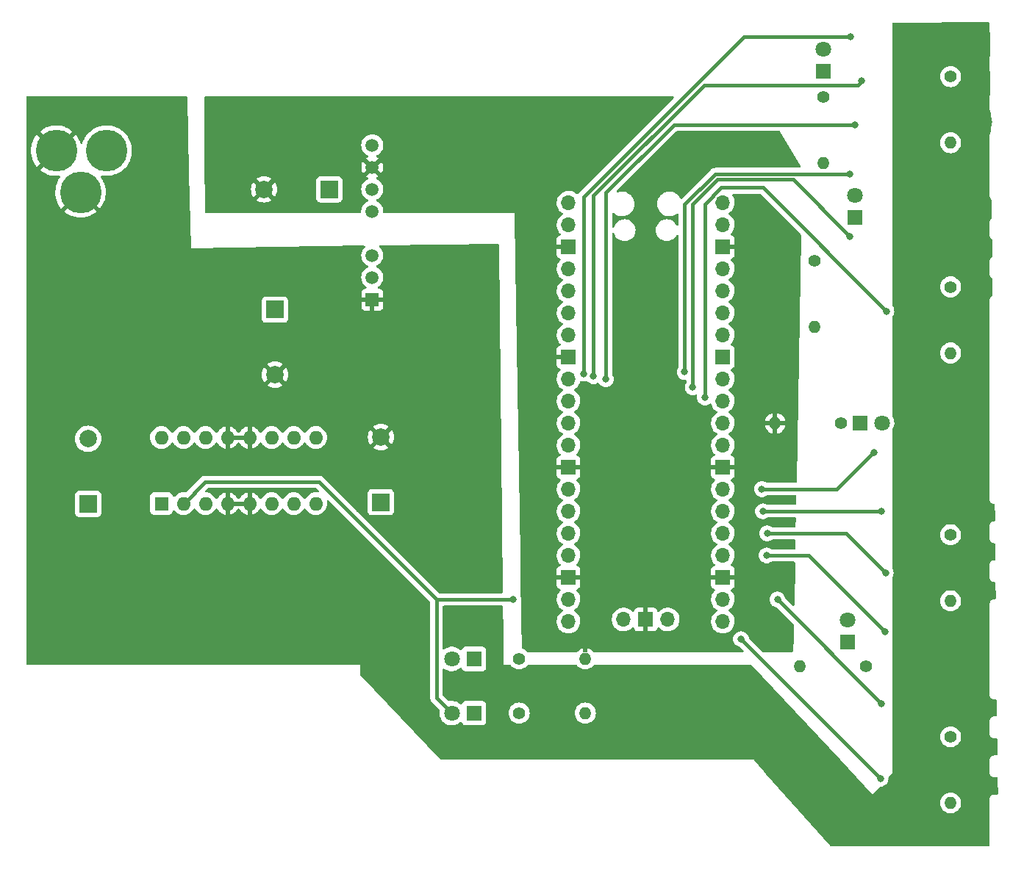
<source format=gbr>
%TF.GenerationSoftware,KiCad,Pcbnew,(6.0.7)*%
%TF.CreationDate,2022-12-25T01:48:00-08:00*%
%TF.ProjectId,ControlBoard,436f6e74-726f-46c4-926f-6172642e6b69,rev?*%
%TF.SameCoordinates,Original*%
%TF.FileFunction,Copper,L2,Bot*%
%TF.FilePolarity,Positive*%
%FSLAX46Y46*%
G04 Gerber Fmt 4.6, Leading zero omitted, Abs format (unit mm)*
G04 Created by KiCad (PCBNEW (6.0.7)) date 2022-12-25 01:48:00*
%MOMM*%
%LPD*%
G01*
G04 APERTURE LIST*
%TA.AperFunction,ComponentPad*%
%ADD10C,1.400000*%
%TD*%
%TA.AperFunction,ComponentPad*%
%ADD11O,1.400000X1.400000*%
%TD*%
%TA.AperFunction,ComponentPad*%
%ADD12R,1.800000X1.800000*%
%TD*%
%TA.AperFunction,ComponentPad*%
%ADD13C,1.800000*%
%TD*%
%TA.AperFunction,ComponentPad*%
%ADD14O,1.700000X1.700000*%
%TD*%
%TA.AperFunction,ComponentPad*%
%ADD15R,1.700000X1.700000*%
%TD*%
%TA.AperFunction,ComponentPad*%
%ADD16R,1.600000X1.600000*%
%TD*%
%TA.AperFunction,ComponentPad*%
%ADD17O,1.600000X1.600000*%
%TD*%
%TA.AperFunction,ComponentPad*%
%ADD18R,1.508000X1.508000*%
%TD*%
%TA.AperFunction,ComponentPad*%
%ADD19C,1.508000*%
%TD*%
%TA.AperFunction,ComponentPad*%
%ADD20C,4.800000*%
%TD*%
%TA.AperFunction,ComponentPad*%
%ADD21R,2.000000X2.000000*%
%TD*%
%TA.AperFunction,ComponentPad*%
%ADD22C,2.000000*%
%TD*%
%TA.AperFunction,ViaPad*%
%ADD23C,0.800000*%
%TD*%
%TA.AperFunction,ViaPad*%
%ADD24C,2.500000*%
%TD*%
%TA.AperFunction,Conductor*%
%ADD25C,0.400000*%
%TD*%
G04 APERTURE END LIST*
D10*
%TO.P,R10,1*%
%TO.N,Net-(D6-Pad1)*%
X223260000Y-106670000D03*
D11*
%TO.P,R10,2*%
%TO.N,GND*%
X215640000Y-106670000D03*
%TD*%
D10*
%TO.P,R9,1*%
%TO.N,Net-(D5-Pad1)*%
X220400000Y-78700000D03*
D11*
%TO.P,R9,2*%
%TO.N,GND*%
X212780000Y-78700000D03*
%TD*%
D10*
%TO.P,R8,1*%
%TO.N,Net-(D4-Pad1)*%
X217320000Y-59990000D03*
D11*
%TO.P,R8,2*%
%TO.N,GND*%
X217320000Y-67610000D03*
%TD*%
D10*
%TO.P,R7,1*%
%TO.N,Net-(D3-Pad1)*%
X218350000Y-41060000D03*
D11*
%TO.P,R7,2*%
%TO.N,GND*%
X218350000Y-48680000D03*
%TD*%
D10*
%TO.P,R6,1*%
%TO.N,Net-(D2-Pad1)*%
X183300000Y-105840000D03*
D11*
%TO.P,R6,2*%
%TO.N,GND*%
X190920000Y-105840000D03*
%TD*%
D10*
%TO.P,R5,1*%
%TO.N,Net-(D1-Pad1)*%
X183300000Y-112100000D03*
D11*
%TO.P,R5,2*%
%TO.N,GND*%
X190920000Y-112100000D03*
%TD*%
D12*
%TO.P,D6,1,K*%
%TO.N,Net-(D6-Pad1)*%
X221100000Y-103885000D03*
D13*
%TO.P,D6,2,A*%
%TO.N,G4A*%
X221100000Y-101345000D03*
%TD*%
D12*
%TO.P,D5,1,K*%
%TO.N,Net-(D5-Pad1)*%
X222555000Y-78700000D03*
D13*
%TO.P,D5,2,A*%
%TO.N,G3A*%
X225095000Y-78700000D03*
%TD*%
D12*
%TO.P,D4,1,K*%
%TO.N,Net-(D4-Pad1)*%
X221970000Y-55005000D03*
D13*
%TO.P,D4,2,A*%
%TO.N,G2A*%
X221970000Y-52465000D03*
%TD*%
D12*
%TO.P,D3,1,K*%
%TO.N,Net-(D3-Pad1)*%
X218350000Y-38105000D03*
D13*
%TO.P,D3,2,A*%
%TO.N,G1A*%
X218350000Y-35565000D03*
%TD*%
D12*
%TO.P,D2,1,K*%
%TO.N,Net-(D2-Pad1)*%
X178075000Y-105860000D03*
D13*
%TO.P,D2,2,A*%
%TO.N,Rail2*%
X175535000Y-105860000D03*
%TD*%
D12*
%TO.P,D1,1,K*%
%TO.N,Net-(D1-Pad1)*%
X178075000Y-112100000D03*
D13*
%TO.P,D1,2,A*%
%TO.N,Rail1*%
X175535000Y-112100000D03*
%TD*%
D10*
%TO.P,R4,1*%
%TO.N,Net-(G4M1-Pad1)*%
X232980000Y-114840000D03*
D11*
%TO.P,R4,2*%
%TO.N,Net-(IC4-Pad3)*%
X232980000Y-122460000D03*
%TD*%
D10*
%TO.P,R3,1*%
%TO.N,Net-(G3M1-Pad1)*%
X232980000Y-91540000D03*
D11*
%TO.P,R3,2*%
%TO.N,Net-(IC3-Pad3)*%
X232980000Y-99160000D03*
%TD*%
%TO.P,R2,2*%
%TO.N,Net-(IC2-Pad3)*%
X232980000Y-70600000D03*
D10*
%TO.P,R2,1*%
%TO.N,Net-(G2M1-Pad1)*%
X232980000Y-62980000D03*
%TD*%
%TO.P,R1,1*%
%TO.N,Net-(G1M1-Pad1)*%
X232980000Y-38740000D03*
D11*
%TO.P,R1,2*%
%TO.N,Net-(IC1-Pad3)*%
X232980000Y-46360000D03*
%TD*%
D14*
%TO.P,U2,1,GPIO0*%
%TO.N,PWM*%
X188980000Y-53285000D03*
%TO.P,U2,2,GPIO1*%
%TO.N,unconnected-(U2-Pad2)*%
X188980000Y-55825000D03*
D15*
%TO.P,U2,3,GND*%
%TO.N,GND*%
X188980000Y-58365000D03*
D14*
%TO.P,U2,4,GPIO2*%
%TO.N,MUX0*%
X188980000Y-60905000D03*
%TO.P,U2,5,GPIO3*%
%TO.N,MUX1*%
X188980000Y-63445000D03*
%TO.P,U2,6,GPIO4*%
%TO.N,MUX2*%
X188980000Y-65985000D03*
%TO.P,U2,7,GPIO5*%
%TO.N,unconnected-(U2-Pad7)*%
X188980000Y-68525000D03*
D15*
%TO.P,U2,8,GND*%
%TO.N,GND*%
X188980000Y-71065000D03*
D14*
%TO.P,U2,9,GPIO6*%
%TO.N,G1A*%
X188980000Y-73605000D03*
%TO.P,U2,10,GPIO7*%
%TO.N,G1B*%
X188980000Y-76145000D03*
%TO.P,U2,11,GPIO8*%
%TO.N,G1C*%
X188980000Y-78685000D03*
%TO.P,U2,12,GPIO9*%
%TO.N,unconnected-(U2-Pad12)*%
X188980000Y-81225000D03*
D15*
%TO.P,U2,13,GND*%
%TO.N,GND*%
X188980000Y-83765000D03*
D14*
%TO.P,U2,14,GPIO10*%
%TO.N,G2A*%
X188980000Y-86305000D03*
%TO.P,U2,15,GPIO11*%
%TO.N,G2B*%
X188980000Y-88845000D03*
%TO.P,U2,16,GPIO12*%
%TO.N,G2C*%
X188980000Y-91385000D03*
%TO.P,U2,17,GPIO13*%
%TO.N,unconnected-(U2-Pad17)*%
X188980000Y-93925000D03*
D15*
%TO.P,U2,18,GND*%
%TO.N,GND*%
X188980000Y-96465000D03*
D14*
%TO.P,U2,19,GPIO14*%
%TO.N,Rail1*%
X188980000Y-99005000D03*
%TO.P,U2,20,GPIO15*%
%TO.N,Rail2*%
X188980000Y-101545000D03*
%TO.P,U2,21,GPIO16*%
%TO.N,G4C*%
X206760000Y-101545000D03*
%TO.P,U2,22,GPIO17*%
%TO.N,G4B*%
X206760000Y-99005000D03*
D15*
%TO.P,U2,23,GND*%
%TO.N,GND*%
X206760000Y-96465000D03*
D14*
%TO.P,U2,24,GPIO18*%
%TO.N,G4A*%
X206760000Y-93925000D03*
%TO.P,U2,25,GPIO19*%
%TO.N,G3C*%
X206760000Y-91385000D03*
%TO.P,U2,26,GPIO20*%
%TO.N,G3B*%
X206760000Y-88845000D03*
%TO.P,U2,27,GPIO21*%
%TO.N,G3A*%
X206760000Y-86305000D03*
D15*
%TO.P,U2,28,GND*%
%TO.N,GND*%
X206760000Y-83765000D03*
D14*
%TO.P,U2,29,GPIO22*%
%TO.N,unconnected-(U2-Pad29)*%
X206760000Y-81225000D03*
%TO.P,U2,30,RUN*%
%TO.N,unconnected-(U2-Pad30)*%
X206760000Y-78685000D03*
%TO.P,U2,31,GPIO26_ADC0*%
%TO.N,unconnected-(U2-Pad31)*%
X206760000Y-76145000D03*
%TO.P,U2,32,GPIO27_ADC1*%
%TO.N,unconnected-(U2-Pad32)*%
X206760000Y-73605000D03*
D15*
%TO.P,U2,33,AGND*%
%TO.N,unconnected-(U2-Pad33)*%
X206760000Y-71065000D03*
D14*
%TO.P,U2,34,GPIO28_ADC2*%
%TO.N,unconnected-(U2-Pad34)*%
X206760000Y-68525000D03*
%TO.P,U2,35,ADC_VREF*%
%TO.N,unconnected-(U2-Pad35)*%
X206760000Y-65985000D03*
%TO.P,U2,36,3V3*%
%TO.N,3.3*%
X206760000Y-63445000D03*
%TO.P,U2,37,3V3_EN*%
%TO.N,unconnected-(U2-Pad37)*%
X206760000Y-60905000D03*
D15*
%TO.P,U2,38,GND*%
%TO.N,GND*%
X206760000Y-58365000D03*
D14*
%TO.P,U2,39,VSYS*%
%TO.N,+5V*%
X206760000Y-55825000D03*
%TO.P,U2,40,VBUS*%
%TO.N,unconnected-(U2-Pad40)*%
X206760000Y-53285000D03*
%TO.P,U2,41,SWCLK*%
%TO.N,unconnected-(U2-Pad41)*%
X195330000Y-101315000D03*
D15*
%TO.P,U2,42,GND*%
%TO.N,GND*%
X197870000Y-101315000D03*
D14*
%TO.P,U2,43,SWDIO*%
%TO.N,unconnected-(U2-Pad43)*%
X200410000Y-101315000D03*
%TD*%
D16*
%TO.P,U1,1,EN1\u002C2*%
%TO.N,+5V*%
X142085000Y-87960000D03*
D17*
%TO.P,U1,2,1A*%
%TO.N,Rail1*%
X144625000Y-87960000D03*
%TO.P,U1,3,1Y*%
%TO.N,Net-(RailA1-Pad1)*%
X147165000Y-87960000D03*
%TO.P,U1,4,GND*%
%TO.N,GND1*%
X149705000Y-87960000D03*
%TO.P,U1,5,GND*%
X152245000Y-87960000D03*
%TO.P,U1,6,2Y*%
%TO.N,Net-(RailB1-Pad1)*%
X154785000Y-87960000D03*
%TO.P,U1,7,2A*%
%TO.N,Rail2*%
X157325000Y-87960000D03*
%TO.P,U1,8,VCC2*%
%TO.N,RAIL*%
X159865000Y-87960000D03*
%TO.P,U1,9,EN3\u002C4*%
%TO.N,unconnected-(U1-Pad9)*%
X159865000Y-80340000D03*
%TO.P,U1,10,3A*%
%TO.N,unconnected-(U1-Pad10)*%
X157325000Y-80340000D03*
%TO.P,U1,11,3Y*%
%TO.N,unconnected-(U1-Pad11)*%
X154785000Y-80340000D03*
%TO.P,U1,12,GND*%
%TO.N,GND1*%
X152245000Y-80340000D03*
%TO.P,U1,13,GND*%
X149705000Y-80340000D03*
%TO.P,U1,14,4Y*%
%TO.N,unconnected-(U1-Pad14)*%
X147165000Y-80340000D03*
%TO.P,U1,15,4A*%
%TO.N,unconnected-(U1-Pad15)*%
X144625000Y-80340000D03*
%TO.P,U1,16,VCC1*%
%TO.N,+5V*%
X142085000Y-80340000D03*
%TD*%
D18*
%TO.P,PS1,1,GND*%
%TO.N,GND1*%
X166380000Y-64447500D03*
D19*
%TO.P,PS1,2,VIN*%
%TO.N,18V*%
X166380000Y-61907500D03*
%TO.P,PS1,3,NC*%
%TO.N,unconnected-(PS1-Pad3)*%
X166380000Y-59367500D03*
%TO.P,PS1,5,NC*%
%TO.N,unconnected-(PS1-Pad5)*%
X166380000Y-54287500D03*
%TO.P,PS1,6,+VO*%
%TO.N,+5V*%
X166380000Y-51747500D03*
%TO.P,PS1,7,0V*%
%TO.N,GND*%
X166380000Y-49207500D03*
%TO.P,PS1,8,NC*%
%TO.N,unconnected-(PS1-Pad8)*%
X166380000Y-46667500D03*
%TD*%
D20*
%TO.P,J1,1,POWER*%
%TO.N,18V*%
X135779500Y-47280000D03*
%TO.P,J1,2,GND_1*%
%TO.N,GND1*%
X129979500Y-47280000D03*
%TO.P,J1,3,GND_2*%
X132779500Y-52080000D03*
%TD*%
D21*
%TO.P,C4,1*%
%TO.N,RAIL*%
X167374880Y-87795119D03*
D22*
%TO.P,C4,2*%
%TO.N,GND1*%
X167374880Y-80295119D03*
%TD*%
D21*
%TO.P,C3,1*%
%TO.N,+5V*%
X161417677Y-51740000D03*
D22*
%TO.P,C3,2*%
%TO.N,GND*%
X153917677Y-51740000D03*
%TD*%
%TO.P,C2,2*%
%TO.N,GND*%
X133650000Y-80487677D03*
D21*
%TO.P,C2,1*%
%TO.N,+5V*%
X133650000Y-87987677D03*
%TD*%
D22*
%TO.P,C1,2*%
%TO.N,GND1*%
X155175000Y-73102323D03*
D21*
%TO.P,C1,1*%
%TO.N,18V*%
X155175000Y-65602323D03*
%TD*%
D23*
%TO.N,GND*%
X213880000Y-104000000D03*
X213760000Y-48670000D03*
X214700000Y-67650000D03*
%TO.N,Rail1*%
X182610000Y-98980000D03*
%TO.N,G3B*%
X211370000Y-88850000D03*
%TO.N,G3A*%
X211250000Y-86290000D03*
%TO.N,G4A*%
X211800000Y-93930000D03*
%TO.N,G4B*%
X213035000Y-99005000D03*
%TO.N,G4C*%
X208840000Y-103580000D03*
%TO.N,G3C*%
X211855000Y-91385000D03*
D24*
%TO.N,GND*%
X211730000Y-58480000D03*
X184500000Y-58400000D03*
X184750000Y-71030000D03*
X184750000Y-83740000D03*
X202700000Y-83870000D03*
X202920000Y-96430000D03*
X197860000Y-96760000D03*
X192500000Y-96430000D03*
D23*
%TO.N,G2C*%
X204690000Y-75730000D03*
%TO.N,G2B*%
X203280000Y-74545000D03*
%TO.N,G2A*%
X202360000Y-72790000D03*
%TO.N,G1C*%
X193280000Y-73620000D03*
%TO.N,G1B*%
X191850000Y-73275000D03*
%TO.N,G1A*%
X190720000Y-72980000D03*
D24*
%TO.N,GND1*%
X236500000Y-63500000D03*
X236500000Y-44000000D03*
X228000000Y-48000000D03*
X228390000Y-72290000D03*
X225570000Y-124480000D03*
X236500000Y-120500000D03*
X228500000Y-102000000D03*
X236000000Y-98000000D03*
D23*
%TO.N,G4B*%
X225020000Y-110990000D03*
%TO.N,G4A*%
X225400000Y-102710000D03*
%TO.N,G3C*%
X225510000Y-95930000D03*
%TO.N,G3B*%
X225000000Y-88810000D03*
%TO.N,G3A*%
X224160000Y-82110000D03*
%TO.N,G4C*%
X224915000Y-119665000D03*
%TO.N,G2C*%
X225590000Y-65790000D03*
%TO.N,G2B*%
X221410000Y-57190000D03*
%TO.N,G2A*%
X221390000Y-49970000D03*
%TO.N,G1C*%
X221940000Y-44310000D03*
%TO.N,G1B*%
X222750000Y-39270000D03*
%TO.N,G1A*%
X221470000Y-34110000D03*
%TD*%
D25*
%TO.N,G1B*%
X191850000Y-52480000D02*
X191850000Y-73275000D01*
X222750000Y-39270000D02*
X222320000Y-39700000D01*
X222320000Y-39700000D02*
X204630000Y-39700000D01*
X204630000Y-39700000D02*
X191850000Y-52480000D01*
%TO.N,Rail1*%
X173765000Y-99005000D02*
X173765000Y-110330000D01*
X173765000Y-110330000D02*
X175535000Y-112100000D01*
X182610000Y-98980000D02*
X182585000Y-99005000D01*
X182585000Y-99005000D02*
X173765000Y-99005000D01*
%TO.N,G3B*%
X224990000Y-88820000D02*
X225000000Y-88810000D01*
X211400000Y-88820000D02*
X224990000Y-88820000D01*
X211370000Y-88850000D02*
X211400000Y-88820000D01*
%TO.N,G3A*%
X211250000Y-86290000D02*
X219870000Y-86290000D01*
X219870000Y-86290000D02*
X219885000Y-86305000D01*
%TO.N,G4A*%
X216620000Y-93930000D02*
X225400000Y-102710000D01*
X211800000Y-93930000D02*
X216620000Y-93930000D01*
%TO.N,G4C*%
X224915000Y-119645000D02*
X224915000Y-119665000D01*
X208850000Y-103580000D02*
X224915000Y-119645000D01*
X208840000Y-103580000D02*
X208850000Y-103580000D01*
%TO.N,G3C*%
X220965000Y-91385000D02*
X211855000Y-91385000D01*
%TO.N,G2A*%
X202360000Y-53490000D02*
X202360000Y-72790000D01*
%TO.N,G1A*%
X190720000Y-72980000D02*
X190720000Y-52580000D01*
X209190000Y-34110000D02*
X221470000Y-34110000D01*
X190720000Y-52580000D02*
X209190000Y-34110000D01*
%TO.N,Rail1*%
X173765000Y-99005000D02*
X160210000Y-85450000D01*
X160210000Y-85450000D02*
X147135000Y-85450000D01*
X147135000Y-85450000D02*
X144625000Y-87960000D01*
%TO.N,G4B*%
X213035000Y-99005000D02*
X225020000Y-110990000D01*
%TO.N,G3C*%
X220965000Y-91385000D02*
X225510000Y-95930000D01*
%TO.N,G3A*%
X224080000Y-82110000D02*
X219885000Y-86305000D01*
X224160000Y-82110000D02*
X224080000Y-82110000D01*
%TO.N,G2C*%
X206590000Y-51540000D02*
X204690000Y-53440000D01*
X204690000Y-53440000D02*
X204690000Y-75730000D01*
X211350000Y-51540000D02*
X206590000Y-51540000D01*
X225590000Y-65780000D02*
X211350000Y-51540000D01*
X225590000Y-65790000D02*
X225590000Y-65780000D01*
%TO.N,G2B*%
X203280000Y-53418528D02*
X203280000Y-74545000D01*
X206114264Y-50584264D02*
X203280000Y-53418528D01*
X214834264Y-50584264D02*
X206114264Y-50584264D01*
X221410000Y-57190000D02*
X221410000Y-57160000D01*
X221410000Y-57160000D02*
X214834264Y-50584264D01*
%TO.N,G2A*%
X205880000Y-49970000D02*
X202360000Y-53490000D01*
X221390000Y-49970000D02*
X205880000Y-49970000D01*
%TO.N,G1C*%
X193280000Y-52140000D02*
X193280000Y-73620000D01*
X201120000Y-44300000D02*
X193280000Y-52140000D01*
X221930000Y-44300000D02*
X201120000Y-44300000D01*
X221940000Y-44310000D02*
X221930000Y-44300000D01*
%TD*%
%TA.AperFunction,Conductor*%
%TO.N,GND*%
G36*
X201053461Y-41028502D02*
G01*
X201099954Y-41082158D01*
X201110058Y-41152432D01*
X201080564Y-41217012D01*
X201074435Y-41223595D01*
X190239480Y-52058550D01*
X190233215Y-52064404D01*
X190189615Y-52102439D01*
X190158226Y-52147101D01*
X190152872Y-52154719D01*
X190148939Y-52160014D01*
X190109524Y-52210282D01*
X190106401Y-52217198D01*
X190105017Y-52219484D01*
X190096634Y-52234181D01*
X190095376Y-52236527D01*
X190091010Y-52242739D01*
X190090200Y-52244817D01*
X190041985Y-52293769D01*
X189972727Y-52309386D01*
X189902670Y-52282523D01*
X189886020Y-52269373D01*
X189744252Y-52157411D01*
X189738415Y-52152801D01*
X189738413Y-52152800D01*
X189734359Y-52149598D01*
X189691387Y-52125876D01*
X189682136Y-52120769D01*
X189538789Y-52041638D01*
X189533920Y-52039914D01*
X189533916Y-52039912D01*
X189333087Y-51968795D01*
X189333083Y-51968794D01*
X189328212Y-51967069D01*
X189323119Y-51966162D01*
X189323116Y-51966161D01*
X189113373Y-51928800D01*
X189113367Y-51928799D01*
X189108284Y-51927894D01*
X189034452Y-51926992D01*
X188890081Y-51925228D01*
X188890079Y-51925228D01*
X188884911Y-51925165D01*
X188664091Y-51958955D01*
X188451756Y-52028357D01*
X188382510Y-52064404D01*
X188267740Y-52124150D01*
X188253607Y-52131507D01*
X188249474Y-52134610D01*
X188249471Y-52134612D01*
X188079100Y-52262530D01*
X188074965Y-52265635D01*
X187920629Y-52427138D01*
X187917715Y-52431410D01*
X187917714Y-52431411D01*
X187837611Y-52548838D01*
X187794743Y-52611680D01*
X187779003Y-52645590D01*
X187714696Y-52784128D01*
X187700688Y-52814305D01*
X187640989Y-53029570D01*
X187617251Y-53251695D01*
X187617548Y-53256848D01*
X187617548Y-53256851D01*
X187626667Y-53415000D01*
X187630110Y-53474715D01*
X187631247Y-53479761D01*
X187631248Y-53479767D01*
X187632959Y-53487359D01*
X187679222Y-53692639D01*
X187763266Y-53899616D01*
X187814019Y-53982438D01*
X187877291Y-54085688D01*
X187879987Y-54090088D01*
X188026250Y-54258938D01*
X188198126Y-54401632D01*
X188219954Y-54414387D01*
X188271445Y-54444476D01*
X188320169Y-54496114D01*
X188333240Y-54565897D01*
X188306509Y-54631669D01*
X188266055Y-54665027D01*
X188253607Y-54671507D01*
X188249474Y-54674610D01*
X188249471Y-54674612D01*
X188119484Y-54772209D01*
X188074965Y-54805635D01*
X187920629Y-54967138D01*
X187794743Y-55151680D01*
X187747716Y-55252992D01*
X187703328Y-55348618D01*
X187700688Y-55354305D01*
X187640989Y-55569570D01*
X187617251Y-55791695D01*
X187617548Y-55796848D01*
X187617548Y-55796851D01*
X187624789Y-55922424D01*
X187630110Y-56014715D01*
X187631247Y-56019761D01*
X187631248Y-56019767D01*
X187640585Y-56061196D01*
X187679222Y-56232639D01*
X187763266Y-56439616D01*
X187814019Y-56522438D01*
X187877291Y-56625688D01*
X187879987Y-56630088D01*
X188026250Y-56798938D01*
X188030225Y-56802238D01*
X188030231Y-56802244D01*
X188035425Y-56806556D01*
X188075059Y-56865460D01*
X188076555Y-56936441D01*
X188039439Y-56996962D01*
X187999168Y-57021480D01*
X187891946Y-57061676D01*
X187876351Y-57070214D01*
X187774276Y-57146715D01*
X187761715Y-57159276D01*
X187685214Y-57261351D01*
X187676676Y-57276946D01*
X187631522Y-57397394D01*
X187627895Y-57412649D01*
X187622369Y-57463514D01*
X187622000Y-57470328D01*
X187622000Y-58092885D01*
X187626475Y-58108124D01*
X187627865Y-58109329D01*
X187635548Y-58111000D01*
X189108000Y-58111000D01*
X189176121Y-58131002D01*
X189222614Y-58184658D01*
X189234000Y-58237000D01*
X189234000Y-58493000D01*
X189213998Y-58561121D01*
X189160342Y-58607614D01*
X189108000Y-58619000D01*
X187640116Y-58619000D01*
X187624877Y-58623475D01*
X187623672Y-58624865D01*
X187622001Y-58632548D01*
X187622001Y-59259669D01*
X187622371Y-59266490D01*
X187627895Y-59317352D01*
X187631521Y-59332604D01*
X187676676Y-59453054D01*
X187685214Y-59468649D01*
X187761715Y-59570724D01*
X187774276Y-59583285D01*
X187876351Y-59659786D01*
X187891946Y-59668324D01*
X188000827Y-59709142D01*
X188057591Y-59751784D01*
X188082291Y-59818345D01*
X188067083Y-59887694D01*
X188047691Y-59914175D01*
X187946600Y-60019961D01*
X187920629Y-60047138D01*
X187794743Y-60231680D01*
X187700688Y-60434305D01*
X187640989Y-60649570D01*
X187617251Y-60871695D01*
X187617548Y-60876848D01*
X187617548Y-60876851D01*
X187623011Y-60971590D01*
X187630110Y-61094715D01*
X187631247Y-61099761D01*
X187631248Y-61099767D01*
X187651119Y-61187939D01*
X187679222Y-61312639D01*
X187763266Y-61519616D01*
X187765965Y-61524020D01*
X187877291Y-61705688D01*
X187879987Y-61710088D01*
X188026250Y-61878938D01*
X188198126Y-62021632D01*
X188268595Y-62062811D01*
X188271445Y-62064476D01*
X188320169Y-62116114D01*
X188333240Y-62185897D01*
X188306509Y-62251669D01*
X188266055Y-62285027D01*
X188253607Y-62291507D01*
X188249474Y-62294610D01*
X188249471Y-62294612D01*
X188118264Y-62393125D01*
X188074965Y-62425635D01*
X187920629Y-62587138D01*
X187794743Y-62771680D01*
X187700688Y-62974305D01*
X187640989Y-63189570D01*
X187617251Y-63411695D01*
X187617548Y-63416848D01*
X187617548Y-63416851D01*
X187623011Y-63511590D01*
X187630110Y-63634715D01*
X187631247Y-63639761D01*
X187631248Y-63639767D01*
X187632510Y-63645366D01*
X187679222Y-63852639D01*
X187763266Y-64059616D01*
X187814019Y-64142438D01*
X187877291Y-64245688D01*
X187879987Y-64250088D01*
X188026250Y-64418938D01*
X188198126Y-64561632D01*
X188268595Y-64602811D01*
X188271445Y-64604476D01*
X188320169Y-64656114D01*
X188333240Y-64725897D01*
X188306509Y-64791669D01*
X188266055Y-64825027D01*
X188253607Y-64831507D01*
X188249474Y-64834610D01*
X188249471Y-64834612D01*
X188118264Y-64933125D01*
X188074965Y-64965635D01*
X187920629Y-65127138D01*
X187794743Y-65311680D01*
X187700688Y-65514305D01*
X187640989Y-65729570D01*
X187617251Y-65951695D01*
X187617548Y-65956848D01*
X187617548Y-65956851D01*
X187623011Y-66051590D01*
X187630110Y-66174715D01*
X187631247Y-66179761D01*
X187631248Y-66179767D01*
X187641063Y-66223316D01*
X187679222Y-66392639D01*
X187763266Y-66599616D01*
X187765965Y-66604020D01*
X187877291Y-66785688D01*
X187879987Y-66790088D01*
X188026250Y-66958938D01*
X188198126Y-67101632D01*
X188213855Y-67110823D01*
X188271445Y-67144476D01*
X188320169Y-67196114D01*
X188333240Y-67265897D01*
X188306509Y-67331669D01*
X188266055Y-67365027D01*
X188253607Y-67371507D01*
X188249474Y-67374610D01*
X188249471Y-67374612D01*
X188118264Y-67473125D01*
X188074965Y-67505635D01*
X187920629Y-67667138D01*
X187794743Y-67851680D01*
X187700688Y-68054305D01*
X187640989Y-68269570D01*
X187617251Y-68491695D01*
X187617548Y-68496848D01*
X187617548Y-68496851D01*
X187623011Y-68591590D01*
X187630110Y-68714715D01*
X187631247Y-68719761D01*
X187631248Y-68719767D01*
X187651119Y-68807939D01*
X187679222Y-68932639D01*
X187763266Y-69139616D01*
X187765965Y-69144020D01*
X187877291Y-69325688D01*
X187879987Y-69330088D01*
X188026250Y-69498938D01*
X188030225Y-69502238D01*
X188030231Y-69502244D01*
X188035425Y-69506556D01*
X188075059Y-69565460D01*
X188076555Y-69636441D01*
X188039439Y-69696962D01*
X187999168Y-69721480D01*
X187891946Y-69761676D01*
X187876351Y-69770214D01*
X187774276Y-69846715D01*
X187761715Y-69859276D01*
X187685214Y-69961351D01*
X187676676Y-69976946D01*
X187631522Y-70097394D01*
X187627895Y-70112649D01*
X187622369Y-70163514D01*
X187622000Y-70170328D01*
X187622000Y-70792885D01*
X187626475Y-70808124D01*
X187627865Y-70809329D01*
X187635548Y-70811000D01*
X189108000Y-70811000D01*
X189176121Y-70831002D01*
X189222614Y-70884658D01*
X189234000Y-70937000D01*
X189234000Y-71193000D01*
X189213998Y-71261121D01*
X189160342Y-71307614D01*
X189108000Y-71319000D01*
X187640116Y-71319000D01*
X187624877Y-71323475D01*
X187623672Y-71324865D01*
X187622001Y-71332548D01*
X187622001Y-71959669D01*
X187622371Y-71966490D01*
X187627895Y-72017352D01*
X187631521Y-72032604D01*
X187676676Y-72153054D01*
X187685214Y-72168649D01*
X187761715Y-72270724D01*
X187774276Y-72283285D01*
X187876351Y-72359786D01*
X187891946Y-72368324D01*
X188000827Y-72409142D01*
X188057591Y-72451784D01*
X188082291Y-72518345D01*
X188067083Y-72587694D01*
X188047691Y-72614175D01*
X187924200Y-72743401D01*
X187920629Y-72747138D01*
X187917715Y-72751410D01*
X187917714Y-72751411D01*
X187886912Y-72796565D01*
X187794743Y-72931680D01*
X187700688Y-73134305D01*
X187640989Y-73349570D01*
X187617251Y-73571695D01*
X187617548Y-73576848D01*
X187617548Y-73576851D01*
X187623202Y-73674908D01*
X187630110Y-73794715D01*
X187631247Y-73799761D01*
X187631248Y-73799767D01*
X187647469Y-73871741D01*
X187679222Y-74012639D01*
X187763266Y-74219616D01*
X187765965Y-74224020D01*
X187877291Y-74405688D01*
X187879987Y-74410088D01*
X188026250Y-74578938D01*
X188198126Y-74721632D01*
X188231623Y-74741206D01*
X188271445Y-74764476D01*
X188320169Y-74816114D01*
X188333240Y-74885897D01*
X188306509Y-74951669D01*
X188266055Y-74985027D01*
X188253607Y-74991507D01*
X188249474Y-74994610D01*
X188249471Y-74994612D01*
X188079100Y-75122530D01*
X188074965Y-75125635D01*
X188071393Y-75129373D01*
X187977383Y-75227749D01*
X187920629Y-75287138D01*
X187917715Y-75291410D01*
X187917714Y-75291411D01*
X187879653Y-75347206D01*
X187794743Y-75471680D01*
X187700688Y-75674305D01*
X187640989Y-75889570D01*
X187617251Y-76111695D01*
X187617548Y-76116848D01*
X187617548Y-76116851D01*
X187623011Y-76211590D01*
X187630110Y-76334715D01*
X187631247Y-76339761D01*
X187631248Y-76339767D01*
X187651119Y-76427939D01*
X187679222Y-76552639D01*
X187763266Y-76759616D01*
X187879987Y-76950088D01*
X188026250Y-77118938D01*
X188198126Y-77261632D01*
X188268595Y-77302811D01*
X188271445Y-77304476D01*
X188320169Y-77356114D01*
X188333240Y-77425897D01*
X188306509Y-77491669D01*
X188266055Y-77525027D01*
X188253607Y-77531507D01*
X188249474Y-77534610D01*
X188249471Y-77534612D01*
X188079100Y-77662530D01*
X188074965Y-77665635D01*
X187920629Y-77827138D01*
X187917715Y-77831410D01*
X187917714Y-77831411D01*
X187832556Y-77956249D01*
X187794743Y-78011680D01*
X187700688Y-78214305D01*
X187640989Y-78429570D01*
X187617251Y-78651695D01*
X187617548Y-78656848D01*
X187617548Y-78656851D01*
X187625836Y-78800584D01*
X187630110Y-78874715D01*
X187631247Y-78879761D01*
X187631248Y-78879767D01*
X187646373Y-78946879D01*
X187679222Y-79092639D01*
X187763266Y-79299616D01*
X187765965Y-79304020D01*
X187870706Y-79474942D01*
X187879987Y-79490088D01*
X188026250Y-79658938D01*
X188198126Y-79801632D01*
X188242437Y-79827525D01*
X188271445Y-79844476D01*
X188320169Y-79896114D01*
X188333240Y-79965897D01*
X188306509Y-80031669D01*
X188266055Y-80065027D01*
X188253607Y-80071507D01*
X188249474Y-80074610D01*
X188249471Y-80074612D01*
X188225247Y-80092800D01*
X188074965Y-80205635D01*
X187920629Y-80367138D01*
X187794743Y-80551680D01*
X187700688Y-80754305D01*
X187640989Y-80969570D01*
X187617251Y-81191695D01*
X187617548Y-81196848D01*
X187617548Y-81196851D01*
X187623011Y-81291590D01*
X187630110Y-81414715D01*
X187631247Y-81419761D01*
X187631248Y-81419767D01*
X187651119Y-81507939D01*
X187679222Y-81632639D01*
X187763266Y-81839616D01*
X187879987Y-82030088D01*
X188026250Y-82198938D01*
X188030225Y-82202238D01*
X188030231Y-82202244D01*
X188035425Y-82206556D01*
X188075059Y-82265460D01*
X188076555Y-82336441D01*
X188039439Y-82396962D01*
X187999168Y-82421480D01*
X187891946Y-82461676D01*
X187876351Y-82470214D01*
X187774276Y-82546715D01*
X187761715Y-82559276D01*
X187685214Y-82661351D01*
X187676676Y-82676946D01*
X187631522Y-82797394D01*
X187627895Y-82812649D01*
X187622369Y-82863514D01*
X187622000Y-82870328D01*
X187622000Y-83492885D01*
X187626475Y-83508124D01*
X187627865Y-83509329D01*
X187635548Y-83511000D01*
X190319884Y-83511000D01*
X190335123Y-83506525D01*
X190336328Y-83505135D01*
X190337999Y-83497452D01*
X190337999Y-82870331D01*
X190337629Y-82863510D01*
X190332105Y-82812648D01*
X190328479Y-82797396D01*
X190283324Y-82676946D01*
X190274786Y-82661351D01*
X190198285Y-82559276D01*
X190185724Y-82546715D01*
X190083649Y-82470214D01*
X190068054Y-82461676D01*
X189957813Y-82420348D01*
X189901049Y-82377706D01*
X189876349Y-82311145D01*
X189891557Y-82241796D01*
X189913104Y-82213115D01*
X190014430Y-82112144D01*
X190014440Y-82112132D01*
X190018096Y-82108489D01*
X190077594Y-82025689D01*
X190145435Y-81931277D01*
X190148453Y-81927077D01*
X190247430Y-81726811D01*
X190293771Y-81574284D01*
X190310865Y-81518023D01*
X190310865Y-81518021D01*
X190312370Y-81513069D01*
X190341529Y-81291590D01*
X190343156Y-81225000D01*
X190324852Y-81002361D01*
X190270431Y-80785702D01*
X190181354Y-80580840D01*
X190060014Y-80393277D01*
X189909670Y-80228051D01*
X189905619Y-80224852D01*
X189905615Y-80224848D01*
X189738414Y-80092800D01*
X189738410Y-80092798D01*
X189734359Y-80089598D01*
X189693053Y-80066796D01*
X189643084Y-80016364D01*
X189628312Y-79946921D01*
X189653428Y-79880516D01*
X189680780Y-79853909D01*
X189724603Y-79822650D01*
X189859860Y-79726173D01*
X190018096Y-79568489D01*
X190077594Y-79485689D01*
X190145435Y-79391277D01*
X190148453Y-79387077D01*
X190239688Y-79202477D01*
X190245136Y-79191453D01*
X190245137Y-79191451D01*
X190247430Y-79186811D01*
X190312370Y-78973069D01*
X190341529Y-78751590D01*
X190343156Y-78685000D01*
X190324852Y-78462361D01*
X190270431Y-78245702D01*
X190181354Y-78040840D01*
X190060014Y-77853277D01*
X189909670Y-77688051D01*
X189905619Y-77684852D01*
X189905615Y-77684848D01*
X189738414Y-77552800D01*
X189738410Y-77552798D01*
X189734359Y-77549598D01*
X189693053Y-77526796D01*
X189643084Y-77476364D01*
X189628312Y-77406921D01*
X189653428Y-77340516D01*
X189680780Y-77313909D01*
X189724603Y-77282650D01*
X189859860Y-77186173D01*
X190018096Y-77028489D01*
X190077594Y-76945689D01*
X190145435Y-76851277D01*
X190148453Y-76847077D01*
X190247430Y-76646811D01*
X190312370Y-76433069D01*
X190341529Y-76211590D01*
X190343156Y-76145000D01*
X190324852Y-75922361D01*
X190270431Y-75705702D01*
X190181354Y-75500840D01*
X190060014Y-75313277D01*
X189909670Y-75148051D01*
X189905619Y-75144852D01*
X189905615Y-75144848D01*
X189738414Y-75012800D01*
X189738410Y-75012798D01*
X189734359Y-75009598D01*
X189693053Y-74986796D01*
X189643084Y-74936364D01*
X189628312Y-74866921D01*
X189653428Y-74800516D01*
X189680780Y-74773909D01*
X189744630Y-74728365D01*
X189859860Y-74646173D01*
X189890653Y-74615488D01*
X190014435Y-74492137D01*
X190018096Y-74488489D01*
X190045349Y-74450563D01*
X190145435Y-74311277D01*
X190148453Y-74307077D01*
X190154939Y-74293955D01*
X190245136Y-74111453D01*
X190245137Y-74111451D01*
X190247430Y-74106811D01*
X190277574Y-74007596D01*
X190298987Y-73937119D01*
X190337928Y-73877755D01*
X190402782Y-73848868D01*
X190445742Y-73850501D01*
X190618056Y-73887128D01*
X190618061Y-73887128D01*
X190624513Y-73888500D01*
X190815487Y-73888500D01*
X190821939Y-73887128D01*
X190821944Y-73887128D01*
X190994257Y-73850501D01*
X191002288Y-73848794D01*
X191019920Y-73840944D01*
X191090286Y-73831511D01*
X191154583Y-73861619D01*
X191164796Y-73871736D01*
X191238747Y-73953866D01*
X191393248Y-74066118D01*
X191399276Y-74068802D01*
X191399278Y-74068803D01*
X191561681Y-74141109D01*
X191567712Y-74143794D01*
X191629578Y-74156944D01*
X191748056Y-74182128D01*
X191748061Y-74182128D01*
X191754513Y-74183500D01*
X191945487Y-74183500D01*
X191951939Y-74182128D01*
X191951944Y-74182128D01*
X192070422Y-74156944D01*
X192132288Y-74143794D01*
X192138319Y-74141109D01*
X192300722Y-74068803D01*
X192300724Y-74068802D01*
X192306752Y-74066118D01*
X192321594Y-74055334D01*
X192388463Y-74031475D01*
X192457615Y-74047556D01*
X192504775Y-74094270D01*
X192540960Y-74156944D01*
X192545378Y-74161851D01*
X192545379Y-74161852D01*
X192561476Y-74179729D01*
X192668747Y-74298866D01*
X192737467Y-74348794D01*
X192815776Y-74405689D01*
X192823248Y-74411118D01*
X192829276Y-74413802D01*
X192829278Y-74413803D01*
X192911843Y-74450563D01*
X192997712Y-74488794D01*
X193091112Y-74508647D01*
X193178056Y-74527128D01*
X193178061Y-74527128D01*
X193184513Y-74528500D01*
X193375487Y-74528500D01*
X193381939Y-74527128D01*
X193381944Y-74527128D01*
X193468888Y-74508647D01*
X193562288Y-74488794D01*
X193648157Y-74450563D01*
X193730722Y-74413803D01*
X193730724Y-74413802D01*
X193736752Y-74411118D01*
X193744225Y-74405689D01*
X193822533Y-74348794D01*
X193891253Y-74298866D01*
X193998524Y-74179729D01*
X194014621Y-74161852D01*
X194014622Y-74161851D01*
X194019040Y-74156944D01*
X194091480Y-74031475D01*
X194111223Y-73997279D01*
X194111224Y-73997278D01*
X194114527Y-73991556D01*
X194173542Y-73809928D01*
X194174295Y-73802769D01*
X194192814Y-73626565D01*
X194193504Y-73620000D01*
X194189417Y-73581118D01*
X194174232Y-73436635D01*
X194174232Y-73436633D01*
X194173542Y-73430072D01*
X194114527Y-73248444D01*
X194060734Y-73155271D01*
X194022342Y-73088775D01*
X194022341Y-73088774D01*
X194019040Y-73083056D01*
X194014621Y-73078148D01*
X194012564Y-73075317D01*
X193988705Y-73008449D01*
X193988500Y-73001256D01*
X193988500Y-56828804D01*
X194008502Y-56760683D01*
X194062158Y-56714190D01*
X194132432Y-56704086D01*
X194197012Y-56733580D01*
X194236207Y-56796193D01*
X194256456Y-56871762D01*
X194257880Y-56877076D01*
X194260205Y-56882061D01*
X194348618Y-57071666D01*
X194348621Y-57071671D01*
X194350944Y-57076653D01*
X194354100Y-57081160D01*
X194354101Y-57081162D01*
X194393372Y-57137246D01*
X194477251Y-57257038D01*
X194632962Y-57412749D01*
X194813346Y-57539056D01*
X195012924Y-57632120D01*
X195225629Y-57689115D01*
X195445000Y-57708307D01*
X195664371Y-57689115D01*
X195877076Y-57632120D01*
X196076654Y-57539056D01*
X196257038Y-57412749D01*
X196412749Y-57257038D01*
X196496629Y-57137246D01*
X196535899Y-57081162D01*
X196535900Y-57081160D01*
X196539056Y-57076653D01*
X196541379Y-57071671D01*
X196541382Y-57071666D01*
X196629795Y-56882061D01*
X196632120Y-56877076D01*
X196689115Y-56664371D01*
X196708307Y-56445000D01*
X196689115Y-56225629D01*
X196632120Y-56012924D01*
X196580878Y-55903034D01*
X196541382Y-55818334D01*
X196541379Y-55818329D01*
X196539056Y-55813347D01*
X196535179Y-55807810D01*
X196415908Y-55637473D01*
X196415906Y-55637470D01*
X196412749Y-55632962D01*
X196257038Y-55477251D01*
X196076654Y-55350944D01*
X195877076Y-55257880D01*
X195664371Y-55200885D01*
X195445000Y-55181693D01*
X195225629Y-55200885D01*
X195012924Y-55257880D01*
X194919562Y-55301415D01*
X194818334Y-55348618D01*
X194818329Y-55348621D01*
X194813347Y-55350944D01*
X194808840Y-55354100D01*
X194808838Y-55354101D01*
X194637473Y-55474092D01*
X194637470Y-55474094D01*
X194632962Y-55477251D01*
X194477251Y-55632962D01*
X194474094Y-55637470D01*
X194474092Y-55637473D01*
X194354821Y-55807810D01*
X194350944Y-55813347D01*
X194348621Y-55818329D01*
X194348618Y-55818334D01*
X194309122Y-55903034D01*
X194257880Y-56012924D01*
X194256457Y-56018235D01*
X194256456Y-56018238D01*
X194236207Y-56093807D01*
X194199255Y-56154430D01*
X194135394Y-56185451D01*
X194064900Y-56177023D01*
X194010153Y-56131820D01*
X193988500Y-56061196D01*
X193988500Y-54553972D01*
X194008502Y-54485851D01*
X194062158Y-54439358D01*
X194132432Y-54429254D01*
X194194985Y-54457028D01*
X194329082Y-54568357D01*
X194334349Y-54572730D01*
X194534322Y-54689584D01*
X194750694Y-54772209D01*
X194755760Y-54773240D01*
X194755761Y-54773240D01*
X194808846Y-54784040D01*
X194977656Y-54818385D01*
X195106025Y-54823092D01*
X195203949Y-54826683D01*
X195203953Y-54826683D01*
X195209113Y-54826872D01*
X195214233Y-54826216D01*
X195214235Y-54826216D01*
X195307314Y-54814292D01*
X195438847Y-54797442D01*
X195443795Y-54795957D01*
X195443802Y-54795956D01*
X195655747Y-54732369D01*
X195660690Y-54730886D01*
X195680972Y-54720950D01*
X195864049Y-54631262D01*
X195864052Y-54631260D01*
X195868684Y-54628991D01*
X196057243Y-54494494D01*
X196221303Y-54331005D01*
X196356458Y-54142917D01*
X196403641Y-54047450D01*
X196456784Y-53939922D01*
X196456785Y-53939920D01*
X196459078Y-53935280D01*
X196526408Y-53713671D01*
X196556640Y-53484041D01*
X196556722Y-53480691D01*
X196558245Y-53418365D01*
X196558245Y-53418361D01*
X196558327Y-53415000D01*
X196552032Y-53338434D01*
X196539773Y-53189318D01*
X196539772Y-53189312D01*
X196539349Y-53184167D01*
X196497736Y-53018499D01*
X196484184Y-52964544D01*
X196484183Y-52964540D01*
X196482925Y-52959533D01*
X196480866Y-52954797D01*
X196392630Y-52751868D01*
X196392628Y-52751865D01*
X196390570Y-52747131D01*
X196264764Y-52552665D01*
X196108887Y-52381358D01*
X196104836Y-52378159D01*
X196104832Y-52378155D01*
X195931177Y-52241011D01*
X195931172Y-52241008D01*
X195927123Y-52237810D01*
X195922607Y-52235317D01*
X195922604Y-52235315D01*
X195728879Y-52128373D01*
X195728875Y-52128371D01*
X195724355Y-52125876D01*
X195719486Y-52124152D01*
X195719482Y-52124150D01*
X195510903Y-52050288D01*
X195510899Y-52050287D01*
X195506028Y-52048562D01*
X195500935Y-52047655D01*
X195500932Y-52047654D01*
X195283095Y-52008851D01*
X195283089Y-52008850D01*
X195278006Y-52007945D01*
X195205096Y-52007054D01*
X195051581Y-52005179D01*
X195051579Y-52005179D01*
X195046411Y-52005116D01*
X194817464Y-52040150D01*
X194751853Y-52061595D01*
X194671072Y-52087998D01*
X194600108Y-52090149D01*
X194539246Y-52053593D01*
X194507810Y-51989935D01*
X194515780Y-51919387D01*
X194542832Y-51879138D01*
X197842896Y-48579075D01*
X201376566Y-45045405D01*
X201438878Y-45011379D01*
X201465661Y-45008500D01*
X213243417Y-45008500D01*
X213311538Y-45028502D01*
X213352515Y-45071463D01*
X215664316Y-49072463D01*
X215681077Y-49141452D01*
X215657880Y-49208552D01*
X215602087Y-49252458D01*
X215555218Y-49261500D01*
X205908927Y-49261500D01*
X205900358Y-49261208D01*
X205850225Y-49257790D01*
X205850221Y-49257790D01*
X205842648Y-49257274D01*
X205779681Y-49268264D01*
X205773169Y-49269224D01*
X205709758Y-49276898D01*
X205702657Y-49279581D01*
X205700048Y-49280222D01*
X205683715Y-49284691D01*
X205681195Y-49285452D01*
X205673717Y-49286757D01*
X205666765Y-49289809D01*
X205666764Y-49289809D01*
X205615204Y-49312441D01*
X205609099Y-49314932D01*
X205556456Y-49334825D01*
X205556452Y-49334827D01*
X205549344Y-49337513D01*
X205543083Y-49341816D01*
X205540717Y-49343053D01*
X205525937Y-49351280D01*
X205523652Y-49352631D01*
X205516695Y-49355685D01*
X205510675Y-49360305D01*
X205510669Y-49360308D01*
X205479542Y-49384194D01*
X205465998Y-49394587D01*
X205460668Y-49398459D01*
X205414280Y-49430339D01*
X205414275Y-49430344D01*
X205408019Y-49434643D01*
X205402968Y-49440313D01*
X205402966Y-49440314D01*
X205366565Y-49481170D01*
X205361584Y-49486446D01*
X202050316Y-52797714D01*
X201988004Y-52831740D01*
X201917189Y-52826675D01*
X201860353Y-52784128D01*
X201845674Y-52758867D01*
X201842633Y-52751874D01*
X201842629Y-52751867D01*
X201840570Y-52747131D01*
X201714764Y-52552665D01*
X201558887Y-52381358D01*
X201554836Y-52378159D01*
X201554832Y-52378155D01*
X201381177Y-52241011D01*
X201381172Y-52241008D01*
X201377123Y-52237810D01*
X201372607Y-52235317D01*
X201372604Y-52235315D01*
X201178879Y-52128373D01*
X201178875Y-52128371D01*
X201174355Y-52125876D01*
X201169486Y-52124152D01*
X201169482Y-52124150D01*
X200960903Y-52050288D01*
X200960899Y-52050287D01*
X200956028Y-52048562D01*
X200950935Y-52047655D01*
X200950932Y-52047654D01*
X200733095Y-52008851D01*
X200733089Y-52008850D01*
X200728006Y-52007945D01*
X200655096Y-52007054D01*
X200501581Y-52005179D01*
X200501579Y-52005179D01*
X200496411Y-52005116D01*
X200267464Y-52040150D01*
X200047314Y-52112106D01*
X200042726Y-52114494D01*
X200042722Y-52114496D01*
X199846461Y-52216663D01*
X199841872Y-52219052D01*
X199837739Y-52222155D01*
X199837736Y-52222157D01*
X199660790Y-52355012D01*
X199656655Y-52358117D01*
X199496639Y-52525564D01*
X199493725Y-52529836D01*
X199493724Y-52529837D01*
X199440514Y-52607840D01*
X199366119Y-52716899D01*
X199268602Y-52926981D01*
X199206707Y-53150169D01*
X199182095Y-53380469D01*
X199182392Y-53385622D01*
X199182392Y-53385625D01*
X199188067Y-53484041D01*
X199195427Y-53611697D01*
X199196564Y-53616743D01*
X199196565Y-53616749D01*
X199222870Y-53733470D01*
X199246346Y-53837642D01*
X199248288Y-53842424D01*
X199248289Y-53842428D01*
X199329336Y-54042022D01*
X199333484Y-54052237D01*
X199454501Y-54249719D01*
X199606147Y-54424784D01*
X199784349Y-54572730D01*
X199984322Y-54689584D01*
X200200694Y-54772209D01*
X200205760Y-54773240D01*
X200205761Y-54773240D01*
X200258846Y-54784040D01*
X200427656Y-54818385D01*
X200556025Y-54823092D01*
X200653949Y-54826683D01*
X200653953Y-54826683D01*
X200659113Y-54826872D01*
X200664233Y-54826216D01*
X200664235Y-54826216D01*
X200757314Y-54814292D01*
X200888847Y-54797442D01*
X200893795Y-54795957D01*
X200893802Y-54795956D01*
X201105747Y-54732369D01*
X201110690Y-54730886D01*
X201130972Y-54720950D01*
X201314049Y-54631262D01*
X201314052Y-54631260D01*
X201318684Y-54628991D01*
X201452333Y-54533661D01*
X201519405Y-54510388D01*
X201588414Y-54527071D01*
X201637447Y-54578415D01*
X201651500Y-54636240D01*
X201651500Y-55807810D01*
X201631498Y-55875931D01*
X201577842Y-55922424D01*
X201507568Y-55932528D01*
X201442988Y-55903034D01*
X201411305Y-55861060D01*
X201391382Y-55818334D01*
X201391379Y-55818329D01*
X201389056Y-55813347D01*
X201385179Y-55807810D01*
X201265908Y-55637473D01*
X201265906Y-55637470D01*
X201262749Y-55632962D01*
X201107038Y-55477251D01*
X200926654Y-55350944D01*
X200727076Y-55257880D01*
X200514371Y-55200885D01*
X200295000Y-55181693D01*
X200075629Y-55200885D01*
X199862924Y-55257880D01*
X199769562Y-55301415D01*
X199668334Y-55348618D01*
X199668329Y-55348621D01*
X199663347Y-55350944D01*
X199658840Y-55354100D01*
X199658838Y-55354101D01*
X199487473Y-55474092D01*
X199487470Y-55474094D01*
X199482962Y-55477251D01*
X199327251Y-55632962D01*
X199324094Y-55637470D01*
X199324092Y-55637473D01*
X199204821Y-55807810D01*
X199200944Y-55813347D01*
X199198621Y-55818329D01*
X199198618Y-55818334D01*
X199159122Y-55903034D01*
X199107880Y-56012924D01*
X199050885Y-56225629D01*
X199031693Y-56445000D01*
X199050885Y-56664371D01*
X199107880Y-56877076D01*
X199110205Y-56882061D01*
X199198618Y-57071666D01*
X199198621Y-57071671D01*
X199200944Y-57076653D01*
X199204100Y-57081160D01*
X199204101Y-57081162D01*
X199243372Y-57137246D01*
X199327251Y-57257038D01*
X199482962Y-57412749D01*
X199663346Y-57539056D01*
X199862924Y-57632120D01*
X200075629Y-57689115D01*
X200295000Y-57708307D01*
X200514371Y-57689115D01*
X200727076Y-57632120D01*
X200926654Y-57539056D01*
X201107038Y-57412749D01*
X201262749Y-57257038D01*
X201346629Y-57137246D01*
X201385899Y-57081162D01*
X201385900Y-57081160D01*
X201389056Y-57076653D01*
X201391379Y-57071671D01*
X201391382Y-57071666D01*
X201411305Y-57028940D01*
X201458222Y-56975655D01*
X201526500Y-56956194D01*
X201594460Y-56976736D01*
X201640525Y-57030759D01*
X201651500Y-57082190D01*
X201651500Y-72171256D01*
X201631498Y-72239377D01*
X201627436Y-72245317D01*
X201625379Y-72248148D01*
X201620960Y-72253056D01*
X201617659Y-72258774D01*
X201617658Y-72258775D01*
X201530617Y-72409535D01*
X201525473Y-72418444D01*
X201466458Y-72600072D01*
X201446496Y-72790000D01*
X201447186Y-72796565D01*
X201458680Y-72905920D01*
X201466458Y-72979928D01*
X201525473Y-73161556D01*
X201620960Y-73326944D01*
X201625378Y-73331851D01*
X201625379Y-73331852D01*
X201708164Y-73423794D01*
X201748747Y-73468866D01*
X201903248Y-73581118D01*
X201909276Y-73583802D01*
X201909278Y-73583803D01*
X202005324Y-73626565D01*
X202077712Y-73658794D01*
X202153522Y-73674908D01*
X202258056Y-73697128D01*
X202258061Y-73697128D01*
X202264513Y-73698500D01*
X202445500Y-73698500D01*
X202513621Y-73718502D01*
X202560114Y-73772158D01*
X202571500Y-73824500D01*
X202571500Y-73926256D01*
X202551498Y-73994377D01*
X202547436Y-74000317D01*
X202545379Y-74003148D01*
X202540960Y-74008056D01*
X202537659Y-74013774D01*
X202537658Y-74013775D01*
X202452166Y-74161852D01*
X202445473Y-74173444D01*
X202386458Y-74355072D01*
X202385768Y-74361633D01*
X202385768Y-74361635D01*
X202378568Y-74430143D01*
X202366496Y-74545000D01*
X202367186Y-74551565D01*
X202385061Y-74721632D01*
X202386458Y-74734928D01*
X202445473Y-74916556D01*
X202448776Y-74922278D01*
X202448777Y-74922279D01*
X202482686Y-74981010D01*
X202540960Y-75081944D01*
X202545378Y-75086851D01*
X202545379Y-75086852D01*
X202646155Y-75198775D01*
X202668747Y-75223866D01*
X202750690Y-75283401D01*
X202797784Y-75317617D01*
X202823248Y-75336118D01*
X202829276Y-75338802D01*
X202829278Y-75338803D01*
X202848152Y-75347206D01*
X202997712Y-75413794D01*
X203091112Y-75433647D01*
X203178056Y-75452128D01*
X203178061Y-75452128D01*
X203184513Y-75453500D01*
X203375487Y-75453500D01*
X203381939Y-75452128D01*
X203381944Y-75452128D01*
X203468888Y-75433647D01*
X203562288Y-75413794D01*
X203568315Y-75411111D01*
X203568323Y-75411108D01*
X203625500Y-75385651D01*
X203695867Y-75376217D01*
X203760164Y-75406324D01*
X203797977Y-75466413D01*
X203796816Y-75526685D01*
X203799871Y-75527334D01*
X203798497Y-75533795D01*
X203796458Y-75540072D01*
X203776496Y-75730000D01*
X203777186Y-75736565D01*
X203792744Y-75884588D01*
X203796458Y-75919928D01*
X203855473Y-76101556D01*
X203858776Y-76107278D01*
X203858777Y-76107279D01*
X203878619Y-76141646D01*
X203950960Y-76266944D01*
X204078747Y-76408866D01*
X204233248Y-76521118D01*
X204239276Y-76523802D01*
X204239278Y-76523803D01*
X204314795Y-76557425D01*
X204407712Y-76598794D01*
X204501112Y-76618647D01*
X204588056Y-76637128D01*
X204588061Y-76637128D01*
X204594513Y-76638500D01*
X204785487Y-76638500D01*
X204791939Y-76637128D01*
X204791944Y-76637128D01*
X204878888Y-76618647D01*
X204972288Y-76598794D01*
X205065205Y-76557425D01*
X205140722Y-76523803D01*
X205140724Y-76523802D01*
X205146752Y-76521118D01*
X205254267Y-76443004D01*
X205321133Y-76419146D01*
X205390285Y-76435226D01*
X205439765Y-76486140D01*
X205451244Y-76517239D01*
X205459222Y-76552639D01*
X205543266Y-76759616D01*
X205659987Y-76950088D01*
X205806250Y-77118938D01*
X205978126Y-77261632D01*
X206048595Y-77302811D01*
X206051445Y-77304476D01*
X206100169Y-77356114D01*
X206113240Y-77425897D01*
X206086509Y-77491669D01*
X206046055Y-77525027D01*
X206033607Y-77531507D01*
X206029474Y-77534610D01*
X206029471Y-77534612D01*
X205859100Y-77662530D01*
X205854965Y-77665635D01*
X205700629Y-77827138D01*
X205697715Y-77831410D01*
X205697714Y-77831411D01*
X205612556Y-77956249D01*
X205574743Y-78011680D01*
X205480688Y-78214305D01*
X205420989Y-78429570D01*
X205397251Y-78651695D01*
X205397548Y-78656848D01*
X205397548Y-78656851D01*
X205405836Y-78800584D01*
X205410110Y-78874715D01*
X205411247Y-78879761D01*
X205411248Y-78879767D01*
X205426373Y-78946879D01*
X205459222Y-79092639D01*
X205543266Y-79299616D01*
X205545965Y-79304020D01*
X205650706Y-79474942D01*
X205659987Y-79490088D01*
X205806250Y-79658938D01*
X205978126Y-79801632D01*
X206022437Y-79827525D01*
X206051445Y-79844476D01*
X206100169Y-79896114D01*
X206113240Y-79965897D01*
X206086509Y-80031669D01*
X206046055Y-80065027D01*
X206033607Y-80071507D01*
X206029474Y-80074610D01*
X206029471Y-80074612D01*
X206005247Y-80092800D01*
X205854965Y-80205635D01*
X205700629Y-80367138D01*
X205574743Y-80551680D01*
X205480688Y-80754305D01*
X205420989Y-80969570D01*
X205397251Y-81191695D01*
X205397548Y-81196848D01*
X205397548Y-81196851D01*
X205403011Y-81291590D01*
X205410110Y-81414715D01*
X205411247Y-81419761D01*
X205411248Y-81419767D01*
X205431119Y-81507939D01*
X205459222Y-81632639D01*
X205543266Y-81839616D01*
X205659987Y-82030088D01*
X205806250Y-82198938D01*
X205810225Y-82202238D01*
X205810231Y-82202244D01*
X205815425Y-82206556D01*
X205855059Y-82265460D01*
X205856555Y-82336441D01*
X205819439Y-82396962D01*
X205779168Y-82421480D01*
X205671946Y-82461676D01*
X205656351Y-82470214D01*
X205554276Y-82546715D01*
X205541715Y-82559276D01*
X205465214Y-82661351D01*
X205456676Y-82676946D01*
X205411522Y-82797394D01*
X205407895Y-82812649D01*
X205402369Y-82863514D01*
X205402000Y-82870328D01*
X205402000Y-83492885D01*
X205406475Y-83508124D01*
X205407865Y-83509329D01*
X205415548Y-83511000D01*
X208099884Y-83511000D01*
X208115123Y-83506525D01*
X208116328Y-83505135D01*
X208117999Y-83497452D01*
X208117999Y-82870331D01*
X208117629Y-82863510D01*
X208112105Y-82812648D01*
X208108479Y-82797396D01*
X208063324Y-82676946D01*
X208054786Y-82661351D01*
X207978285Y-82559276D01*
X207965724Y-82546715D01*
X207863649Y-82470214D01*
X207848054Y-82461676D01*
X207737813Y-82420348D01*
X207681049Y-82377706D01*
X207656349Y-82311145D01*
X207671557Y-82241796D01*
X207693104Y-82213115D01*
X207794430Y-82112144D01*
X207794440Y-82112132D01*
X207798096Y-82108489D01*
X207857594Y-82025689D01*
X207925435Y-81931277D01*
X207928453Y-81927077D01*
X208027430Y-81726811D01*
X208073771Y-81574284D01*
X208090865Y-81518023D01*
X208090865Y-81518021D01*
X208092370Y-81513069D01*
X208121529Y-81291590D01*
X208123156Y-81225000D01*
X208104852Y-81002361D01*
X208050431Y-80785702D01*
X207961354Y-80580840D01*
X207840014Y-80393277D01*
X207689670Y-80228051D01*
X207685619Y-80224852D01*
X207685615Y-80224848D01*
X207518414Y-80092800D01*
X207518410Y-80092798D01*
X207514359Y-80089598D01*
X207473053Y-80066796D01*
X207423084Y-80016364D01*
X207408312Y-79946921D01*
X207433428Y-79880516D01*
X207460780Y-79853909D01*
X207504603Y-79822650D01*
X207639860Y-79726173D01*
X207798096Y-79568489D01*
X207857594Y-79485689D01*
X207925435Y-79391277D01*
X207928453Y-79387077D01*
X208019688Y-79202477D01*
X208025136Y-79191453D01*
X208025137Y-79191451D01*
X208027430Y-79186811D01*
X208092370Y-78973069D01*
X208093232Y-78966522D01*
X211600801Y-78966522D01*
X211639092Y-79109423D01*
X211642842Y-79119727D01*
X211727521Y-79301323D01*
X211732998Y-79310811D01*
X211847925Y-79474942D01*
X211854981Y-79483350D01*
X211996650Y-79625019D01*
X212005058Y-79632075D01*
X212169189Y-79747002D01*
X212178677Y-79752479D01*
X212360273Y-79837158D01*
X212370577Y-79840908D01*
X212508503Y-79877866D01*
X212522599Y-79877530D01*
X212526000Y-79869588D01*
X212526000Y-79864439D01*
X213034000Y-79864439D01*
X213037973Y-79877970D01*
X213046522Y-79879199D01*
X213189423Y-79840908D01*
X213199727Y-79837158D01*
X213381323Y-79752479D01*
X213390811Y-79747002D01*
X213554942Y-79632075D01*
X213563350Y-79625019D01*
X213705019Y-79483350D01*
X213712075Y-79474942D01*
X213827002Y-79310811D01*
X213832479Y-79301323D01*
X213917158Y-79119727D01*
X213920908Y-79109423D01*
X213957866Y-78971497D01*
X213957530Y-78957401D01*
X213949588Y-78954000D01*
X213052115Y-78954000D01*
X213036876Y-78958475D01*
X213035671Y-78959865D01*
X213034000Y-78967548D01*
X213034000Y-79864439D01*
X212526000Y-79864439D01*
X212526000Y-78972115D01*
X212521525Y-78956876D01*
X212520135Y-78955671D01*
X212512452Y-78954000D01*
X211615561Y-78954000D01*
X211602030Y-78957973D01*
X211600801Y-78966522D01*
X208093232Y-78966522D01*
X208121529Y-78751590D01*
X208123156Y-78685000D01*
X208104852Y-78462361D01*
X208096347Y-78428503D01*
X211602134Y-78428503D01*
X211602470Y-78442599D01*
X211610412Y-78446000D01*
X212507885Y-78446000D01*
X212523124Y-78441525D01*
X212524329Y-78440135D01*
X212526000Y-78432452D01*
X212526000Y-78427885D01*
X213034000Y-78427885D01*
X213038475Y-78443124D01*
X213039865Y-78444329D01*
X213047548Y-78446000D01*
X213944439Y-78446000D01*
X213957970Y-78442027D01*
X213959199Y-78433478D01*
X213920908Y-78290577D01*
X213917158Y-78280273D01*
X213832479Y-78098677D01*
X213827002Y-78089189D01*
X213712075Y-77925058D01*
X213705019Y-77916650D01*
X213563350Y-77774981D01*
X213554942Y-77767925D01*
X213390811Y-77652998D01*
X213381323Y-77647521D01*
X213199727Y-77562842D01*
X213189423Y-77559092D01*
X213051497Y-77522134D01*
X213037401Y-77522470D01*
X213034000Y-77530412D01*
X213034000Y-78427885D01*
X212526000Y-78427885D01*
X212526000Y-77535561D01*
X212522027Y-77522030D01*
X212513478Y-77520801D01*
X212370577Y-77559092D01*
X212360273Y-77562842D01*
X212178677Y-77647521D01*
X212169189Y-77652998D01*
X212005058Y-77767925D01*
X211996650Y-77774981D01*
X211854981Y-77916650D01*
X211847925Y-77925058D01*
X211732998Y-78089189D01*
X211727521Y-78098677D01*
X211642842Y-78280273D01*
X211639092Y-78290577D01*
X211602134Y-78428503D01*
X208096347Y-78428503D01*
X208050431Y-78245702D01*
X207961354Y-78040840D01*
X207840014Y-77853277D01*
X207689670Y-77688051D01*
X207685619Y-77684852D01*
X207685615Y-77684848D01*
X207518414Y-77552800D01*
X207518410Y-77552798D01*
X207514359Y-77549598D01*
X207473053Y-77526796D01*
X207423084Y-77476364D01*
X207408312Y-77406921D01*
X207433428Y-77340516D01*
X207460780Y-77313909D01*
X207504603Y-77282650D01*
X207639860Y-77186173D01*
X207798096Y-77028489D01*
X207857594Y-76945689D01*
X207925435Y-76851277D01*
X207928453Y-76847077D01*
X208027430Y-76646811D01*
X208092370Y-76433069D01*
X208121529Y-76211590D01*
X208123156Y-76145000D01*
X208104852Y-75922361D01*
X208050431Y-75705702D01*
X207961354Y-75500840D01*
X207840014Y-75313277D01*
X207689670Y-75148051D01*
X207685619Y-75144852D01*
X207685615Y-75144848D01*
X207518414Y-75012800D01*
X207518410Y-75012798D01*
X207514359Y-75009598D01*
X207473053Y-74986796D01*
X207423084Y-74936364D01*
X207408312Y-74866921D01*
X207433428Y-74800516D01*
X207460780Y-74773909D01*
X207524630Y-74728365D01*
X207639860Y-74646173D01*
X207670653Y-74615488D01*
X207794435Y-74492137D01*
X207798096Y-74488489D01*
X207825349Y-74450563D01*
X207925435Y-74311277D01*
X207928453Y-74307077D01*
X207934939Y-74293955D01*
X208025136Y-74111453D01*
X208025137Y-74111451D01*
X208027430Y-74106811D01*
X208092370Y-73893069D01*
X208121529Y-73671590D01*
X208123156Y-73605000D01*
X208104852Y-73382361D01*
X208050431Y-73165702D01*
X207961354Y-72960840D01*
X207846586Y-72783435D01*
X207842822Y-72777617D01*
X207842820Y-72777614D01*
X207840014Y-72773277D01*
X207836532Y-72769450D01*
X207692798Y-72611488D01*
X207661746Y-72547642D01*
X207670141Y-72477143D01*
X207715317Y-72422375D01*
X207741761Y-72408706D01*
X207848297Y-72368767D01*
X207856705Y-72365615D01*
X207973261Y-72278261D01*
X208060615Y-72161705D01*
X208111745Y-72025316D01*
X208118500Y-71963134D01*
X208118500Y-70166866D01*
X208111745Y-70104684D01*
X208060615Y-69968295D01*
X207973261Y-69851739D01*
X207856705Y-69764385D01*
X207829905Y-69754338D01*
X207738203Y-69719960D01*
X207681439Y-69677318D01*
X207656739Y-69610756D01*
X207671947Y-69541408D01*
X207693493Y-69512727D01*
X207794435Y-69412137D01*
X207798096Y-69408489D01*
X207857594Y-69325689D01*
X207925435Y-69231277D01*
X207928453Y-69227077D01*
X208027430Y-69026811D01*
X208092370Y-68813069D01*
X208121529Y-68591590D01*
X208123156Y-68525000D01*
X208104852Y-68302361D01*
X208050431Y-68085702D01*
X207961354Y-67880840D01*
X207866300Y-67733909D01*
X207842822Y-67697617D01*
X207842820Y-67697614D01*
X207840014Y-67693277D01*
X207689670Y-67528051D01*
X207685619Y-67524852D01*
X207685615Y-67524848D01*
X207518414Y-67392800D01*
X207518410Y-67392798D01*
X207514359Y-67389598D01*
X207473053Y-67366796D01*
X207423084Y-67316364D01*
X207408312Y-67246921D01*
X207433428Y-67180516D01*
X207460780Y-67153909D01*
X207529589Y-67104828D01*
X207639860Y-67026173D01*
X207798096Y-66868489D01*
X207857594Y-66785689D01*
X207925435Y-66691277D01*
X207928453Y-66687077D01*
X208027430Y-66486811D01*
X208092370Y-66273069D01*
X208121529Y-66051590D01*
X208123156Y-65985000D01*
X208104852Y-65762361D01*
X208050431Y-65545702D01*
X207961354Y-65340840D01*
X207866300Y-65193909D01*
X207842822Y-65157617D01*
X207842820Y-65157614D01*
X207840014Y-65153277D01*
X207689670Y-64988051D01*
X207685619Y-64984852D01*
X207685615Y-64984848D01*
X207518414Y-64852800D01*
X207518410Y-64852798D01*
X207514359Y-64849598D01*
X207473053Y-64826796D01*
X207423084Y-64776364D01*
X207408312Y-64706921D01*
X207433428Y-64640516D01*
X207460780Y-64613909D01*
X207529589Y-64564828D01*
X207639860Y-64486173D01*
X207798096Y-64328489D01*
X207857594Y-64245689D01*
X207925435Y-64151277D01*
X207928453Y-64147077D01*
X208027430Y-63946811D01*
X208092370Y-63733069D01*
X208121529Y-63511590D01*
X208123156Y-63445000D01*
X208104852Y-63222361D01*
X208050431Y-63005702D01*
X207961354Y-62800840D01*
X207866300Y-62653909D01*
X207842822Y-62617617D01*
X207842820Y-62617614D01*
X207840014Y-62613277D01*
X207689670Y-62448051D01*
X207685619Y-62444852D01*
X207685615Y-62444848D01*
X207518414Y-62312800D01*
X207518410Y-62312798D01*
X207514359Y-62309598D01*
X207473053Y-62286796D01*
X207423084Y-62236364D01*
X207408312Y-62166921D01*
X207433428Y-62100516D01*
X207460780Y-62073909D01*
X207529589Y-62024828D01*
X207639860Y-61946173D01*
X207678669Y-61907500D01*
X207794435Y-61792137D01*
X207798096Y-61788489D01*
X207857594Y-61705689D01*
X207925435Y-61611277D01*
X207928453Y-61607077D01*
X208027430Y-61406811D01*
X208092370Y-61193069D01*
X208121529Y-60971590D01*
X208123156Y-60905000D01*
X208104852Y-60682361D01*
X208050431Y-60465702D01*
X207961354Y-60260840D01*
X207866300Y-60113909D01*
X207842822Y-60077617D01*
X207842820Y-60077614D01*
X207840014Y-60073277D01*
X207836540Y-60069459D01*
X207836533Y-60069450D01*
X207692435Y-59911088D01*
X207661383Y-59847242D01*
X207669779Y-59776744D01*
X207714956Y-59721976D01*
X207741400Y-59708307D01*
X207848052Y-59668325D01*
X207863649Y-59659786D01*
X207965724Y-59583285D01*
X207978285Y-59570724D01*
X208054786Y-59468649D01*
X208063324Y-59453054D01*
X208108478Y-59332606D01*
X208112105Y-59317351D01*
X208117631Y-59266486D01*
X208118000Y-59259672D01*
X208118000Y-58637115D01*
X208113525Y-58621876D01*
X208112135Y-58620671D01*
X208104452Y-58619000D01*
X206632000Y-58619000D01*
X206563879Y-58598998D01*
X206517386Y-58545342D01*
X206506000Y-58493000D01*
X206506000Y-58237000D01*
X206526002Y-58168879D01*
X206579658Y-58122386D01*
X206632000Y-58111000D01*
X208099884Y-58111000D01*
X208115123Y-58106525D01*
X208116328Y-58105135D01*
X208117999Y-58097452D01*
X208117999Y-57470331D01*
X208117629Y-57463510D01*
X208112105Y-57412648D01*
X208108479Y-57397396D01*
X208063324Y-57276946D01*
X208054786Y-57261351D01*
X207978285Y-57159276D01*
X207965724Y-57146715D01*
X207863649Y-57070214D01*
X207848054Y-57061676D01*
X207737813Y-57020348D01*
X207681049Y-56977706D01*
X207656349Y-56911145D01*
X207671557Y-56841796D01*
X207693104Y-56813115D01*
X207794430Y-56712144D01*
X207794440Y-56712132D01*
X207798096Y-56708489D01*
X207833734Y-56658894D01*
X207925435Y-56531277D01*
X207928453Y-56527077D01*
X208027430Y-56326811D01*
X208092370Y-56113069D01*
X208121529Y-55891590D01*
X208123156Y-55825000D01*
X208104852Y-55602361D01*
X208050431Y-55385702D01*
X207961354Y-55180840D01*
X207866300Y-55033909D01*
X207842822Y-54997617D01*
X207842820Y-54997614D01*
X207840014Y-54993277D01*
X207689670Y-54828051D01*
X207685619Y-54824852D01*
X207685615Y-54824848D01*
X207518414Y-54692800D01*
X207518410Y-54692798D01*
X207514359Y-54689598D01*
X207473053Y-54666796D01*
X207423084Y-54616364D01*
X207408312Y-54546921D01*
X207433428Y-54480516D01*
X207460780Y-54453909D01*
X207529589Y-54404828D01*
X207639860Y-54326173D01*
X207678669Y-54287500D01*
X207794435Y-54172137D01*
X207798096Y-54168489D01*
X207857594Y-54085689D01*
X207925435Y-53991277D01*
X207928453Y-53987077D01*
X207951759Y-53939922D01*
X208025136Y-53791453D01*
X208025137Y-53791451D01*
X208027430Y-53786811D01*
X208092370Y-53573069D01*
X208121529Y-53351590D01*
X208123156Y-53285000D01*
X208104852Y-53062361D01*
X208050431Y-52845702D01*
X207961354Y-52640840D01*
X207840014Y-52453277D01*
X207837815Y-52450860D01*
X207812301Y-52385198D01*
X207826447Y-52315625D01*
X207875961Y-52264745D01*
X207937846Y-52248500D01*
X211004340Y-52248500D01*
X211072461Y-52268502D01*
X211093435Y-52285405D01*
X215735022Y-56926993D01*
X215769048Y-56989305D01*
X215771905Y-57018423D01*
X215596290Y-66491453D01*
X215244681Y-85457838D01*
X215223421Y-85525574D01*
X215168913Y-85571064D01*
X215118704Y-85581500D01*
X211861405Y-85581500D01*
X211793284Y-85561498D01*
X211787344Y-85557436D01*
X211712094Y-85502763D01*
X211712093Y-85502762D01*
X211706752Y-85498882D01*
X211700724Y-85496198D01*
X211700722Y-85496197D01*
X211538319Y-85423891D01*
X211538318Y-85423891D01*
X211532288Y-85421206D01*
X211438888Y-85401353D01*
X211351944Y-85382872D01*
X211351939Y-85382872D01*
X211345487Y-85381500D01*
X211154513Y-85381500D01*
X211148061Y-85382872D01*
X211148056Y-85382872D01*
X211061112Y-85401353D01*
X210967712Y-85421206D01*
X210961682Y-85423891D01*
X210961681Y-85423891D01*
X210799278Y-85496197D01*
X210799276Y-85496198D01*
X210793248Y-85498882D01*
X210638747Y-85611134D01*
X210634326Y-85616044D01*
X210634325Y-85616045D01*
X210593992Y-85660840D01*
X210510960Y-85753056D01*
X210464051Y-85834305D01*
X210443027Y-85870720D01*
X210415473Y-85918444D01*
X210356458Y-86100072D01*
X210336496Y-86290000D01*
X210337186Y-86296565D01*
X210345898Y-86379451D01*
X210356458Y-86479928D01*
X210415473Y-86661556D01*
X210510960Y-86826944D01*
X210515378Y-86831851D01*
X210515379Y-86831852D01*
X210625183Y-86953802D01*
X210638747Y-86968866D01*
X210707065Y-87018502D01*
X210780916Y-87072158D01*
X210793248Y-87081118D01*
X210799276Y-87083802D01*
X210799278Y-87083803D01*
X210961681Y-87156109D01*
X210967712Y-87158794D01*
X211061112Y-87178647D01*
X211148056Y-87197128D01*
X211148061Y-87197128D01*
X211154513Y-87198500D01*
X211345487Y-87198500D01*
X211351939Y-87197128D01*
X211351944Y-87197128D01*
X211438888Y-87178647D01*
X211532288Y-87158794D01*
X211538319Y-87156109D01*
X211700722Y-87083803D01*
X211700724Y-87083802D01*
X211706752Y-87081118D01*
X211719085Y-87072158D01*
X211787344Y-87022564D01*
X211854211Y-86998706D01*
X211861405Y-86998500D01*
X215087762Y-86998500D01*
X215155883Y-87018502D01*
X215202376Y-87072158D01*
X215213740Y-87126835D01*
X215208336Y-87418327D01*
X215198613Y-87942872D01*
X215197779Y-87987835D01*
X215176518Y-88055574D01*
X215122010Y-88101064D01*
X215071801Y-88111500D01*
X211940114Y-88111500D01*
X211871993Y-88091498D01*
X211866053Y-88087436D01*
X211832094Y-88062763D01*
X211832093Y-88062762D01*
X211826752Y-88058882D01*
X211820724Y-88056198D01*
X211820722Y-88056197D01*
X211658319Y-87983891D01*
X211658318Y-87983891D01*
X211652288Y-87981206D01*
X211552522Y-87960000D01*
X211471944Y-87942872D01*
X211471939Y-87942872D01*
X211465487Y-87941500D01*
X211274513Y-87941500D01*
X211268061Y-87942872D01*
X211268056Y-87942872D01*
X211187478Y-87960000D01*
X211087712Y-87981206D01*
X211081682Y-87983891D01*
X211081681Y-87983891D01*
X210919278Y-88056197D01*
X210919276Y-88056198D01*
X210913248Y-88058882D01*
X210907907Y-88062762D01*
X210907906Y-88062763D01*
X210873947Y-88087436D01*
X210758747Y-88171134D01*
X210754326Y-88176044D01*
X210754325Y-88176045D01*
X210687476Y-88250289D01*
X210630960Y-88313056D01*
X210535473Y-88478444D01*
X210476458Y-88660072D01*
X210456496Y-88850000D01*
X210476458Y-89039928D01*
X210535473Y-89221556D01*
X210630960Y-89386944D01*
X210758747Y-89528866D01*
X210913248Y-89641118D01*
X210919276Y-89643802D01*
X210919278Y-89643803D01*
X211081681Y-89716109D01*
X211087712Y-89718794D01*
X211150486Y-89732137D01*
X211268056Y-89757128D01*
X211268061Y-89757128D01*
X211274513Y-89758500D01*
X211465487Y-89758500D01*
X211471939Y-89757128D01*
X211471944Y-89757128D01*
X211589514Y-89732137D01*
X211652288Y-89718794D01*
X211658319Y-89716109D01*
X211820722Y-89643803D01*
X211820724Y-89643802D01*
X211826752Y-89641118D01*
X211948635Y-89552564D01*
X212015504Y-89528705D01*
X212022697Y-89528500D01*
X215040860Y-89528500D01*
X215108981Y-89548502D01*
X215155474Y-89602158D01*
X215166838Y-89656834D01*
X215150227Y-90552837D01*
X215128967Y-90620574D01*
X215074459Y-90666064D01*
X215024250Y-90676500D01*
X212466405Y-90676500D01*
X212398284Y-90656498D01*
X212392344Y-90652436D01*
X212317094Y-90597763D01*
X212317093Y-90597762D01*
X212311752Y-90593882D01*
X212305724Y-90591198D01*
X212305722Y-90591197D01*
X212143319Y-90518891D01*
X212143318Y-90518891D01*
X212137288Y-90516206D01*
X212043888Y-90496353D01*
X211956944Y-90477872D01*
X211956939Y-90477872D01*
X211950487Y-90476500D01*
X211759513Y-90476500D01*
X211753061Y-90477872D01*
X211753056Y-90477872D01*
X211666113Y-90496353D01*
X211572712Y-90516206D01*
X211566682Y-90518891D01*
X211566681Y-90518891D01*
X211404278Y-90591197D01*
X211404276Y-90591198D01*
X211398248Y-90593882D01*
X211243747Y-90706134D01*
X211239326Y-90711044D01*
X211239325Y-90711045D01*
X211212498Y-90740840D01*
X211115960Y-90848056D01*
X211020473Y-91013444D01*
X210961458Y-91195072D01*
X210941496Y-91385000D01*
X210942186Y-91391565D01*
X210950898Y-91474451D01*
X210961458Y-91574928D01*
X211020473Y-91756556D01*
X211023776Y-91762278D01*
X211023777Y-91762279D01*
X211044069Y-91797425D01*
X211115960Y-91921944D01*
X211243747Y-92063866D01*
X211269309Y-92082438D01*
X211385916Y-92167158D01*
X211398248Y-92176118D01*
X211404276Y-92178802D01*
X211404278Y-92178803D01*
X211429625Y-92190088D01*
X211572712Y-92253794D01*
X211659009Y-92272137D01*
X211753056Y-92292128D01*
X211753061Y-92292128D01*
X211759513Y-92293500D01*
X211950487Y-92293500D01*
X211956939Y-92292128D01*
X211956944Y-92292128D01*
X212050991Y-92272137D01*
X212137288Y-92253794D01*
X212280375Y-92190088D01*
X212305722Y-92178803D01*
X212305724Y-92178802D01*
X212311752Y-92176118D01*
X212324085Y-92167158D01*
X212392344Y-92117564D01*
X212459211Y-92093706D01*
X212466405Y-92093500D01*
X214993309Y-92093500D01*
X215061430Y-92113502D01*
X215107923Y-92167158D01*
X215119287Y-92221833D01*
X215106541Y-92909373D01*
X215103047Y-93097835D01*
X215081786Y-93165574D01*
X215027278Y-93211064D01*
X214977069Y-93221500D01*
X212411405Y-93221500D01*
X212343284Y-93201498D01*
X212337344Y-93197436D01*
X212262094Y-93142763D01*
X212262093Y-93142762D01*
X212256752Y-93138882D01*
X212250724Y-93136198D01*
X212250722Y-93136197D01*
X212088319Y-93063891D01*
X212088318Y-93063891D01*
X212082288Y-93061206D01*
X211988888Y-93041353D01*
X211901944Y-93022872D01*
X211901939Y-93022872D01*
X211895487Y-93021500D01*
X211704513Y-93021500D01*
X211698061Y-93022872D01*
X211698056Y-93022872D01*
X211611113Y-93041353D01*
X211517712Y-93061206D01*
X211511682Y-93063891D01*
X211511681Y-93063891D01*
X211349278Y-93136197D01*
X211349276Y-93136198D01*
X211343248Y-93138882D01*
X211188747Y-93251134D01*
X211184326Y-93256044D01*
X211184325Y-93256045D01*
X211162000Y-93280840D01*
X211060960Y-93393056D01*
X210965473Y-93558444D01*
X210906458Y-93740072D01*
X210886496Y-93930000D01*
X210887186Y-93936565D01*
X210895898Y-94019451D01*
X210906458Y-94119928D01*
X210965473Y-94301556D01*
X211060960Y-94466944D01*
X211188747Y-94608866D01*
X211219593Y-94631277D01*
X211330916Y-94712158D01*
X211343248Y-94721118D01*
X211349276Y-94723802D01*
X211349278Y-94723803D01*
X211511681Y-94796109D01*
X211517712Y-94798794D01*
X211611113Y-94818647D01*
X211698056Y-94837128D01*
X211698061Y-94837128D01*
X211704513Y-94838500D01*
X211895487Y-94838500D01*
X211901939Y-94837128D01*
X211901944Y-94837128D01*
X211988888Y-94818647D01*
X212082288Y-94798794D01*
X212088319Y-94796109D01*
X212250722Y-94723803D01*
X212250724Y-94723802D01*
X212256752Y-94721118D01*
X212269085Y-94712158D01*
X212337344Y-94662564D01*
X212404211Y-94638706D01*
X212411405Y-94638500D01*
X214946128Y-94638500D01*
X215014249Y-94658502D01*
X215060742Y-94712158D01*
X215072106Y-94766835D01*
X215068424Y-94965460D01*
X214982232Y-99614829D01*
X214981620Y-99647817D01*
X214960359Y-99715556D01*
X214905851Y-99761046D01*
X214835402Y-99769846D01*
X214766547Y-99734577D01*
X213969665Y-98937695D01*
X213935639Y-98875383D01*
X213933450Y-98861770D01*
X213929232Y-98821637D01*
X213929232Y-98821635D01*
X213928542Y-98815072D01*
X213919591Y-98787522D01*
X213871569Y-98639729D01*
X213869527Y-98633444D01*
X213774040Y-98468056D01*
X213677503Y-98360840D01*
X213650675Y-98331045D01*
X213650674Y-98331044D01*
X213646253Y-98326134D01*
X213491752Y-98213882D01*
X213485724Y-98211198D01*
X213485722Y-98211197D01*
X213323319Y-98138891D01*
X213323318Y-98138891D01*
X213317288Y-98136206D01*
X213223888Y-98116353D01*
X213136944Y-98097872D01*
X213136939Y-98097872D01*
X213130487Y-98096500D01*
X212939513Y-98096500D01*
X212933061Y-98097872D01*
X212933056Y-98097872D01*
X212846112Y-98116353D01*
X212752712Y-98136206D01*
X212746682Y-98138891D01*
X212746681Y-98138891D01*
X212584278Y-98211197D01*
X212584276Y-98211198D01*
X212578248Y-98213882D01*
X212423747Y-98326134D01*
X212419326Y-98331044D01*
X212419325Y-98331045D01*
X212392498Y-98360840D01*
X212295960Y-98468056D01*
X212200473Y-98633444D01*
X212141458Y-98815072D01*
X212121496Y-99005000D01*
X212122186Y-99011565D01*
X212140681Y-99187532D01*
X212141458Y-99194928D01*
X212200473Y-99376556D01*
X212203776Y-99382278D01*
X212203777Y-99382279D01*
X212224069Y-99417425D01*
X212295960Y-99541944D01*
X212423747Y-99683866D01*
X212522843Y-99755864D01*
X212543839Y-99771118D01*
X212578248Y-99796118D01*
X212584276Y-99798802D01*
X212584278Y-99798803D01*
X212746681Y-99871109D01*
X212752712Y-99873794D01*
X212839009Y-99892137D01*
X212905569Y-99906285D01*
X212968467Y-99940437D01*
X214901776Y-101873746D01*
X214935802Y-101936058D01*
X214938659Y-101965176D01*
X214912360Y-103383794D01*
X214883975Y-104914981D01*
X214883581Y-104936223D01*
X214862320Y-105003962D01*
X214807812Y-105049452D01*
X214757598Y-105059888D01*
X211816020Y-105059772D01*
X211383910Y-105059755D01*
X211315790Y-105039750D01*
X211294820Y-105022850D01*
X209773490Y-103501520D01*
X209739464Y-103439208D01*
X209737275Y-103425593D01*
X209734232Y-103396636D01*
X209734232Y-103396635D01*
X209733542Y-103390072D01*
X209674527Y-103208444D01*
X209579040Y-103043056D01*
X209451253Y-102901134D01*
X209296752Y-102788882D01*
X209290724Y-102786198D01*
X209290722Y-102786197D01*
X209128319Y-102713891D01*
X209128318Y-102713891D01*
X209122288Y-102711206D01*
X209028888Y-102691353D01*
X208941944Y-102672872D01*
X208941939Y-102672872D01*
X208935487Y-102671500D01*
X208744513Y-102671500D01*
X208738061Y-102672872D01*
X208738056Y-102672872D01*
X208651113Y-102691353D01*
X208557712Y-102711206D01*
X208551682Y-102713891D01*
X208551681Y-102713891D01*
X208389278Y-102786197D01*
X208389276Y-102786198D01*
X208383248Y-102788882D01*
X208228747Y-102901134D01*
X208100960Y-103043056D01*
X208005473Y-103208444D01*
X207946458Y-103390072D01*
X207945768Y-103396633D01*
X207945768Y-103396635D01*
X207934744Y-103501520D01*
X207926496Y-103580000D01*
X207946458Y-103769928D01*
X208005473Y-103951556D01*
X208100960Y-104116944D01*
X208228747Y-104258866D01*
X208383248Y-104371118D01*
X208389276Y-104373802D01*
X208389278Y-104373803D01*
X208551681Y-104446109D01*
X208557712Y-104448794D01*
X208723269Y-104483984D01*
X208786166Y-104518136D01*
X209112597Y-104844567D01*
X209146623Y-104906879D01*
X209141558Y-104977694D01*
X209099011Y-105034530D01*
X209032491Y-105059341D01*
X209023502Y-105059662D01*
X196885889Y-105059183D01*
X191899540Y-105058986D01*
X191831420Y-105038981D01*
X191810450Y-105022081D01*
X191703350Y-104914981D01*
X191694942Y-104907925D01*
X191530811Y-104792998D01*
X191521323Y-104787521D01*
X191339727Y-104702842D01*
X191329423Y-104699092D01*
X191191497Y-104662134D01*
X191177401Y-104662470D01*
X191174000Y-104670412D01*
X191174000Y-105058957D01*
X190666000Y-105058937D01*
X190666000Y-104675561D01*
X190662027Y-104662030D01*
X190653478Y-104660801D01*
X190510577Y-104699092D01*
X190500273Y-104702842D01*
X190318677Y-104787521D01*
X190309189Y-104792998D01*
X190145058Y-104907925D01*
X190136650Y-104914981D01*
X190029627Y-105022004D01*
X189967315Y-105056030D01*
X189940529Y-105058909D01*
X187732000Y-105058822D01*
X184279947Y-105058685D01*
X184211827Y-105038680D01*
X184190857Y-105021780D01*
X184079776Y-104910699D01*
X183906558Y-104789411D01*
X183901580Y-104787090D01*
X183901577Y-104787088D01*
X183719892Y-104702367D01*
X183719891Y-104702366D01*
X183714910Y-104700044D01*
X183709605Y-104698622D01*
X183709598Y-104698620D01*
X183671674Y-104688459D01*
X183611051Y-104651508D01*
X183580029Y-104587647D01*
X183578301Y-104568796D01*
X183528710Y-101511695D01*
X187617251Y-101511695D01*
X187617548Y-101516848D01*
X187617548Y-101516851D01*
X187623011Y-101611590D01*
X187630110Y-101734715D01*
X187631247Y-101739761D01*
X187631248Y-101739767D01*
X187651119Y-101827939D01*
X187679222Y-101952639D01*
X187763266Y-102159616D01*
X187879987Y-102350088D01*
X188026250Y-102518938D01*
X188198126Y-102661632D01*
X188391000Y-102774338D01*
X188395825Y-102776180D01*
X188395826Y-102776181D01*
X188429087Y-102788882D01*
X188599692Y-102854030D01*
X188604760Y-102855061D01*
X188604763Y-102855062D01*
X188712017Y-102876883D01*
X188818597Y-102898567D01*
X188823772Y-102898757D01*
X188823774Y-102898757D01*
X189036673Y-102906564D01*
X189036677Y-102906564D01*
X189041837Y-102906753D01*
X189046957Y-102906097D01*
X189046959Y-102906097D01*
X189258288Y-102879025D01*
X189258289Y-102879025D01*
X189263416Y-102878368D01*
X189268366Y-102876883D01*
X189472429Y-102815661D01*
X189472434Y-102815659D01*
X189477384Y-102814174D01*
X189677994Y-102715896D01*
X189859860Y-102586173D01*
X189901842Y-102544338D01*
X189960488Y-102485896D01*
X190018096Y-102428489D01*
X190072679Y-102352529D01*
X190145435Y-102251277D01*
X190148453Y-102247077D01*
X190153341Y-102237188D01*
X190245136Y-102051453D01*
X190245137Y-102051451D01*
X190247430Y-102046811D01*
X190312370Y-101833069D01*
X190341529Y-101611590D01*
X190343156Y-101545000D01*
X190324852Y-101322361D01*
X190314637Y-101281695D01*
X193967251Y-101281695D01*
X193967548Y-101286848D01*
X193967548Y-101286851D01*
X193973011Y-101381590D01*
X193980110Y-101504715D01*
X193981247Y-101509761D01*
X193981248Y-101509767D01*
X193989947Y-101548365D01*
X194029222Y-101722639D01*
X194113266Y-101929616D01*
X194130307Y-101957425D01*
X194187928Y-102051453D01*
X194229987Y-102120088D01*
X194376250Y-102288938D01*
X194548126Y-102431632D01*
X194741000Y-102544338D01*
X194949692Y-102624030D01*
X194954760Y-102625061D01*
X194954763Y-102625062D01*
X195062017Y-102646883D01*
X195168597Y-102668567D01*
X195173772Y-102668757D01*
X195173774Y-102668757D01*
X195386673Y-102676564D01*
X195386677Y-102676564D01*
X195391837Y-102676753D01*
X195396957Y-102676097D01*
X195396959Y-102676097D01*
X195608288Y-102649025D01*
X195608289Y-102649025D01*
X195613416Y-102648368D01*
X195618366Y-102646883D01*
X195822429Y-102585661D01*
X195822434Y-102585659D01*
X195827384Y-102584174D01*
X196027994Y-102485896D01*
X196209860Y-102356173D01*
X196215967Y-102350088D01*
X196318479Y-102247933D01*
X196380851Y-102214017D01*
X196451658Y-102219205D01*
X196508419Y-102261851D01*
X196525401Y-102292954D01*
X196566676Y-102403054D01*
X196575214Y-102418649D01*
X196651715Y-102520724D01*
X196664276Y-102533285D01*
X196766351Y-102609786D01*
X196781946Y-102618324D01*
X196902394Y-102663478D01*
X196917649Y-102667105D01*
X196968514Y-102672631D01*
X196975328Y-102673000D01*
X197597885Y-102673000D01*
X197613124Y-102668525D01*
X197614329Y-102667135D01*
X197616000Y-102659452D01*
X197616000Y-102654884D01*
X198124000Y-102654884D01*
X198128475Y-102670123D01*
X198129865Y-102671328D01*
X198137548Y-102672999D01*
X198764669Y-102672999D01*
X198771490Y-102672629D01*
X198822352Y-102667105D01*
X198837604Y-102663479D01*
X198958054Y-102618324D01*
X198973649Y-102609786D01*
X199075724Y-102533285D01*
X199088285Y-102520724D01*
X199164786Y-102418649D01*
X199173324Y-102403054D01*
X199214225Y-102293952D01*
X199256867Y-102237188D01*
X199323428Y-102212488D01*
X199392777Y-102227696D01*
X199427444Y-102255684D01*
X199452865Y-102285031D01*
X199452869Y-102285035D01*
X199456250Y-102288938D01*
X199628126Y-102431632D01*
X199821000Y-102544338D01*
X200029692Y-102624030D01*
X200034760Y-102625061D01*
X200034763Y-102625062D01*
X200142017Y-102646883D01*
X200248597Y-102668567D01*
X200253772Y-102668757D01*
X200253774Y-102668757D01*
X200466673Y-102676564D01*
X200466677Y-102676564D01*
X200471837Y-102676753D01*
X200476957Y-102676097D01*
X200476959Y-102676097D01*
X200688288Y-102649025D01*
X200688289Y-102649025D01*
X200693416Y-102648368D01*
X200698366Y-102646883D01*
X200902429Y-102585661D01*
X200902434Y-102585659D01*
X200907384Y-102584174D01*
X201107994Y-102485896D01*
X201289860Y-102356173D01*
X201295967Y-102350088D01*
X201403993Y-102242438D01*
X201448096Y-102198489D01*
X201507594Y-102115689D01*
X201575435Y-102021277D01*
X201578453Y-102017077D01*
X201612793Y-101947596D01*
X201675136Y-101821453D01*
X201675137Y-101821451D01*
X201677430Y-101816811D01*
X201742370Y-101603069D01*
X201754400Y-101511695D01*
X205397251Y-101511695D01*
X205397548Y-101516848D01*
X205397548Y-101516851D01*
X205403011Y-101611590D01*
X205410110Y-101734715D01*
X205411247Y-101739761D01*
X205411248Y-101739767D01*
X205431119Y-101827939D01*
X205459222Y-101952639D01*
X205543266Y-102159616D01*
X205659987Y-102350088D01*
X205806250Y-102518938D01*
X205978126Y-102661632D01*
X206171000Y-102774338D01*
X206175825Y-102776180D01*
X206175826Y-102776181D01*
X206209087Y-102788882D01*
X206379692Y-102854030D01*
X206384760Y-102855061D01*
X206384763Y-102855062D01*
X206492017Y-102876883D01*
X206598597Y-102898567D01*
X206603772Y-102898757D01*
X206603774Y-102898757D01*
X206816673Y-102906564D01*
X206816677Y-102906564D01*
X206821837Y-102906753D01*
X206826957Y-102906097D01*
X206826959Y-102906097D01*
X207038288Y-102879025D01*
X207038289Y-102879025D01*
X207043416Y-102878368D01*
X207048366Y-102876883D01*
X207252429Y-102815661D01*
X207252434Y-102815659D01*
X207257384Y-102814174D01*
X207457994Y-102715896D01*
X207639860Y-102586173D01*
X207681842Y-102544338D01*
X207740488Y-102485896D01*
X207798096Y-102428489D01*
X207852679Y-102352529D01*
X207925435Y-102251277D01*
X207928453Y-102247077D01*
X207933341Y-102237188D01*
X208025136Y-102051453D01*
X208025137Y-102051451D01*
X208027430Y-102046811D01*
X208092370Y-101833069D01*
X208121529Y-101611590D01*
X208123156Y-101545000D01*
X208104852Y-101322361D01*
X208050431Y-101105702D01*
X207961354Y-100900840D01*
X207840014Y-100713277D01*
X207689670Y-100548051D01*
X207685619Y-100544852D01*
X207685615Y-100544848D01*
X207518414Y-100412800D01*
X207518410Y-100412798D01*
X207514359Y-100409598D01*
X207473053Y-100386796D01*
X207423084Y-100336364D01*
X207408312Y-100266921D01*
X207433428Y-100200516D01*
X207460780Y-100173909D01*
X207504603Y-100142650D01*
X207639860Y-100046173D01*
X207798096Y-99888489D01*
X207807670Y-99875166D01*
X207925435Y-99711277D01*
X207928453Y-99707077D01*
X207938006Y-99687749D01*
X208025136Y-99511453D01*
X208025137Y-99511451D01*
X208027430Y-99506811D01*
X208092370Y-99293069D01*
X208121529Y-99071590D01*
X208123156Y-99005000D01*
X208104852Y-98782361D01*
X208050431Y-98565702D01*
X207961354Y-98360840D01*
X207919731Y-98296500D01*
X207842822Y-98177617D01*
X207842820Y-98177614D01*
X207840014Y-98173277D01*
X207836540Y-98169459D01*
X207836533Y-98169450D01*
X207692435Y-98011088D01*
X207661383Y-97947242D01*
X207669779Y-97876744D01*
X207714956Y-97821976D01*
X207741400Y-97808307D01*
X207848052Y-97768325D01*
X207863649Y-97759786D01*
X207965724Y-97683285D01*
X207978285Y-97670724D01*
X208054786Y-97568649D01*
X208063324Y-97553054D01*
X208108478Y-97432606D01*
X208112105Y-97417351D01*
X208117631Y-97366486D01*
X208118000Y-97359672D01*
X208118000Y-96737115D01*
X208113525Y-96721876D01*
X208112135Y-96720671D01*
X208104452Y-96719000D01*
X205420116Y-96719000D01*
X205404877Y-96723475D01*
X205403672Y-96724865D01*
X205402001Y-96732548D01*
X205402001Y-97359669D01*
X205402371Y-97366490D01*
X205407895Y-97417352D01*
X205411521Y-97432604D01*
X205456676Y-97553054D01*
X205465214Y-97568649D01*
X205541715Y-97670724D01*
X205554276Y-97683285D01*
X205656351Y-97759786D01*
X205671946Y-97768324D01*
X205780827Y-97809142D01*
X205837591Y-97851784D01*
X205862291Y-97918345D01*
X205847083Y-97987694D01*
X205827691Y-98014175D01*
X205734966Y-98111206D01*
X205700629Y-98147138D01*
X205574743Y-98331680D01*
X205480688Y-98534305D01*
X205420989Y-98749570D01*
X205397251Y-98971695D01*
X205397548Y-98976848D01*
X205397548Y-98976851D01*
X205403011Y-99071590D01*
X205410110Y-99194715D01*
X205411247Y-99199761D01*
X205411248Y-99199767D01*
X205435304Y-99306508D01*
X205459222Y-99412639D01*
X205543266Y-99619616D01*
X205545965Y-99624020D01*
X205653072Y-99798803D01*
X205659987Y-99810088D01*
X205806250Y-99978938D01*
X205978126Y-100121632D01*
X206042276Y-100159118D01*
X206051445Y-100164476D01*
X206100169Y-100216114D01*
X206113240Y-100285897D01*
X206086509Y-100351669D01*
X206046055Y-100385027D01*
X206033607Y-100391507D01*
X206029474Y-100394610D01*
X206029471Y-100394612D01*
X205905600Y-100487617D01*
X205854965Y-100525635D01*
X205851393Y-100529373D01*
X205711665Y-100675590D01*
X205700629Y-100687138D01*
X205574743Y-100871680D01*
X205559003Y-100905590D01*
X205487528Y-101059570D01*
X205480688Y-101074305D01*
X205420989Y-101289570D01*
X205397251Y-101511695D01*
X201754400Y-101511695D01*
X201771529Y-101381590D01*
X201773156Y-101315000D01*
X201754852Y-101092361D01*
X201700431Y-100875702D01*
X201611354Y-100670840D01*
X201490014Y-100483277D01*
X201339670Y-100318051D01*
X201335619Y-100314852D01*
X201335615Y-100314848D01*
X201168414Y-100182800D01*
X201168410Y-100182798D01*
X201164359Y-100179598D01*
X201154054Y-100173909D01*
X201036970Y-100109276D01*
X200968789Y-100071638D01*
X200963920Y-100069914D01*
X200963916Y-100069912D01*
X200763087Y-99998795D01*
X200763083Y-99998794D01*
X200758212Y-99997069D01*
X200753119Y-99996162D01*
X200753116Y-99996161D01*
X200543373Y-99958800D01*
X200543367Y-99958799D01*
X200538284Y-99957894D01*
X200464452Y-99956992D01*
X200320081Y-99955228D01*
X200320079Y-99955228D01*
X200314911Y-99955165D01*
X200094091Y-99988955D01*
X199881756Y-100058357D01*
X199683607Y-100161507D01*
X199679474Y-100164610D01*
X199679471Y-100164612D01*
X199514658Y-100288357D01*
X199504965Y-100295635D01*
X199501393Y-100299373D01*
X199423898Y-100380466D01*
X199362374Y-100415895D01*
X199291462Y-100412438D01*
X199233676Y-100371192D01*
X199214823Y-100337644D01*
X199173324Y-100226946D01*
X199164786Y-100211351D01*
X199088285Y-100109276D01*
X199075724Y-100096715D01*
X198973649Y-100020214D01*
X198958054Y-100011676D01*
X198837606Y-99966522D01*
X198822351Y-99962895D01*
X198771486Y-99957369D01*
X198764672Y-99957000D01*
X198142115Y-99957000D01*
X198126876Y-99961475D01*
X198125671Y-99962865D01*
X198124000Y-99970548D01*
X198124000Y-102654884D01*
X197616000Y-102654884D01*
X197616000Y-99975116D01*
X197611525Y-99959877D01*
X197610135Y-99958672D01*
X197602452Y-99957001D01*
X196975331Y-99957001D01*
X196968510Y-99957371D01*
X196917648Y-99962895D01*
X196902396Y-99966521D01*
X196781946Y-100011676D01*
X196766351Y-100020214D01*
X196664276Y-100096715D01*
X196651715Y-100109276D01*
X196575214Y-100211351D01*
X196566676Y-100226946D01*
X196525297Y-100337322D01*
X196482655Y-100394087D01*
X196416093Y-100418786D01*
X196346744Y-100403578D01*
X196314121Y-100377891D01*
X196263151Y-100321876D01*
X196263145Y-100321870D01*
X196259670Y-100318051D01*
X196255619Y-100314852D01*
X196255615Y-100314848D01*
X196088414Y-100182800D01*
X196088410Y-100182798D01*
X196084359Y-100179598D01*
X196074054Y-100173909D01*
X195956970Y-100109276D01*
X195888789Y-100071638D01*
X195883920Y-100069914D01*
X195883916Y-100069912D01*
X195683087Y-99998795D01*
X195683083Y-99998794D01*
X195678212Y-99997069D01*
X195673119Y-99996162D01*
X195673116Y-99996161D01*
X195463373Y-99958800D01*
X195463367Y-99958799D01*
X195458284Y-99957894D01*
X195384452Y-99956992D01*
X195240081Y-99955228D01*
X195240079Y-99955228D01*
X195234911Y-99955165D01*
X195014091Y-99988955D01*
X194801756Y-100058357D01*
X194603607Y-100161507D01*
X194599474Y-100164610D01*
X194599471Y-100164612D01*
X194434658Y-100288357D01*
X194424965Y-100295635D01*
X194386043Y-100336364D01*
X194333348Y-100391507D01*
X194270629Y-100457138D01*
X194267715Y-100461410D01*
X194267714Y-100461411D01*
X194221354Y-100529373D01*
X194144743Y-100641680D01*
X194050688Y-100844305D01*
X193990989Y-101059570D01*
X193967251Y-101281695D01*
X190314637Y-101281695D01*
X190270431Y-101105702D01*
X190181354Y-100900840D01*
X190060014Y-100713277D01*
X189909670Y-100548051D01*
X189905619Y-100544852D01*
X189905615Y-100544848D01*
X189738414Y-100412800D01*
X189738410Y-100412798D01*
X189734359Y-100409598D01*
X189693053Y-100386796D01*
X189643084Y-100336364D01*
X189628312Y-100266921D01*
X189653428Y-100200516D01*
X189680780Y-100173909D01*
X189724603Y-100142650D01*
X189859860Y-100046173D01*
X190018096Y-99888489D01*
X190027670Y-99875166D01*
X190145435Y-99711277D01*
X190148453Y-99707077D01*
X190158006Y-99687749D01*
X190245136Y-99511453D01*
X190245137Y-99511451D01*
X190247430Y-99506811D01*
X190312370Y-99293069D01*
X190341529Y-99071590D01*
X190343156Y-99005000D01*
X190324852Y-98782361D01*
X190270431Y-98565702D01*
X190181354Y-98360840D01*
X190139731Y-98296500D01*
X190062822Y-98177617D01*
X190062820Y-98177614D01*
X190060014Y-98173277D01*
X190056540Y-98169459D01*
X190056533Y-98169450D01*
X189912435Y-98011088D01*
X189881383Y-97947242D01*
X189889779Y-97876744D01*
X189934956Y-97821976D01*
X189961400Y-97808307D01*
X190068052Y-97768325D01*
X190083649Y-97759786D01*
X190185724Y-97683285D01*
X190198285Y-97670724D01*
X190274786Y-97568649D01*
X190283324Y-97553054D01*
X190328478Y-97432606D01*
X190332105Y-97417351D01*
X190337631Y-97366486D01*
X190338000Y-97359672D01*
X190338000Y-96737115D01*
X190333525Y-96721876D01*
X190332135Y-96720671D01*
X190324452Y-96719000D01*
X187640116Y-96719000D01*
X187624877Y-96723475D01*
X187623672Y-96724865D01*
X187622001Y-96732548D01*
X187622001Y-97359669D01*
X187622371Y-97366490D01*
X187627895Y-97417352D01*
X187631521Y-97432604D01*
X187676676Y-97553054D01*
X187685214Y-97568649D01*
X187761715Y-97670724D01*
X187774276Y-97683285D01*
X187876351Y-97759786D01*
X187891946Y-97768324D01*
X188000827Y-97809142D01*
X188057591Y-97851784D01*
X188082291Y-97918345D01*
X188067083Y-97987694D01*
X188047691Y-98014175D01*
X187954966Y-98111206D01*
X187920629Y-98147138D01*
X187794743Y-98331680D01*
X187700688Y-98534305D01*
X187640989Y-98749570D01*
X187617251Y-98971695D01*
X187617548Y-98976848D01*
X187617548Y-98976851D01*
X187623011Y-99071590D01*
X187630110Y-99194715D01*
X187631247Y-99199761D01*
X187631248Y-99199767D01*
X187655304Y-99306508D01*
X187679222Y-99412639D01*
X187763266Y-99619616D01*
X187765965Y-99624020D01*
X187873072Y-99798803D01*
X187879987Y-99810088D01*
X188026250Y-99978938D01*
X188198126Y-100121632D01*
X188262276Y-100159118D01*
X188271445Y-100164476D01*
X188320169Y-100216114D01*
X188333240Y-100285897D01*
X188306509Y-100351669D01*
X188266055Y-100385027D01*
X188253607Y-100391507D01*
X188249474Y-100394610D01*
X188249471Y-100394612D01*
X188125600Y-100487617D01*
X188074965Y-100525635D01*
X188071393Y-100529373D01*
X187931665Y-100675590D01*
X187920629Y-100687138D01*
X187794743Y-100871680D01*
X187779003Y-100905590D01*
X187707528Y-101059570D01*
X187700688Y-101074305D01*
X187640989Y-101289570D01*
X187617251Y-101511695D01*
X183528710Y-101511695D01*
X183491673Y-99228511D01*
X183497822Y-99187532D01*
X183501501Y-99176209D01*
X183503542Y-99169928D01*
X183523504Y-98980000D01*
X183515742Y-98906144D01*
X183504233Y-98796642D01*
X183504232Y-98796638D01*
X183503542Y-98790072D01*
X183489406Y-98746565D01*
X183483257Y-98709678D01*
X183405102Y-93891695D01*
X187617251Y-93891695D01*
X187617548Y-93896848D01*
X187617548Y-93896851D01*
X187623011Y-93991590D01*
X187630110Y-94114715D01*
X187631247Y-94119761D01*
X187631248Y-94119767D01*
X187646123Y-94185769D01*
X187679222Y-94332639D01*
X187763266Y-94539616D01*
X187802693Y-94603955D01*
X187876136Y-94723803D01*
X187879987Y-94730088D01*
X188026250Y-94898938D01*
X188030225Y-94902238D01*
X188030231Y-94902244D01*
X188035425Y-94906556D01*
X188075059Y-94965460D01*
X188076555Y-95036441D01*
X188039439Y-95096962D01*
X187999168Y-95121480D01*
X187891946Y-95161676D01*
X187876351Y-95170214D01*
X187774276Y-95246715D01*
X187761715Y-95259276D01*
X187685214Y-95361351D01*
X187676676Y-95376946D01*
X187631522Y-95497394D01*
X187627895Y-95512649D01*
X187622369Y-95563514D01*
X187622000Y-95570328D01*
X187622000Y-96192885D01*
X187626475Y-96208124D01*
X187627865Y-96209329D01*
X187635548Y-96211000D01*
X190319884Y-96211000D01*
X190335123Y-96206525D01*
X190336328Y-96205135D01*
X190337999Y-96197452D01*
X190337999Y-95570331D01*
X190337629Y-95563510D01*
X190332105Y-95512648D01*
X190328479Y-95497396D01*
X190283324Y-95376946D01*
X190274786Y-95361351D01*
X190198285Y-95259276D01*
X190185724Y-95246715D01*
X190083649Y-95170214D01*
X190068054Y-95161676D01*
X189957813Y-95120348D01*
X189901049Y-95077706D01*
X189876349Y-95011145D01*
X189891557Y-94941796D01*
X189913104Y-94913115D01*
X190014430Y-94812144D01*
X190014440Y-94812132D01*
X190018096Y-94808489D01*
X190077594Y-94725689D01*
X190145435Y-94631277D01*
X190148453Y-94627077D01*
X190155535Y-94612749D01*
X190245136Y-94431453D01*
X190245137Y-94431451D01*
X190247430Y-94426811D01*
X190312370Y-94213069D01*
X190341529Y-93991590D01*
X190341611Y-93988240D01*
X190343074Y-93928365D01*
X190343074Y-93928361D01*
X190343156Y-93925000D01*
X190340418Y-93891695D01*
X205397251Y-93891695D01*
X205397548Y-93896848D01*
X205397548Y-93896851D01*
X205403011Y-93991590D01*
X205410110Y-94114715D01*
X205411247Y-94119761D01*
X205411248Y-94119767D01*
X205426123Y-94185769D01*
X205459222Y-94332639D01*
X205543266Y-94539616D01*
X205582693Y-94603955D01*
X205656136Y-94723803D01*
X205659987Y-94730088D01*
X205806250Y-94898938D01*
X205810225Y-94902238D01*
X205810231Y-94902244D01*
X205815425Y-94906556D01*
X205855059Y-94965460D01*
X205856555Y-95036441D01*
X205819439Y-95096962D01*
X205779168Y-95121480D01*
X205671946Y-95161676D01*
X205656351Y-95170214D01*
X205554276Y-95246715D01*
X205541715Y-95259276D01*
X205465214Y-95361351D01*
X205456676Y-95376946D01*
X205411522Y-95497394D01*
X205407895Y-95512649D01*
X205402369Y-95563514D01*
X205402000Y-95570328D01*
X205402000Y-96192885D01*
X205406475Y-96208124D01*
X205407865Y-96209329D01*
X205415548Y-96211000D01*
X208099884Y-96211000D01*
X208115123Y-96206525D01*
X208116328Y-96205135D01*
X208117999Y-96197452D01*
X208117999Y-95570331D01*
X208117629Y-95563510D01*
X208112105Y-95512648D01*
X208108479Y-95497396D01*
X208063324Y-95376946D01*
X208054786Y-95361351D01*
X207978285Y-95259276D01*
X207965724Y-95246715D01*
X207863649Y-95170214D01*
X207848054Y-95161676D01*
X207737813Y-95120348D01*
X207681049Y-95077706D01*
X207656349Y-95011145D01*
X207671557Y-94941796D01*
X207693104Y-94913115D01*
X207794430Y-94812144D01*
X207794440Y-94812132D01*
X207798096Y-94808489D01*
X207857594Y-94725689D01*
X207925435Y-94631277D01*
X207928453Y-94627077D01*
X207935535Y-94612749D01*
X208025136Y-94431453D01*
X208025137Y-94431451D01*
X208027430Y-94426811D01*
X208092370Y-94213069D01*
X208121529Y-93991590D01*
X208121611Y-93988240D01*
X208123074Y-93928365D01*
X208123074Y-93928361D01*
X208123156Y-93925000D01*
X208104852Y-93702361D01*
X208050431Y-93485702D01*
X207961354Y-93280840D01*
X207840014Y-93093277D01*
X207689670Y-92928051D01*
X207685619Y-92924852D01*
X207685615Y-92924848D01*
X207518414Y-92792800D01*
X207518410Y-92792798D01*
X207514359Y-92789598D01*
X207473053Y-92766796D01*
X207423084Y-92716364D01*
X207408312Y-92646921D01*
X207433428Y-92580516D01*
X207460780Y-92553909D01*
X207504603Y-92522650D01*
X207639860Y-92426173D01*
X207798096Y-92268489D01*
X207807670Y-92255166D01*
X207925435Y-92091277D01*
X207928453Y-92087077D01*
X207938006Y-92067749D01*
X208025136Y-91891453D01*
X208025137Y-91891451D01*
X208027430Y-91886811D01*
X208092370Y-91673069D01*
X208121529Y-91451590D01*
X208123156Y-91385000D01*
X208104852Y-91162361D01*
X208050431Y-90945702D01*
X207961354Y-90740840D01*
X207904163Y-90652436D01*
X207842822Y-90557617D01*
X207842820Y-90557614D01*
X207840014Y-90553277D01*
X207689670Y-90388051D01*
X207685619Y-90384852D01*
X207685615Y-90384848D01*
X207518414Y-90252800D01*
X207518410Y-90252798D01*
X207514359Y-90249598D01*
X207473053Y-90226796D01*
X207423084Y-90176364D01*
X207408312Y-90106921D01*
X207433428Y-90040516D01*
X207460780Y-90013909D01*
X207504603Y-89982650D01*
X207639860Y-89886173D01*
X207798096Y-89728489D01*
X207857594Y-89645689D01*
X207925435Y-89551277D01*
X207928453Y-89547077D01*
X207935535Y-89532749D01*
X208025136Y-89351453D01*
X208025137Y-89351451D01*
X208027430Y-89346811D01*
X208092370Y-89133069D01*
X208121529Y-88911590D01*
X208121611Y-88908240D01*
X208123074Y-88848365D01*
X208123074Y-88848361D01*
X208123156Y-88845000D01*
X208104852Y-88622361D01*
X208050431Y-88405702D01*
X207961354Y-88200840D01*
X207896806Y-88101064D01*
X207842822Y-88017617D01*
X207842820Y-88017614D01*
X207840014Y-88013277D01*
X207689670Y-87848051D01*
X207685619Y-87844852D01*
X207685615Y-87844848D01*
X207518414Y-87712800D01*
X207518410Y-87712798D01*
X207514359Y-87709598D01*
X207473053Y-87686796D01*
X207423084Y-87636364D01*
X207408312Y-87566921D01*
X207433428Y-87500516D01*
X207460780Y-87473909D01*
X207504603Y-87442650D01*
X207639860Y-87346173D01*
X207798096Y-87188489D01*
X207857594Y-87105689D01*
X207925435Y-87011277D01*
X207928453Y-87007077D01*
X208019688Y-86822477D01*
X208025136Y-86811453D01*
X208025137Y-86811451D01*
X208027430Y-86806811D01*
X208092370Y-86593069D01*
X208121529Y-86371590D01*
X208123156Y-86305000D01*
X208104852Y-86082361D01*
X208050431Y-85865702D01*
X207961354Y-85660840D01*
X207894459Y-85557436D01*
X207842822Y-85477617D01*
X207842820Y-85477614D01*
X207840014Y-85473277D01*
X207836540Y-85469459D01*
X207836533Y-85469450D01*
X207692435Y-85311088D01*
X207661383Y-85247242D01*
X207669779Y-85176744D01*
X207714956Y-85121976D01*
X207741400Y-85108307D01*
X207848052Y-85068325D01*
X207863649Y-85059786D01*
X207965724Y-84983285D01*
X207978285Y-84970724D01*
X208054786Y-84868649D01*
X208063324Y-84853054D01*
X208108478Y-84732606D01*
X208112105Y-84717351D01*
X208117631Y-84666486D01*
X208118000Y-84659672D01*
X208118000Y-84037115D01*
X208113525Y-84021876D01*
X208112135Y-84020671D01*
X208104452Y-84019000D01*
X205420116Y-84019000D01*
X205404877Y-84023475D01*
X205403672Y-84024865D01*
X205402001Y-84032548D01*
X205402001Y-84659669D01*
X205402371Y-84666490D01*
X205407895Y-84717352D01*
X205411521Y-84732604D01*
X205456676Y-84853054D01*
X205465214Y-84868649D01*
X205541715Y-84970724D01*
X205554276Y-84983285D01*
X205656351Y-85059786D01*
X205671946Y-85068324D01*
X205780827Y-85109142D01*
X205837591Y-85151784D01*
X205862291Y-85218345D01*
X205847083Y-85287694D01*
X205827691Y-85314175D01*
X205763354Y-85381500D01*
X205700629Y-85447138D01*
X205574743Y-85631680D01*
X205480688Y-85834305D01*
X205420989Y-86049570D01*
X205397251Y-86271695D01*
X205397548Y-86276848D01*
X205397548Y-86276851D01*
X205403011Y-86371590D01*
X205410110Y-86494715D01*
X205411247Y-86499761D01*
X205411248Y-86499767D01*
X205431119Y-86587939D01*
X205459222Y-86712639D01*
X205543266Y-86919616D01*
X205545965Y-86924020D01*
X205643880Y-87083803D01*
X205659987Y-87110088D01*
X205806250Y-87278938D01*
X205978126Y-87421632D01*
X206048595Y-87462811D01*
X206051445Y-87464476D01*
X206100169Y-87516114D01*
X206113240Y-87585897D01*
X206086509Y-87651669D01*
X206046055Y-87685027D01*
X206033607Y-87691507D01*
X206029474Y-87694610D01*
X206029471Y-87694612D01*
X205859100Y-87822530D01*
X205854965Y-87825635D01*
X205700629Y-87987138D01*
X205697715Y-87991410D01*
X205697714Y-87991411D01*
X205649041Y-88062763D01*
X205574743Y-88171680D01*
X205559003Y-88205590D01*
X205506465Y-88318774D01*
X205480688Y-88374305D01*
X205420989Y-88589570D01*
X205397251Y-88811695D01*
X205397548Y-88816848D01*
X205397548Y-88816851D01*
X205402887Y-88909451D01*
X205410110Y-89034715D01*
X205411247Y-89039761D01*
X205411248Y-89039767D01*
X205431119Y-89127939D01*
X205459222Y-89252639D01*
X205543266Y-89459616D01*
X205545965Y-89464020D01*
X205656136Y-89643803D01*
X205659987Y-89650088D01*
X205806250Y-89818938D01*
X205978126Y-89961632D01*
X206048595Y-90002811D01*
X206051445Y-90004476D01*
X206100169Y-90056114D01*
X206113240Y-90125897D01*
X206086509Y-90191669D01*
X206046055Y-90225027D01*
X206033607Y-90231507D01*
X206029474Y-90234610D01*
X206029471Y-90234612D01*
X206005247Y-90252800D01*
X205854965Y-90365635D01*
X205700629Y-90527138D01*
X205574743Y-90711680D01*
X205480688Y-90914305D01*
X205420989Y-91129570D01*
X205397251Y-91351695D01*
X205397548Y-91356848D01*
X205397548Y-91356851D01*
X205403011Y-91451590D01*
X205410110Y-91574715D01*
X205411247Y-91579761D01*
X205411248Y-91579767D01*
X205424996Y-91640769D01*
X205459222Y-91792639D01*
X205543266Y-91999616D01*
X205579629Y-92058955D01*
X205653072Y-92178803D01*
X205659987Y-92190088D01*
X205806250Y-92358938D01*
X205978126Y-92501632D01*
X206048595Y-92542811D01*
X206051445Y-92544476D01*
X206100169Y-92596114D01*
X206113240Y-92665897D01*
X206086509Y-92731669D01*
X206046055Y-92765027D01*
X206033607Y-92771507D01*
X206029474Y-92774610D01*
X206029471Y-92774612D01*
X206005247Y-92792800D01*
X205854965Y-92905635D01*
X205700629Y-93067138D01*
X205697715Y-93071410D01*
X205697714Y-93071411D01*
X205612556Y-93196249D01*
X205574743Y-93251680D01*
X205559003Y-93285590D01*
X205506465Y-93398774D01*
X205480688Y-93454305D01*
X205420989Y-93669570D01*
X205397251Y-93891695D01*
X190340418Y-93891695D01*
X190324852Y-93702361D01*
X190270431Y-93485702D01*
X190181354Y-93280840D01*
X190060014Y-93093277D01*
X189909670Y-92928051D01*
X189905619Y-92924852D01*
X189905615Y-92924848D01*
X189738414Y-92792800D01*
X189738410Y-92792798D01*
X189734359Y-92789598D01*
X189693053Y-92766796D01*
X189643084Y-92716364D01*
X189628312Y-92646921D01*
X189653428Y-92580516D01*
X189680780Y-92553909D01*
X189724603Y-92522650D01*
X189859860Y-92426173D01*
X190018096Y-92268489D01*
X190027670Y-92255166D01*
X190145435Y-92091277D01*
X190148453Y-92087077D01*
X190158006Y-92067749D01*
X190245136Y-91891453D01*
X190245137Y-91891451D01*
X190247430Y-91886811D01*
X190312370Y-91673069D01*
X190341529Y-91451590D01*
X190343156Y-91385000D01*
X190324852Y-91162361D01*
X190270431Y-90945702D01*
X190181354Y-90740840D01*
X190124163Y-90652436D01*
X190062822Y-90557617D01*
X190062820Y-90557614D01*
X190060014Y-90553277D01*
X189909670Y-90388051D01*
X189905619Y-90384852D01*
X189905615Y-90384848D01*
X189738414Y-90252800D01*
X189738410Y-90252798D01*
X189734359Y-90249598D01*
X189693053Y-90226796D01*
X189643084Y-90176364D01*
X189628312Y-90106921D01*
X189653428Y-90040516D01*
X189680780Y-90013909D01*
X189724603Y-89982650D01*
X189859860Y-89886173D01*
X190018096Y-89728489D01*
X190077594Y-89645689D01*
X190145435Y-89551277D01*
X190148453Y-89547077D01*
X190155535Y-89532749D01*
X190245136Y-89351453D01*
X190245137Y-89351451D01*
X190247430Y-89346811D01*
X190312370Y-89133069D01*
X190341529Y-88911590D01*
X190341611Y-88908240D01*
X190343074Y-88848365D01*
X190343074Y-88848361D01*
X190343156Y-88845000D01*
X190324852Y-88622361D01*
X190270431Y-88405702D01*
X190181354Y-88200840D01*
X190116806Y-88101064D01*
X190062822Y-88017617D01*
X190062820Y-88017614D01*
X190060014Y-88013277D01*
X189909670Y-87848051D01*
X189905619Y-87844852D01*
X189905615Y-87844848D01*
X189738414Y-87712800D01*
X189738410Y-87712798D01*
X189734359Y-87709598D01*
X189693053Y-87686796D01*
X189643084Y-87636364D01*
X189628312Y-87566921D01*
X189653428Y-87500516D01*
X189680780Y-87473909D01*
X189724603Y-87442650D01*
X189859860Y-87346173D01*
X190018096Y-87188489D01*
X190077594Y-87105689D01*
X190145435Y-87011277D01*
X190148453Y-87007077D01*
X190239688Y-86822477D01*
X190245136Y-86811453D01*
X190245137Y-86811451D01*
X190247430Y-86806811D01*
X190312370Y-86593069D01*
X190341529Y-86371590D01*
X190343156Y-86305000D01*
X190324852Y-86082361D01*
X190270431Y-85865702D01*
X190181354Y-85660840D01*
X190114459Y-85557436D01*
X190062822Y-85477617D01*
X190062820Y-85477614D01*
X190060014Y-85473277D01*
X190056540Y-85469459D01*
X190056533Y-85469450D01*
X189912435Y-85311088D01*
X189881383Y-85247242D01*
X189889779Y-85176744D01*
X189934956Y-85121976D01*
X189961400Y-85108307D01*
X190068052Y-85068325D01*
X190083649Y-85059786D01*
X190185724Y-84983285D01*
X190198285Y-84970724D01*
X190274786Y-84868649D01*
X190283324Y-84853054D01*
X190328478Y-84732606D01*
X190332105Y-84717351D01*
X190337631Y-84666486D01*
X190338000Y-84659672D01*
X190338000Y-84037115D01*
X190333525Y-84021876D01*
X190332135Y-84020671D01*
X190324452Y-84019000D01*
X187640116Y-84019000D01*
X187624877Y-84023475D01*
X187623672Y-84024865D01*
X187622001Y-84032548D01*
X187622001Y-84659669D01*
X187622371Y-84666490D01*
X187627895Y-84717352D01*
X187631521Y-84732604D01*
X187676676Y-84853054D01*
X187685214Y-84868649D01*
X187761715Y-84970724D01*
X187774276Y-84983285D01*
X187876351Y-85059786D01*
X187891946Y-85068324D01*
X188000827Y-85109142D01*
X188057591Y-85151784D01*
X188082291Y-85218345D01*
X188067083Y-85287694D01*
X188047691Y-85314175D01*
X187983354Y-85381500D01*
X187920629Y-85447138D01*
X187794743Y-85631680D01*
X187700688Y-85834305D01*
X187640989Y-86049570D01*
X187617251Y-86271695D01*
X187617548Y-86276848D01*
X187617548Y-86276851D01*
X187623011Y-86371590D01*
X187630110Y-86494715D01*
X187631247Y-86499761D01*
X187631248Y-86499767D01*
X187651119Y-86587939D01*
X187679222Y-86712639D01*
X187763266Y-86919616D01*
X187765965Y-86924020D01*
X187863880Y-87083803D01*
X187879987Y-87110088D01*
X188026250Y-87278938D01*
X188198126Y-87421632D01*
X188268595Y-87462811D01*
X188271445Y-87464476D01*
X188320169Y-87516114D01*
X188333240Y-87585897D01*
X188306509Y-87651669D01*
X188266055Y-87685027D01*
X188253607Y-87691507D01*
X188249474Y-87694610D01*
X188249471Y-87694612D01*
X188079100Y-87822530D01*
X188074965Y-87825635D01*
X187920629Y-87987138D01*
X187917715Y-87991410D01*
X187917714Y-87991411D01*
X187869041Y-88062763D01*
X187794743Y-88171680D01*
X187779003Y-88205590D01*
X187726465Y-88318774D01*
X187700688Y-88374305D01*
X187640989Y-88589570D01*
X187617251Y-88811695D01*
X187617548Y-88816848D01*
X187617548Y-88816851D01*
X187622887Y-88909451D01*
X187630110Y-89034715D01*
X187631247Y-89039761D01*
X187631248Y-89039767D01*
X187651119Y-89127939D01*
X187679222Y-89252639D01*
X187763266Y-89459616D01*
X187765965Y-89464020D01*
X187876136Y-89643803D01*
X187879987Y-89650088D01*
X188026250Y-89818938D01*
X188198126Y-89961632D01*
X188268595Y-90002811D01*
X188271445Y-90004476D01*
X188320169Y-90056114D01*
X188333240Y-90125897D01*
X188306509Y-90191669D01*
X188266055Y-90225027D01*
X188253607Y-90231507D01*
X188249474Y-90234610D01*
X188249471Y-90234612D01*
X188225247Y-90252800D01*
X188074965Y-90365635D01*
X187920629Y-90527138D01*
X187794743Y-90711680D01*
X187700688Y-90914305D01*
X187640989Y-91129570D01*
X187617251Y-91351695D01*
X187617548Y-91356848D01*
X187617548Y-91356851D01*
X187623011Y-91451590D01*
X187630110Y-91574715D01*
X187631247Y-91579761D01*
X187631248Y-91579767D01*
X187644996Y-91640769D01*
X187679222Y-91792639D01*
X187763266Y-91999616D01*
X187799629Y-92058955D01*
X187873072Y-92178803D01*
X187879987Y-92190088D01*
X188026250Y-92358938D01*
X188198126Y-92501632D01*
X188268595Y-92542811D01*
X188271445Y-92544476D01*
X188320169Y-92596114D01*
X188333240Y-92665897D01*
X188306509Y-92731669D01*
X188266055Y-92765027D01*
X188253607Y-92771507D01*
X188249474Y-92774610D01*
X188249471Y-92774612D01*
X188225247Y-92792800D01*
X188074965Y-92905635D01*
X187920629Y-93067138D01*
X187917715Y-93071410D01*
X187917714Y-93071411D01*
X187832556Y-93196249D01*
X187794743Y-93251680D01*
X187779003Y-93285590D01*
X187726465Y-93398774D01*
X187700688Y-93454305D01*
X187640989Y-93669570D01*
X187617251Y-93891695D01*
X183405102Y-93891695D01*
X182859014Y-60227401D01*
X182766541Y-54526774D01*
X182766247Y-54508658D01*
X182753264Y-54508640D01*
X182753263Y-54508640D01*
X167767097Y-54488201D01*
X167699004Y-54468106D01*
X167652584Y-54414387D01*
X167641749Y-54351219D01*
X167646844Y-54292985D01*
X167646844Y-54292975D01*
X167647323Y-54287500D01*
X167628070Y-54067432D01*
X167584284Y-53904020D01*
X167572317Y-53859360D01*
X167572316Y-53859358D01*
X167570894Y-53854050D01*
X167505434Y-53713671D01*
X167479857Y-53658820D01*
X167479855Y-53658817D01*
X167477534Y-53653839D01*
X167350826Y-53472880D01*
X167194620Y-53316674D01*
X167190112Y-53313517D01*
X167190109Y-53313515D01*
X167018171Y-53193123D01*
X167018168Y-53193121D01*
X167013662Y-53189966D01*
X167008680Y-53187643D01*
X167008675Y-53187640D01*
X166888699Y-53131695D01*
X166835414Y-53084778D01*
X166815953Y-53016501D01*
X166836495Y-52948541D01*
X166888699Y-52903305D01*
X167008675Y-52847360D01*
X167008680Y-52847357D01*
X167013662Y-52845034D01*
X167032648Y-52831740D01*
X167190109Y-52721485D01*
X167190112Y-52721483D01*
X167194620Y-52718326D01*
X167350826Y-52562120D01*
X167477534Y-52381161D01*
X167489728Y-52355012D01*
X167568571Y-52185932D01*
X167568572Y-52185931D01*
X167570894Y-52180950D01*
X167584783Y-52129118D01*
X167605905Y-52050288D01*
X167628070Y-51967568D01*
X167647323Y-51747500D01*
X167628070Y-51527432D01*
X167570894Y-51314050D01*
X167477534Y-51113839D01*
X167350826Y-50932880D01*
X167194620Y-50776674D01*
X167190112Y-50773517D01*
X167190109Y-50773515D01*
X167018171Y-50653123D01*
X167018168Y-50653121D01*
X167013662Y-50649966D01*
X167008680Y-50647643D01*
X167008675Y-50647640D01*
X166888107Y-50591419D01*
X166834822Y-50544502D01*
X166815361Y-50476225D01*
X166835903Y-50408265D01*
X166888107Y-50363029D01*
X167008424Y-50306925D01*
X167017919Y-50301442D01*
X167060021Y-50271962D01*
X167068396Y-50261485D01*
X167061328Y-50248038D01*
X166392812Y-49579522D01*
X166378868Y-49571908D01*
X166377035Y-49572039D01*
X166370420Y-49576290D01*
X165697951Y-50248759D01*
X165691521Y-50260534D01*
X165700817Y-50272549D01*
X165742081Y-50301442D01*
X165751576Y-50306925D01*
X165871893Y-50363029D01*
X165925178Y-50409946D01*
X165944639Y-50478223D01*
X165924097Y-50546183D01*
X165871893Y-50591419D01*
X165751320Y-50647643D01*
X165751317Y-50647645D01*
X165746339Y-50649966D01*
X165565380Y-50776674D01*
X165409174Y-50932880D01*
X165282466Y-51113839D01*
X165189106Y-51314050D01*
X165131930Y-51527432D01*
X165112677Y-51747500D01*
X165131930Y-51967568D01*
X165154095Y-52050288D01*
X165175218Y-52129118D01*
X165189106Y-52180950D01*
X165191428Y-52185931D01*
X165191429Y-52185932D01*
X165270273Y-52355012D01*
X165282466Y-52381161D01*
X165409174Y-52562120D01*
X165565380Y-52718326D01*
X165569888Y-52721483D01*
X165569891Y-52721485D01*
X165727352Y-52831740D01*
X165746338Y-52845034D01*
X165751320Y-52847357D01*
X165751325Y-52847360D01*
X165871301Y-52903305D01*
X165924586Y-52950222D01*
X165944047Y-53018499D01*
X165923505Y-53086459D01*
X165871301Y-53131695D01*
X165751320Y-53187643D01*
X165751317Y-53187645D01*
X165746339Y-53189966D01*
X165565380Y-53316674D01*
X165409174Y-53472880D01*
X165282466Y-53653839D01*
X165280145Y-53658817D01*
X165280143Y-53658820D01*
X165254566Y-53713671D01*
X165189106Y-53854050D01*
X165187684Y-53859358D01*
X165187683Y-53859360D01*
X165175716Y-53904020D01*
X165131930Y-54067432D01*
X165112677Y-54287500D01*
X165113156Y-54292975D01*
X165113156Y-54292985D01*
X165117920Y-54347434D01*
X165103932Y-54417039D01*
X165054533Y-54468031D01*
X164992228Y-54484416D01*
X147215467Y-54460171D01*
X147147374Y-54440076D01*
X147100954Y-54386357D01*
X147089640Y-54334533D01*
X147085732Y-52972670D01*
X153049837Y-52972670D01*
X153055564Y-52980320D01*
X153226719Y-53085205D01*
X153235514Y-53089687D01*
X153445665Y-53176734D01*
X153455050Y-53179783D01*
X153676231Y-53232885D01*
X153685978Y-53234428D01*
X153912747Y-53252275D01*
X153922607Y-53252275D01*
X154149376Y-53234428D01*
X154159123Y-53232885D01*
X154380304Y-53179783D01*
X154389689Y-53176734D01*
X154599840Y-53089687D01*
X154608635Y-53085205D01*
X154776122Y-52982568D01*
X154785584Y-52972110D01*
X154781801Y-52963334D01*
X154606601Y-52788134D01*
X159909177Y-52788134D01*
X159915932Y-52850316D01*
X159967062Y-52986705D01*
X160054416Y-53103261D01*
X160170972Y-53190615D01*
X160307361Y-53241745D01*
X160369543Y-53248500D01*
X162465811Y-53248500D01*
X162527993Y-53241745D01*
X162664382Y-53190615D01*
X162780938Y-53103261D01*
X162868292Y-52986705D01*
X162919422Y-52850316D01*
X162926177Y-52788134D01*
X162926177Y-50691866D01*
X162919422Y-50629684D01*
X162868292Y-50493295D01*
X162780938Y-50376739D01*
X162664382Y-50289385D01*
X162527993Y-50238255D01*
X162465811Y-50231500D01*
X160369543Y-50231500D01*
X160307361Y-50238255D01*
X160170972Y-50289385D01*
X160054416Y-50376739D01*
X159967062Y-50493295D01*
X159915932Y-50629684D01*
X159909177Y-50691866D01*
X159909177Y-52788134D01*
X154606601Y-52788134D01*
X153930489Y-52112022D01*
X153916545Y-52104408D01*
X153914712Y-52104539D01*
X153908097Y-52108790D01*
X153056597Y-52960290D01*
X153049837Y-52972670D01*
X147085732Y-52972670D01*
X147082209Y-51744930D01*
X152405402Y-51744930D01*
X152423249Y-51971699D01*
X152424792Y-51981446D01*
X152477894Y-52202627D01*
X152480943Y-52212012D01*
X152567990Y-52422163D01*
X152572472Y-52430958D01*
X152675109Y-52598445D01*
X152685567Y-52607907D01*
X152694343Y-52604124D01*
X153545655Y-51752812D01*
X153552033Y-51741132D01*
X154282085Y-51741132D01*
X154282216Y-51742965D01*
X154286467Y-51749580D01*
X155137967Y-52601080D01*
X155150347Y-52607840D01*
X155157997Y-52602113D01*
X155262882Y-52430958D01*
X155267364Y-52422163D01*
X155354411Y-52212012D01*
X155357460Y-52202627D01*
X155410562Y-51981446D01*
X155412105Y-51971699D01*
X155429952Y-51744930D01*
X155429952Y-51735070D01*
X155412105Y-51508301D01*
X155410562Y-51498554D01*
X155357460Y-51277373D01*
X155354411Y-51267988D01*
X155267364Y-51057837D01*
X155262882Y-51049042D01*
X155160245Y-50881555D01*
X155149787Y-50872093D01*
X155141011Y-50875876D01*
X154289699Y-51727188D01*
X154282085Y-51741132D01*
X153552033Y-51741132D01*
X153553269Y-51738868D01*
X153553138Y-51737035D01*
X153548887Y-51730420D01*
X152697387Y-50878920D01*
X152685007Y-50872160D01*
X152677357Y-50877887D01*
X152572472Y-51049042D01*
X152567990Y-51057837D01*
X152480943Y-51267988D01*
X152477894Y-51277373D01*
X152424792Y-51498554D01*
X152423249Y-51508301D01*
X152405402Y-51735070D01*
X152405402Y-51744930D01*
X147082209Y-51744930D01*
X147078659Y-50507890D01*
X153049770Y-50507890D01*
X153053553Y-50516666D01*
X153904865Y-51367978D01*
X153918809Y-51375592D01*
X153920642Y-51375461D01*
X153927257Y-51371210D01*
X154778757Y-50519710D01*
X154785517Y-50507330D01*
X154779790Y-50499680D01*
X154608635Y-50394795D01*
X154599840Y-50390313D01*
X154389689Y-50303266D01*
X154380304Y-50300217D01*
X154159123Y-50247115D01*
X154149376Y-50245572D01*
X153922607Y-50227725D01*
X153912747Y-50227725D01*
X153685978Y-50245572D01*
X153676231Y-50247115D01*
X153455050Y-50300217D01*
X153445665Y-50303266D01*
X153235514Y-50390313D01*
X153226719Y-50394795D01*
X153059232Y-50497432D01*
X153049770Y-50507890D01*
X147078659Y-50507890D01*
X147074944Y-49212975D01*
X165113658Y-49212975D01*
X165131946Y-49422001D01*
X165133849Y-49432796D01*
X165188155Y-49635468D01*
X165191901Y-49645760D01*
X165280577Y-49835925D01*
X165286055Y-49845415D01*
X165315539Y-49887522D01*
X165326015Y-49895896D01*
X165339463Y-49888827D01*
X166007978Y-49220312D01*
X166014356Y-49208632D01*
X166744408Y-49208632D01*
X166744539Y-49210465D01*
X166748790Y-49217080D01*
X167421259Y-49889549D01*
X167433033Y-49895979D01*
X167445049Y-49886683D01*
X167473945Y-49845415D01*
X167479423Y-49835925D01*
X167568099Y-49645760D01*
X167571845Y-49635468D01*
X167626151Y-49432796D01*
X167628054Y-49422001D01*
X167646342Y-49212975D01*
X167646342Y-49202025D01*
X167628054Y-48992999D01*
X167626151Y-48982204D01*
X167571845Y-48779532D01*
X167568099Y-48769240D01*
X167479423Y-48579075D01*
X167473945Y-48569585D01*
X167444461Y-48527478D01*
X167433985Y-48519104D01*
X167420537Y-48526173D01*
X166752022Y-49194688D01*
X166744408Y-49208632D01*
X166014356Y-49208632D01*
X166015592Y-49206368D01*
X166015461Y-49204535D01*
X166011210Y-49197920D01*
X165338741Y-48525451D01*
X165326967Y-48519021D01*
X165314951Y-48528317D01*
X165286055Y-48569585D01*
X165280577Y-48579075D01*
X165191901Y-48769240D01*
X165188155Y-48779532D01*
X165133849Y-48982204D01*
X165131946Y-48992999D01*
X165113658Y-49202025D01*
X165113658Y-49212975D01*
X147074944Y-49212975D01*
X147067640Y-46667500D01*
X165112677Y-46667500D01*
X165131930Y-46887568D01*
X165189106Y-47100950D01*
X165282466Y-47301161D01*
X165409174Y-47482120D01*
X165565380Y-47638326D01*
X165569888Y-47641483D01*
X165569891Y-47641485D01*
X165741829Y-47761877D01*
X165746338Y-47765034D01*
X165751320Y-47767357D01*
X165751325Y-47767360D01*
X165871893Y-47823581D01*
X165925178Y-47870498D01*
X165944639Y-47938775D01*
X165924097Y-48006735D01*
X165871893Y-48051971D01*
X165751575Y-48108076D01*
X165742085Y-48113555D01*
X165699978Y-48143039D01*
X165691604Y-48153515D01*
X165698673Y-48166963D01*
X166367188Y-48835478D01*
X166381132Y-48843092D01*
X166382965Y-48842961D01*
X166389580Y-48838710D01*
X167062049Y-48166241D01*
X167068479Y-48154466D01*
X167059183Y-48142451D01*
X167017919Y-48113558D01*
X167008424Y-48108075D01*
X166888107Y-48051971D01*
X166834822Y-48005054D01*
X166815361Y-47936777D01*
X166835903Y-47868817D01*
X166888107Y-47823581D01*
X167008675Y-47767360D01*
X167008680Y-47767357D01*
X167013662Y-47765034D01*
X167018171Y-47761877D01*
X167190109Y-47641485D01*
X167190112Y-47641483D01*
X167194620Y-47638326D01*
X167350826Y-47482120D01*
X167477534Y-47301161D01*
X167570894Y-47100950D01*
X167628070Y-46887568D01*
X167647323Y-46667500D01*
X167628070Y-46447432D01*
X167570894Y-46234050D01*
X167477534Y-46033839D01*
X167350826Y-45852880D01*
X167194620Y-45696674D01*
X167190112Y-45693517D01*
X167190109Y-45693515D01*
X167018171Y-45573123D01*
X167018168Y-45573121D01*
X167013662Y-45569966D01*
X167008680Y-45567643D01*
X167008675Y-45567640D01*
X166818432Y-45478929D01*
X166818431Y-45478929D01*
X166813450Y-45476606D01*
X166808142Y-45475184D01*
X166808140Y-45475183D01*
X166742748Y-45457661D01*
X166600068Y-45419430D01*
X166380000Y-45400177D01*
X166159932Y-45419430D01*
X166017252Y-45457661D01*
X165951860Y-45475183D01*
X165951858Y-45475184D01*
X165946550Y-45476606D01*
X165941569Y-45478928D01*
X165941568Y-45478929D01*
X165751320Y-45567643D01*
X165751317Y-45567645D01*
X165746339Y-45569966D01*
X165565380Y-45696674D01*
X165409174Y-45852880D01*
X165282466Y-46033839D01*
X165189106Y-46234050D01*
X165131930Y-46447432D01*
X165112677Y-46667500D01*
X147067640Y-46667500D01*
X147051765Y-41134862D01*
X147071571Y-41066684D01*
X147125093Y-41020037D01*
X147177764Y-41008500D01*
X200985340Y-41008500D01*
X201053461Y-41028502D01*
G37*
%TD.AperFunction*%
%TD*%
%TA.AperFunction,Conductor*%
%TO.N,GND1*%
G36*
X237433471Y-32504308D02*
G01*
X237480040Y-32557898D01*
X237491500Y-32610402D01*
X237491500Y-33491377D01*
X237491498Y-33492147D01*
X237491024Y-33569721D01*
X237493491Y-33578352D01*
X237499150Y-33598153D01*
X237502728Y-33614915D01*
X237506920Y-33644187D01*
X237508208Y-33647020D01*
X237512370Y-33675032D01*
X237539432Y-36245986D01*
X237531325Y-36283822D01*
X237533647Y-36284517D01*
X237526289Y-36309120D01*
X237519628Y-36326564D01*
X237508719Y-36349800D01*
X237507338Y-36358667D01*
X237507338Y-36358668D01*
X237504170Y-36379015D01*
X237500387Y-36395732D01*
X237494485Y-36415466D01*
X237494484Y-36415472D01*
X237491914Y-36424066D01*
X237491859Y-36433037D01*
X237491859Y-36433038D01*
X237491704Y-36458497D01*
X237491671Y-36459289D01*
X237491500Y-36460386D01*
X237491500Y-36491377D01*
X237491498Y-36492147D01*
X237491024Y-36569721D01*
X237491408Y-36571065D01*
X237491500Y-36572410D01*
X237491500Y-37991377D01*
X237491498Y-37992147D01*
X237491024Y-38069721D01*
X237493491Y-38078352D01*
X237499150Y-38098153D01*
X237502728Y-38114915D01*
X237506920Y-38144187D01*
X237510634Y-38152355D01*
X237510634Y-38152356D01*
X237517548Y-38167562D01*
X237523996Y-38185086D01*
X237531051Y-38209771D01*
X237535842Y-38217364D01*
X237541541Y-38226396D01*
X237560973Y-38292306D01*
X237561374Y-38330400D01*
X237585875Y-40658029D01*
X237568581Y-40716994D01*
X237570622Y-40717952D01*
X237558058Y-40744711D01*
X237549737Y-40759691D01*
X237538529Y-40776983D01*
X237538527Y-40776988D01*
X237533648Y-40784515D01*
X237531078Y-40793108D01*
X237531076Y-40793113D01*
X237526289Y-40809120D01*
X237519628Y-40826564D01*
X237508719Y-40849800D01*
X237507338Y-40858667D01*
X237507338Y-40858668D01*
X237504170Y-40879015D01*
X237500387Y-40895732D01*
X237494485Y-40915466D01*
X237494484Y-40915472D01*
X237491914Y-40924066D01*
X237491859Y-40933037D01*
X237491859Y-40933038D01*
X237491704Y-40958497D01*
X237491671Y-40959289D01*
X237491500Y-40960386D01*
X237491500Y-40991377D01*
X237491498Y-40992147D01*
X237491329Y-41019886D01*
X237491024Y-41069721D01*
X237491408Y-41071065D01*
X237491500Y-41072410D01*
X237491500Y-42491377D01*
X237491498Y-42492147D01*
X237491024Y-42569721D01*
X237493491Y-42578352D01*
X237499150Y-42598153D01*
X237502728Y-42614915D01*
X237506920Y-42644187D01*
X237510634Y-42652355D01*
X237510634Y-42652356D01*
X237517548Y-42667562D01*
X237523996Y-42685086D01*
X237531051Y-42709771D01*
X237535843Y-42717365D01*
X237535844Y-42717368D01*
X237546830Y-42734780D01*
X237554969Y-42749863D01*
X237567208Y-42776782D01*
X237573069Y-42783584D01*
X237578630Y-42790038D01*
X237607943Y-42854701D01*
X237609169Y-42870959D01*
X237632562Y-45093310D01*
X237612301Y-45163168D01*
X237598906Y-45183834D01*
X237587615Y-45198709D01*
X237576569Y-45211217D01*
X237570622Y-45217951D01*
X237558058Y-45244711D01*
X237549737Y-45259691D01*
X237538529Y-45276983D01*
X237538527Y-45276988D01*
X237533648Y-45284515D01*
X237531078Y-45293108D01*
X237531076Y-45293113D01*
X237526289Y-45309120D01*
X237519628Y-45326564D01*
X237508719Y-45349800D01*
X237507338Y-45358667D01*
X237507338Y-45358668D01*
X237504170Y-45379015D01*
X237500387Y-45395732D01*
X237494485Y-45415466D01*
X237494484Y-45415472D01*
X237491914Y-45424066D01*
X237491859Y-45433037D01*
X237491859Y-45433038D01*
X237491704Y-45458497D01*
X237491671Y-45459289D01*
X237491500Y-45460386D01*
X237491500Y-45491377D01*
X237491498Y-45492147D01*
X237491024Y-45569721D01*
X237491408Y-45571065D01*
X237491500Y-45572410D01*
X237491500Y-52491377D01*
X237491498Y-52492147D01*
X237491024Y-52569721D01*
X237493491Y-52578352D01*
X237499150Y-52598153D01*
X237502728Y-52614915D01*
X237506920Y-52644187D01*
X237510634Y-52652355D01*
X237510634Y-52652356D01*
X237517548Y-52667562D01*
X237523996Y-52685086D01*
X237531051Y-52709771D01*
X237535843Y-52717365D01*
X237535844Y-52717368D01*
X237546830Y-52734780D01*
X237554969Y-52749863D01*
X237567208Y-52776782D01*
X237573069Y-52783584D01*
X237583970Y-52796235D01*
X237595073Y-52811239D01*
X237608776Y-52832958D01*
X237615501Y-52838897D01*
X237615504Y-52838901D01*
X237630938Y-52852532D01*
X237642982Y-52864724D01*
X237656426Y-52880326D01*
X237656429Y-52880329D01*
X237662287Y-52887127D01*
X237669819Y-52892009D01*
X237672498Y-52894346D01*
X237710684Y-52954199D01*
X237715664Y-52987971D01*
X237736779Y-54993961D01*
X237717495Y-55062288D01*
X237678024Y-55101847D01*
X237667042Y-55108776D01*
X237661103Y-55115501D01*
X237661099Y-55115504D01*
X237647468Y-55130938D01*
X237635276Y-55142982D01*
X237619673Y-55156427D01*
X237619671Y-55156430D01*
X237612873Y-55162287D01*
X237607993Y-55169816D01*
X237607992Y-55169817D01*
X237598906Y-55183835D01*
X237587615Y-55198709D01*
X237576569Y-55211217D01*
X237570622Y-55217951D01*
X237558058Y-55244711D01*
X237549737Y-55259691D01*
X237538529Y-55276983D01*
X237538527Y-55276988D01*
X237533648Y-55284515D01*
X237531078Y-55293108D01*
X237531076Y-55293113D01*
X237526289Y-55309120D01*
X237519628Y-55326564D01*
X237508719Y-55349800D01*
X237507338Y-55358667D01*
X237507338Y-55358668D01*
X237504170Y-55379015D01*
X237500387Y-55395732D01*
X237494485Y-55415466D01*
X237494484Y-55415472D01*
X237491914Y-55424066D01*
X237491859Y-55433037D01*
X237491859Y-55433038D01*
X237491704Y-55458497D01*
X237491671Y-55459289D01*
X237491500Y-55460386D01*
X237491500Y-55491377D01*
X237491498Y-55492147D01*
X237491024Y-55569721D01*
X237491408Y-55571065D01*
X237491500Y-55572410D01*
X237491500Y-56991377D01*
X237491498Y-56992147D01*
X237491024Y-57069721D01*
X237493491Y-57078352D01*
X237499150Y-57098153D01*
X237502728Y-57114915D01*
X237506920Y-57144187D01*
X237510634Y-57152355D01*
X237510634Y-57152356D01*
X237517548Y-57167562D01*
X237523996Y-57185086D01*
X237531051Y-57209771D01*
X237535843Y-57217365D01*
X237535844Y-57217368D01*
X237546830Y-57234780D01*
X237554969Y-57249863D01*
X237567208Y-57276782D01*
X237573069Y-57283584D01*
X237583970Y-57296235D01*
X237595073Y-57311239D01*
X237608776Y-57332958D01*
X237615501Y-57338897D01*
X237615504Y-57338901D01*
X237630938Y-57352532D01*
X237642982Y-57364724D01*
X237656427Y-57380327D01*
X237656430Y-57380329D01*
X237662287Y-57387127D01*
X237669816Y-57392007D01*
X237669817Y-57392008D01*
X237683835Y-57401094D01*
X237698709Y-57412385D01*
X237717950Y-57429378D01*
X237716051Y-57431528D01*
X237752557Y-57474522D01*
X237763416Y-57524384D01*
X237772226Y-58361359D01*
X237783787Y-59459670D01*
X237764503Y-59527997D01*
X237727584Y-59565223D01*
X237723218Y-59567208D01*
X237705948Y-59582089D01*
X237703765Y-59583970D01*
X237688761Y-59595073D01*
X237667042Y-59608776D01*
X237661103Y-59615501D01*
X237661099Y-59615504D01*
X237647468Y-59630938D01*
X237635276Y-59642982D01*
X237619673Y-59656427D01*
X237619671Y-59656430D01*
X237612873Y-59662287D01*
X237607993Y-59669816D01*
X237607992Y-59669817D01*
X237598906Y-59683835D01*
X237587615Y-59698709D01*
X237576569Y-59711217D01*
X237570622Y-59717951D01*
X237558058Y-59744711D01*
X237549737Y-59759691D01*
X237538529Y-59776983D01*
X237538527Y-59776988D01*
X237533648Y-59784515D01*
X237531078Y-59793108D01*
X237531076Y-59793113D01*
X237526289Y-59809120D01*
X237519628Y-59826564D01*
X237508719Y-59849800D01*
X237507338Y-59858667D01*
X237507338Y-59858668D01*
X237504170Y-59879015D01*
X237500387Y-59895732D01*
X237494485Y-59915466D01*
X237494484Y-59915472D01*
X237491914Y-59924066D01*
X237491859Y-59933037D01*
X237491859Y-59933038D01*
X237491704Y-59958497D01*
X237491671Y-59959289D01*
X237491500Y-59960386D01*
X237491500Y-59991377D01*
X237491498Y-59992147D01*
X237491024Y-60069721D01*
X237491408Y-60071065D01*
X237491500Y-60072410D01*
X237491500Y-61491377D01*
X237491498Y-61492147D01*
X237491024Y-61569721D01*
X237493491Y-61578352D01*
X237499150Y-61598153D01*
X237502728Y-61614915D01*
X237506920Y-61644187D01*
X237510634Y-61652355D01*
X237510634Y-61652356D01*
X237517548Y-61667562D01*
X237523996Y-61685086D01*
X237531051Y-61709771D01*
X237535843Y-61717365D01*
X237535844Y-61717368D01*
X237546830Y-61734780D01*
X237554969Y-61749863D01*
X237567208Y-61776782D01*
X237573069Y-61783584D01*
X237583970Y-61796235D01*
X237595073Y-61811239D01*
X237608776Y-61832958D01*
X237615501Y-61838897D01*
X237615504Y-61838901D01*
X237630938Y-61852532D01*
X237642982Y-61864724D01*
X237656427Y-61880327D01*
X237656430Y-61880329D01*
X237662287Y-61887127D01*
X237669816Y-61892007D01*
X237669817Y-61892008D01*
X237683835Y-61901094D01*
X237698709Y-61912385D01*
X237711217Y-61923431D01*
X237717951Y-61929378D01*
X237726079Y-61933194D01*
X237738630Y-61939087D01*
X237791791Y-61986143D01*
X237811073Y-62051815D01*
X237830891Y-63934580D01*
X237811607Y-64002907D01*
X237772140Y-64042464D01*
X237765226Y-64046827D01*
X237750137Y-64054969D01*
X237723218Y-64067208D01*
X237716416Y-64073069D01*
X237703765Y-64083970D01*
X237688761Y-64095073D01*
X237667042Y-64108776D01*
X237661103Y-64115501D01*
X237661099Y-64115504D01*
X237647468Y-64130938D01*
X237635276Y-64142982D01*
X237619673Y-64156427D01*
X237619671Y-64156430D01*
X237612873Y-64162287D01*
X237607993Y-64169816D01*
X237607992Y-64169817D01*
X237598906Y-64183835D01*
X237587615Y-64198709D01*
X237576569Y-64211217D01*
X237570622Y-64217951D01*
X237563237Y-64233681D01*
X237558058Y-64244711D01*
X237549737Y-64259691D01*
X237538529Y-64276983D01*
X237538527Y-64276988D01*
X237533648Y-64284515D01*
X237531078Y-64293108D01*
X237531076Y-64293113D01*
X237526289Y-64309120D01*
X237519628Y-64326564D01*
X237512533Y-64341676D01*
X237508719Y-64349800D01*
X237507338Y-64358667D01*
X237507338Y-64358668D01*
X237504170Y-64379015D01*
X237500387Y-64395732D01*
X237494485Y-64415466D01*
X237494484Y-64415472D01*
X237491914Y-64424066D01*
X237491859Y-64433037D01*
X237491859Y-64433038D01*
X237491704Y-64458497D01*
X237491671Y-64459289D01*
X237491500Y-64460386D01*
X237491500Y-64491377D01*
X237491498Y-64492147D01*
X237491024Y-64569721D01*
X237491408Y-64571065D01*
X237491500Y-64572410D01*
X237491500Y-87491377D01*
X237491498Y-87492147D01*
X237491024Y-87569721D01*
X237493491Y-87578352D01*
X237499150Y-87598153D01*
X237502728Y-87614915D01*
X237506920Y-87644187D01*
X237510634Y-87652355D01*
X237510634Y-87652356D01*
X237517548Y-87667562D01*
X237523996Y-87685086D01*
X237531051Y-87709771D01*
X237535843Y-87717365D01*
X237535844Y-87717368D01*
X237546830Y-87734780D01*
X237554969Y-87749863D01*
X237567208Y-87776782D01*
X237573069Y-87783584D01*
X237583970Y-87796235D01*
X237595073Y-87811239D01*
X237608776Y-87832958D01*
X237615501Y-87838897D01*
X237615504Y-87838901D01*
X237630938Y-87852532D01*
X237642982Y-87864724D01*
X237656427Y-87880327D01*
X237656430Y-87880329D01*
X237662287Y-87887127D01*
X237669816Y-87892007D01*
X237669817Y-87892008D01*
X237683835Y-87901094D01*
X237698709Y-87912385D01*
X237711217Y-87923431D01*
X237717951Y-87929378D01*
X237744711Y-87941942D01*
X237759691Y-87950263D01*
X237776983Y-87961471D01*
X237776988Y-87961473D01*
X237784515Y-87966352D01*
X237793108Y-87968922D01*
X237793113Y-87968924D01*
X237809120Y-87973711D01*
X237826564Y-87980372D01*
X237841676Y-87987467D01*
X237841678Y-87987468D01*
X237849800Y-87991281D01*
X237858667Y-87992662D01*
X237858668Y-87992662D01*
X237861353Y-87993080D01*
X237879017Y-87995830D01*
X237895732Y-87999613D01*
X237915466Y-88005515D01*
X237915472Y-88005516D01*
X237924066Y-88008086D01*
X237933037Y-88008141D01*
X237933038Y-88008141D01*
X237943097Y-88008202D01*
X237958506Y-88008296D01*
X237959290Y-88008329D01*
X237960386Y-88008500D01*
X237963363Y-88008500D01*
X237967489Y-88008673D01*
X237969381Y-88008820D01*
X238035748Y-88034038D01*
X238077945Y-88091134D01*
X238085613Y-88133111D01*
X238098357Y-89343758D01*
X238103833Y-89863986D01*
X238084549Y-89932313D01*
X238031386Y-89979368D01*
X237977070Y-89991310D01*
X237930279Y-89991024D01*
X237907918Y-89997415D01*
X237901847Y-89999150D01*
X237885085Y-90002728D01*
X237855813Y-90006920D01*
X237847645Y-90010634D01*
X237847644Y-90010634D01*
X237832438Y-90017548D01*
X237814914Y-90023996D01*
X237790229Y-90031051D01*
X237782635Y-90035843D01*
X237782632Y-90035844D01*
X237765220Y-90046830D01*
X237750137Y-90054969D01*
X237723218Y-90067208D01*
X237716416Y-90073069D01*
X237703765Y-90083970D01*
X237688761Y-90095073D01*
X237667042Y-90108776D01*
X237661103Y-90115501D01*
X237661099Y-90115504D01*
X237647468Y-90130938D01*
X237635276Y-90142982D01*
X237619673Y-90156427D01*
X237619671Y-90156430D01*
X237612873Y-90162287D01*
X237607993Y-90169816D01*
X237607992Y-90169817D01*
X237598906Y-90183835D01*
X237587615Y-90198709D01*
X237576569Y-90211217D01*
X237570622Y-90217951D01*
X237558058Y-90244711D01*
X237549737Y-90259691D01*
X237538529Y-90276983D01*
X237538527Y-90276988D01*
X237533648Y-90284515D01*
X237531078Y-90293108D01*
X237531076Y-90293113D01*
X237526289Y-90309120D01*
X237519628Y-90326564D01*
X237508719Y-90349800D01*
X237507338Y-90358667D01*
X237507338Y-90358668D01*
X237504170Y-90379015D01*
X237500387Y-90395732D01*
X237494485Y-90415466D01*
X237494484Y-90415472D01*
X237491914Y-90424066D01*
X237491859Y-90433037D01*
X237491859Y-90433038D01*
X237491704Y-90458497D01*
X237491671Y-90459289D01*
X237491500Y-90460386D01*
X237491500Y-90491377D01*
X237491498Y-90492147D01*
X237491024Y-90569721D01*
X237491408Y-90571065D01*
X237491500Y-90572410D01*
X237491500Y-91991377D01*
X237491498Y-91992147D01*
X237491024Y-92069721D01*
X237497415Y-92092082D01*
X237499150Y-92098153D01*
X237502728Y-92114915D01*
X237506920Y-92144187D01*
X237510634Y-92152355D01*
X237510634Y-92152356D01*
X237517548Y-92167562D01*
X237523996Y-92185086D01*
X237531051Y-92209771D01*
X237535843Y-92217365D01*
X237535844Y-92217368D01*
X237546830Y-92234780D01*
X237554969Y-92249863D01*
X237567208Y-92276782D01*
X237573069Y-92283584D01*
X237583970Y-92296235D01*
X237595073Y-92311239D01*
X237608776Y-92332958D01*
X237615501Y-92338897D01*
X237615504Y-92338901D01*
X237630938Y-92352532D01*
X237642982Y-92364724D01*
X237656427Y-92380327D01*
X237656430Y-92380329D01*
X237662287Y-92387127D01*
X237669816Y-92392007D01*
X237669817Y-92392008D01*
X237683835Y-92401094D01*
X237698709Y-92412385D01*
X237711217Y-92423431D01*
X237717951Y-92429378D01*
X237744711Y-92441942D01*
X237759691Y-92450263D01*
X237776983Y-92461471D01*
X237776988Y-92461473D01*
X237784515Y-92466352D01*
X237793108Y-92468922D01*
X237793113Y-92468924D01*
X237809120Y-92473711D01*
X237826564Y-92480372D01*
X237841676Y-92487467D01*
X237841678Y-92487468D01*
X237849800Y-92491281D01*
X237858667Y-92492662D01*
X237858668Y-92492662D01*
X237861353Y-92493080D01*
X237879017Y-92495830D01*
X237895732Y-92499613D01*
X237915466Y-92505515D01*
X237915472Y-92505516D01*
X237924066Y-92508086D01*
X237933037Y-92508141D01*
X237933038Y-92508141D01*
X237943097Y-92508202D01*
X237958506Y-92508296D01*
X237959289Y-92508329D01*
X237960386Y-92508500D01*
X237991377Y-92508500D01*
X237992144Y-92508502D01*
X237992934Y-92508507D01*
X238007758Y-92508597D01*
X238075754Y-92529014D01*
X238121920Y-92582951D01*
X238132983Y-92633269D01*
X238151203Y-94364174D01*
X238131919Y-94432501D01*
X238078756Y-94479556D01*
X238025210Y-94491500D01*
X238008623Y-94491500D01*
X238007853Y-94491498D01*
X238007037Y-94491493D01*
X237930279Y-94491024D01*
X237907918Y-94497415D01*
X237901847Y-94499150D01*
X237885085Y-94502728D01*
X237855813Y-94506920D01*
X237847645Y-94510634D01*
X237847644Y-94510634D01*
X237832438Y-94517548D01*
X237814914Y-94523996D01*
X237790229Y-94531051D01*
X237782635Y-94535843D01*
X237782632Y-94535844D01*
X237765220Y-94546830D01*
X237750137Y-94554969D01*
X237723218Y-94567208D01*
X237716416Y-94573069D01*
X237703765Y-94583970D01*
X237688761Y-94595073D01*
X237667042Y-94608776D01*
X237661103Y-94615501D01*
X237661099Y-94615504D01*
X237647468Y-94630938D01*
X237635276Y-94642982D01*
X237619673Y-94656427D01*
X237619671Y-94656430D01*
X237612873Y-94662287D01*
X237607993Y-94669816D01*
X237607992Y-94669817D01*
X237598906Y-94683835D01*
X237587615Y-94698709D01*
X237576569Y-94711217D01*
X237570622Y-94717951D01*
X237564924Y-94730088D01*
X237558058Y-94744711D01*
X237549737Y-94759691D01*
X237538529Y-94776983D01*
X237538527Y-94776988D01*
X237533648Y-94784515D01*
X237531078Y-94793108D01*
X237531076Y-94793113D01*
X237526289Y-94809120D01*
X237519628Y-94826564D01*
X237508719Y-94849800D01*
X237507338Y-94858667D01*
X237507338Y-94858668D01*
X237504170Y-94879015D01*
X237500387Y-94895732D01*
X237494485Y-94915466D01*
X237494484Y-94915472D01*
X237491914Y-94924066D01*
X237491859Y-94933037D01*
X237491859Y-94933038D01*
X237491704Y-94958497D01*
X237491671Y-94959289D01*
X237491500Y-94960386D01*
X237491500Y-94991377D01*
X237491498Y-94992147D01*
X237491236Y-95035104D01*
X237491024Y-95069721D01*
X237491408Y-95071065D01*
X237491500Y-95072410D01*
X237491500Y-96491377D01*
X237491498Y-96492147D01*
X237491024Y-96569721D01*
X237493491Y-96578352D01*
X237499150Y-96598153D01*
X237502728Y-96614915D01*
X237506920Y-96644187D01*
X237510634Y-96652355D01*
X237510634Y-96652356D01*
X237517548Y-96667562D01*
X237523996Y-96685086D01*
X237531051Y-96709771D01*
X237535843Y-96717365D01*
X237535844Y-96717368D01*
X237546830Y-96734780D01*
X237554969Y-96749863D01*
X237567208Y-96776782D01*
X237573069Y-96783584D01*
X237583970Y-96796235D01*
X237595073Y-96811239D01*
X237608776Y-96832958D01*
X237615501Y-96838897D01*
X237615504Y-96838901D01*
X237630938Y-96852532D01*
X237642982Y-96864724D01*
X237656427Y-96880327D01*
X237656430Y-96880329D01*
X237662287Y-96887127D01*
X237669816Y-96892007D01*
X237669817Y-96892008D01*
X237683835Y-96901094D01*
X237698709Y-96912385D01*
X237711217Y-96923431D01*
X237717951Y-96929378D01*
X237744711Y-96941942D01*
X237759691Y-96950263D01*
X237776983Y-96961471D01*
X237776988Y-96961473D01*
X237784515Y-96966352D01*
X237793108Y-96968922D01*
X237793113Y-96968924D01*
X237809120Y-96973711D01*
X237826564Y-96980372D01*
X237841676Y-96987467D01*
X237841678Y-96987468D01*
X237849800Y-96991281D01*
X237858667Y-96992662D01*
X237858668Y-96992662D01*
X237861353Y-96993080D01*
X237879017Y-96995830D01*
X237895732Y-96999613D01*
X237915466Y-97005515D01*
X237915472Y-97005516D01*
X237924066Y-97008086D01*
X237933037Y-97008141D01*
X237933038Y-97008141D01*
X237943097Y-97008202D01*
X237958506Y-97008296D01*
X237959289Y-97008329D01*
X237960386Y-97008500D01*
X237991377Y-97008500D01*
X237992147Y-97008502D01*
X238055131Y-97008887D01*
X238123128Y-97029305D01*
X238169292Y-97083244D01*
X238180354Y-97133559D01*
X238198571Y-98864174D01*
X238179287Y-98932501D01*
X238126124Y-98979556D01*
X238072578Y-98991500D01*
X238008623Y-98991500D01*
X238007853Y-98991498D01*
X238007037Y-98991493D01*
X237930279Y-98991024D01*
X237907918Y-98997415D01*
X237901847Y-98999150D01*
X237885085Y-99002728D01*
X237855813Y-99006920D01*
X237847645Y-99010634D01*
X237847644Y-99010634D01*
X237832438Y-99017548D01*
X237814914Y-99023996D01*
X237790229Y-99031051D01*
X237782635Y-99035843D01*
X237782632Y-99035844D01*
X237765220Y-99046830D01*
X237750137Y-99054969D01*
X237723218Y-99067208D01*
X237716416Y-99073069D01*
X237703765Y-99083970D01*
X237688761Y-99095073D01*
X237667042Y-99108776D01*
X237661103Y-99115501D01*
X237661099Y-99115504D01*
X237647468Y-99130938D01*
X237635276Y-99142982D01*
X237619673Y-99156427D01*
X237619671Y-99156430D01*
X237612873Y-99162287D01*
X237607993Y-99169816D01*
X237607992Y-99169817D01*
X237598906Y-99183835D01*
X237587615Y-99198709D01*
X237576569Y-99211217D01*
X237570622Y-99217951D01*
X237558058Y-99244711D01*
X237549737Y-99259691D01*
X237538529Y-99276983D01*
X237538527Y-99276988D01*
X237533648Y-99284515D01*
X237531078Y-99293108D01*
X237531076Y-99293113D01*
X237526289Y-99309120D01*
X237519628Y-99326564D01*
X237508719Y-99349800D01*
X237507338Y-99358667D01*
X237507338Y-99358668D01*
X237504170Y-99379015D01*
X237500387Y-99395732D01*
X237494485Y-99415466D01*
X237494484Y-99415472D01*
X237491914Y-99424066D01*
X237491859Y-99433037D01*
X237491859Y-99433038D01*
X237491704Y-99458497D01*
X237491671Y-99459289D01*
X237491500Y-99460386D01*
X237491500Y-99491377D01*
X237491498Y-99492147D01*
X237491024Y-99569721D01*
X237491408Y-99571065D01*
X237491500Y-99572410D01*
X237491500Y-109991377D01*
X237491498Y-109992147D01*
X237491024Y-110069721D01*
X237493491Y-110078352D01*
X237499150Y-110098153D01*
X237502728Y-110114915D01*
X237506920Y-110144187D01*
X237510634Y-110152355D01*
X237510634Y-110152356D01*
X237517548Y-110167562D01*
X237523996Y-110185086D01*
X237531051Y-110209771D01*
X237535843Y-110217365D01*
X237535844Y-110217368D01*
X237546830Y-110234780D01*
X237554969Y-110249863D01*
X237567208Y-110276782D01*
X237573069Y-110283584D01*
X237583970Y-110296235D01*
X237595073Y-110311239D01*
X237608776Y-110332958D01*
X237615501Y-110338897D01*
X237615504Y-110338901D01*
X237630938Y-110352532D01*
X237642982Y-110364724D01*
X237656427Y-110380327D01*
X237656430Y-110380329D01*
X237662287Y-110387127D01*
X237669816Y-110392007D01*
X237669817Y-110392008D01*
X237683835Y-110401094D01*
X237698709Y-110412385D01*
X237711217Y-110423431D01*
X237717951Y-110429378D01*
X237744711Y-110441942D01*
X237759691Y-110450263D01*
X237776983Y-110461471D01*
X237776988Y-110461473D01*
X237784515Y-110466352D01*
X237793108Y-110468922D01*
X237793113Y-110468924D01*
X237809120Y-110473711D01*
X237826564Y-110480372D01*
X237841676Y-110487467D01*
X237841678Y-110487468D01*
X237849800Y-110491281D01*
X237858667Y-110492662D01*
X237858668Y-110492662D01*
X237861353Y-110493080D01*
X237879017Y-110495830D01*
X237895732Y-110499613D01*
X237915466Y-110505515D01*
X237915472Y-110505516D01*
X237924066Y-110508086D01*
X237933037Y-110508141D01*
X237933038Y-110508141D01*
X237943097Y-110508202D01*
X237958506Y-110508296D01*
X237959289Y-110508329D01*
X237960386Y-110508500D01*
X237991377Y-110508500D01*
X237992147Y-110508502D01*
X238065785Y-110508952D01*
X238065786Y-110508952D01*
X238069721Y-110508976D01*
X238071065Y-110508592D01*
X238072410Y-110508500D01*
X238196463Y-110508500D01*
X238264584Y-110528502D01*
X238311077Y-110582158D01*
X238322456Y-110633174D01*
X238340677Y-112364174D01*
X238321393Y-112432501D01*
X238268230Y-112479556D01*
X238214684Y-112491500D01*
X238008623Y-112491500D01*
X238007853Y-112491498D01*
X238007037Y-112491493D01*
X237930279Y-112491024D01*
X237907918Y-112497415D01*
X237901847Y-112499150D01*
X237885085Y-112502728D01*
X237855813Y-112506920D01*
X237847645Y-112510634D01*
X237847644Y-112510634D01*
X237832438Y-112517548D01*
X237814914Y-112523996D01*
X237790229Y-112531051D01*
X237782635Y-112535843D01*
X237782632Y-112535844D01*
X237765220Y-112546830D01*
X237750137Y-112554969D01*
X237723218Y-112567208D01*
X237716416Y-112573069D01*
X237703765Y-112583970D01*
X237688761Y-112595073D01*
X237667042Y-112608776D01*
X237661103Y-112615501D01*
X237661099Y-112615504D01*
X237647468Y-112630938D01*
X237635276Y-112642982D01*
X237619673Y-112656427D01*
X237619671Y-112656430D01*
X237612873Y-112662287D01*
X237607993Y-112669816D01*
X237607992Y-112669817D01*
X237598906Y-112683835D01*
X237587615Y-112698709D01*
X237576705Y-112711063D01*
X237570622Y-112717951D01*
X237563815Y-112732450D01*
X237558058Y-112744711D01*
X237549737Y-112759691D01*
X237538529Y-112776983D01*
X237538527Y-112776988D01*
X237533648Y-112784515D01*
X237531078Y-112793108D01*
X237531076Y-112793113D01*
X237526289Y-112809120D01*
X237519628Y-112826564D01*
X237508719Y-112849800D01*
X237507338Y-112858667D01*
X237507338Y-112858668D01*
X237504170Y-112879015D01*
X237500387Y-112895732D01*
X237494485Y-112915466D01*
X237494484Y-112915472D01*
X237491914Y-112924066D01*
X237491859Y-112933037D01*
X237491859Y-112933038D01*
X237491704Y-112958497D01*
X237491671Y-112959289D01*
X237491500Y-112960386D01*
X237491500Y-112991377D01*
X237491498Y-112992147D01*
X237491024Y-113069721D01*
X237491408Y-113071065D01*
X237491500Y-113072410D01*
X237491500Y-114491377D01*
X237491498Y-114492147D01*
X237491024Y-114569721D01*
X237493491Y-114578352D01*
X237499150Y-114598153D01*
X237502728Y-114614915D01*
X237506920Y-114644187D01*
X237510634Y-114652355D01*
X237510634Y-114652356D01*
X237517548Y-114667562D01*
X237523996Y-114685086D01*
X237531051Y-114709771D01*
X237535843Y-114717365D01*
X237535844Y-114717368D01*
X237546830Y-114734780D01*
X237554969Y-114749863D01*
X237567208Y-114776782D01*
X237573069Y-114783584D01*
X237583970Y-114796235D01*
X237595073Y-114811239D01*
X237608776Y-114832958D01*
X237615501Y-114838897D01*
X237615504Y-114838901D01*
X237630938Y-114852532D01*
X237642982Y-114864724D01*
X237656427Y-114880327D01*
X237656430Y-114880329D01*
X237662287Y-114887127D01*
X237669816Y-114892007D01*
X237669817Y-114892008D01*
X237683835Y-114901094D01*
X237698709Y-114912385D01*
X237711217Y-114923431D01*
X237717951Y-114929378D01*
X237744711Y-114941942D01*
X237759691Y-114950263D01*
X237776983Y-114961471D01*
X237776988Y-114961473D01*
X237784515Y-114966352D01*
X237793108Y-114968922D01*
X237793113Y-114968924D01*
X237809120Y-114973711D01*
X237826564Y-114980372D01*
X237841676Y-114987467D01*
X237841678Y-114987468D01*
X237849800Y-114991281D01*
X237858667Y-114992662D01*
X237858668Y-114992662D01*
X237861353Y-114993080D01*
X237879017Y-114995830D01*
X237895732Y-114999613D01*
X237915466Y-115005515D01*
X237915472Y-115005516D01*
X237924066Y-115008086D01*
X237933037Y-115008141D01*
X237933038Y-115008141D01*
X237943097Y-115008202D01*
X237958506Y-115008296D01*
X237959289Y-115008329D01*
X237960386Y-115008500D01*
X237991377Y-115008500D01*
X237992147Y-115008502D01*
X238065785Y-115008952D01*
X238065786Y-115008952D01*
X238069721Y-115008976D01*
X238071065Y-115008592D01*
X238072410Y-115008500D01*
X238243831Y-115008500D01*
X238311952Y-115028502D01*
X238358445Y-115082158D01*
X238369824Y-115133174D01*
X238388045Y-116864174D01*
X238368761Y-116932501D01*
X238315598Y-116979556D01*
X238262052Y-116991500D01*
X238008623Y-116991500D01*
X238007853Y-116991498D01*
X238007037Y-116991493D01*
X237930279Y-116991024D01*
X237907918Y-116997415D01*
X237901847Y-116999150D01*
X237885085Y-117002728D01*
X237855813Y-117006920D01*
X237847645Y-117010634D01*
X237847644Y-117010634D01*
X237832438Y-117017548D01*
X237814914Y-117023996D01*
X237790229Y-117031051D01*
X237782635Y-117035843D01*
X237782632Y-117035844D01*
X237765220Y-117046830D01*
X237750137Y-117054969D01*
X237723218Y-117067208D01*
X237716416Y-117073069D01*
X237703765Y-117083970D01*
X237688761Y-117095073D01*
X237667042Y-117108776D01*
X237661103Y-117115501D01*
X237661099Y-117115504D01*
X237647468Y-117130938D01*
X237635276Y-117142982D01*
X237619673Y-117156427D01*
X237619671Y-117156430D01*
X237612873Y-117162287D01*
X237607993Y-117169816D01*
X237607992Y-117169817D01*
X237598906Y-117183835D01*
X237587615Y-117198709D01*
X237576569Y-117211217D01*
X237570622Y-117217951D01*
X237558058Y-117244711D01*
X237549737Y-117259691D01*
X237538529Y-117276983D01*
X237538527Y-117276988D01*
X237533648Y-117284515D01*
X237531078Y-117293108D01*
X237531076Y-117293113D01*
X237526289Y-117309120D01*
X237519628Y-117326564D01*
X237508719Y-117349800D01*
X237507338Y-117358667D01*
X237507338Y-117358668D01*
X237504170Y-117379015D01*
X237500387Y-117395732D01*
X237494485Y-117415466D01*
X237494484Y-117415472D01*
X237491914Y-117424066D01*
X237491859Y-117433037D01*
X237491859Y-117433038D01*
X237491704Y-117458497D01*
X237491671Y-117459289D01*
X237491500Y-117460386D01*
X237491500Y-117491377D01*
X237491498Y-117492147D01*
X237491024Y-117569721D01*
X237491408Y-117571065D01*
X237491500Y-117572410D01*
X237491500Y-118991377D01*
X237491498Y-118992147D01*
X237491024Y-119069721D01*
X237493491Y-119078352D01*
X237499150Y-119098153D01*
X237502728Y-119114915D01*
X237506920Y-119144187D01*
X237510634Y-119152355D01*
X237510634Y-119152356D01*
X237517548Y-119167562D01*
X237523996Y-119185086D01*
X237531051Y-119209771D01*
X237535843Y-119217365D01*
X237535844Y-119217368D01*
X237546830Y-119234780D01*
X237554969Y-119249863D01*
X237567208Y-119276782D01*
X237573069Y-119283584D01*
X237583970Y-119296235D01*
X237595073Y-119311239D01*
X237608776Y-119332958D01*
X237615501Y-119338897D01*
X237615504Y-119338901D01*
X237630938Y-119352532D01*
X237642982Y-119364724D01*
X237656427Y-119380327D01*
X237656430Y-119380329D01*
X237662287Y-119387127D01*
X237669816Y-119392007D01*
X237669817Y-119392008D01*
X237683835Y-119401094D01*
X237698709Y-119412385D01*
X237711217Y-119423431D01*
X237717951Y-119429378D01*
X237744711Y-119441942D01*
X237759691Y-119450263D01*
X237776983Y-119461471D01*
X237776988Y-119461473D01*
X237784515Y-119466352D01*
X237793108Y-119468922D01*
X237793113Y-119468924D01*
X237809120Y-119473711D01*
X237826564Y-119480372D01*
X237841676Y-119487467D01*
X237841678Y-119487468D01*
X237849800Y-119491281D01*
X237858667Y-119492662D01*
X237858668Y-119492662D01*
X237861353Y-119493080D01*
X237879017Y-119495830D01*
X237895732Y-119499613D01*
X237915466Y-119505515D01*
X237915472Y-119505516D01*
X237924066Y-119508086D01*
X237933037Y-119508141D01*
X237933038Y-119508141D01*
X237943097Y-119508202D01*
X237958506Y-119508296D01*
X237959289Y-119508329D01*
X237960386Y-119508500D01*
X237991377Y-119508500D01*
X237992147Y-119508502D01*
X238065785Y-119508952D01*
X238065786Y-119508952D01*
X238069721Y-119508976D01*
X238071065Y-119508592D01*
X238072410Y-119508500D01*
X238291199Y-119508500D01*
X238359320Y-119528502D01*
X238405813Y-119582158D01*
X238417192Y-119633174D01*
X238421499Y-120042279D01*
X238435413Y-121364176D01*
X238416130Y-121432501D01*
X238362967Y-121479556D01*
X238309421Y-121491500D01*
X238008623Y-121491500D01*
X238007853Y-121491498D01*
X238007037Y-121491493D01*
X237930279Y-121491024D01*
X237907918Y-121497415D01*
X237901847Y-121499150D01*
X237885085Y-121502728D01*
X237855813Y-121506920D01*
X237847645Y-121510634D01*
X237847644Y-121510634D01*
X237832438Y-121517548D01*
X237814914Y-121523996D01*
X237790229Y-121531051D01*
X237782635Y-121535843D01*
X237782632Y-121535844D01*
X237765220Y-121546830D01*
X237750137Y-121554969D01*
X237723218Y-121567208D01*
X237716416Y-121573069D01*
X237703765Y-121583970D01*
X237688761Y-121595073D01*
X237667042Y-121608776D01*
X237661103Y-121615501D01*
X237661099Y-121615504D01*
X237647468Y-121630938D01*
X237635276Y-121642982D01*
X237619673Y-121656427D01*
X237619671Y-121656430D01*
X237612873Y-121662287D01*
X237607993Y-121669816D01*
X237607992Y-121669817D01*
X237598906Y-121683835D01*
X237587615Y-121698709D01*
X237576569Y-121711217D01*
X237570622Y-121717951D01*
X237558058Y-121744711D01*
X237549737Y-121759691D01*
X237538529Y-121776983D01*
X237538527Y-121776988D01*
X237533648Y-121784515D01*
X237531078Y-121793108D01*
X237531076Y-121793113D01*
X237526289Y-121809120D01*
X237519628Y-121826564D01*
X237508719Y-121849800D01*
X237507338Y-121858667D01*
X237507338Y-121858668D01*
X237504170Y-121879015D01*
X237500387Y-121895732D01*
X237494485Y-121915466D01*
X237494484Y-121915472D01*
X237491914Y-121924066D01*
X237491859Y-121933037D01*
X237491859Y-121933038D01*
X237491704Y-121958497D01*
X237491671Y-121959289D01*
X237491500Y-121960386D01*
X237491500Y-121991377D01*
X237491498Y-121992147D01*
X237491175Y-122045090D01*
X237491024Y-122069721D01*
X237491408Y-122071065D01*
X237491500Y-122072410D01*
X237491500Y-127359131D01*
X237471498Y-127427252D01*
X237417842Y-127473745D01*
X237365604Y-127485131D01*
X229498602Y-127491500D01*
X219283691Y-127491500D01*
X219215570Y-127471498D01*
X219189791Y-127449516D01*
X219108921Y-127359131D01*
X214725488Y-122460000D01*
X231766884Y-122460000D01*
X231785314Y-122670655D01*
X231840044Y-122874910D01*
X231929411Y-123066558D01*
X232050699Y-123239776D01*
X232200224Y-123389301D01*
X232373442Y-123510589D01*
X232378420Y-123512910D01*
X232378423Y-123512912D01*
X232560108Y-123597633D01*
X232565090Y-123599956D01*
X232570398Y-123601378D01*
X232570400Y-123601379D01*
X232764030Y-123653262D01*
X232764032Y-123653262D01*
X232769345Y-123654686D01*
X232980000Y-123673116D01*
X233190655Y-123654686D01*
X233195968Y-123653262D01*
X233195970Y-123653262D01*
X233389600Y-123601379D01*
X233389602Y-123601378D01*
X233394910Y-123599956D01*
X233399892Y-123597633D01*
X233581577Y-123512912D01*
X233581580Y-123512910D01*
X233586558Y-123510589D01*
X233759776Y-123389301D01*
X233909301Y-123239776D01*
X234030589Y-123066558D01*
X234119956Y-122874910D01*
X234174686Y-122670655D01*
X234193116Y-122460000D01*
X234174686Y-122249345D01*
X234128221Y-122075934D01*
X234121379Y-122050400D01*
X234121378Y-122050398D01*
X234119956Y-122045090D01*
X234079577Y-121958497D01*
X234032912Y-121858423D01*
X234032910Y-121858420D01*
X234030589Y-121853442D01*
X233909301Y-121680224D01*
X233759776Y-121530699D01*
X233586558Y-121409411D01*
X233581580Y-121407090D01*
X233581577Y-121407088D01*
X233399892Y-121322367D01*
X233399891Y-121322366D01*
X233394910Y-121320044D01*
X233389602Y-121318622D01*
X233389600Y-121318621D01*
X233195970Y-121266738D01*
X233195968Y-121266738D01*
X233190655Y-121265314D01*
X232980000Y-121246884D01*
X232769345Y-121265314D01*
X232764032Y-121266738D01*
X232764030Y-121266738D01*
X232570400Y-121318621D01*
X232570398Y-121318622D01*
X232565090Y-121320044D01*
X232560109Y-121322366D01*
X232560108Y-121322367D01*
X232378423Y-121407088D01*
X232378420Y-121407090D01*
X232373442Y-121409411D01*
X232200224Y-121530699D01*
X232050699Y-121680224D01*
X231929411Y-121853442D01*
X231927090Y-121858420D01*
X231927088Y-121858423D01*
X231880423Y-121958497D01*
X231840044Y-122045090D01*
X231838622Y-122050398D01*
X231838621Y-122050400D01*
X231831779Y-122075934D01*
X231785314Y-122249345D01*
X231766884Y-122460000D01*
X214725488Y-122460000D01*
X211746227Y-119130237D01*
X211744918Y-119128752D01*
X211685980Y-119060746D01*
X211509932Y-118857615D01*
X210345200Y-117513692D01*
X210345199Y-117513691D01*
X210333333Y-117500000D01*
X174302345Y-117500000D01*
X174234224Y-117479998D01*
X174211202Y-117461000D01*
X165034857Y-107847687D01*
X165002290Y-107784600D01*
X165000000Y-107760687D01*
X165000000Y-106500000D01*
X126634500Y-106500000D01*
X126566379Y-106479998D01*
X126519886Y-106426342D01*
X126508500Y-106374000D01*
X126508500Y-89035811D01*
X132141500Y-89035811D01*
X132148255Y-89097993D01*
X132199385Y-89234382D01*
X132286739Y-89350938D01*
X132403295Y-89438292D01*
X132539684Y-89489422D01*
X132601866Y-89496177D01*
X134698134Y-89496177D01*
X134760316Y-89489422D01*
X134896705Y-89438292D01*
X135013261Y-89350938D01*
X135100615Y-89234382D01*
X135151745Y-89097993D01*
X135158500Y-89035811D01*
X135158500Y-86939543D01*
X135151745Y-86877361D01*
X135100615Y-86740972D01*
X135013261Y-86624416D01*
X134896705Y-86537062D01*
X134760316Y-86485932D01*
X134698134Y-86479177D01*
X132601866Y-86479177D01*
X132539684Y-86485932D01*
X132403295Y-86537062D01*
X132286739Y-86624416D01*
X132199385Y-86740972D01*
X132148255Y-86877361D01*
X132141500Y-86939543D01*
X132141500Y-89035811D01*
X126508500Y-89035811D01*
X126508500Y-80487677D01*
X132136835Y-80487677D01*
X132155465Y-80724388D01*
X132156619Y-80729195D01*
X132156620Y-80729201D01*
X132169760Y-80783933D01*
X132210895Y-80955271D01*
X132212788Y-80959842D01*
X132212789Y-80959844D01*
X132296922Y-81162959D01*
X132301760Y-81174640D01*
X132304346Y-81178860D01*
X132423241Y-81372879D01*
X132423245Y-81372885D01*
X132425824Y-81377093D01*
X132580031Y-81557646D01*
X132760584Y-81711853D01*
X132764792Y-81714432D01*
X132764798Y-81714436D01*
X132884850Y-81788004D01*
X132963037Y-81835917D01*
X132967607Y-81837810D01*
X132967611Y-81837812D01*
X133177833Y-81924888D01*
X133182406Y-81926782D01*
X133262609Y-81946037D01*
X133408476Y-81981057D01*
X133408482Y-81981058D01*
X133413289Y-81982212D01*
X133650000Y-82000842D01*
X133886711Y-81982212D01*
X133891518Y-81981058D01*
X133891524Y-81981057D01*
X134037391Y-81946037D01*
X134117594Y-81926782D01*
X134122167Y-81924888D01*
X134332389Y-81837812D01*
X134332393Y-81837810D01*
X134336963Y-81835917D01*
X134415150Y-81788004D01*
X134535202Y-81714436D01*
X134535208Y-81714432D01*
X134539416Y-81711853D01*
X134719969Y-81557646D01*
X134874176Y-81377093D01*
X134876755Y-81372885D01*
X134876759Y-81372879D01*
X134995654Y-81178860D01*
X134998240Y-81174640D01*
X135003079Y-81162959D01*
X135087211Y-80959844D01*
X135087212Y-80959842D01*
X135089105Y-80955271D01*
X135130240Y-80783933D01*
X135143380Y-80729201D01*
X135143381Y-80729195D01*
X135144535Y-80724388D01*
X135163165Y-80487677D01*
X135151542Y-80340000D01*
X140771502Y-80340000D01*
X140791457Y-80568087D01*
X140792881Y-80573400D01*
X140792881Y-80573402D01*
X140817999Y-80667141D01*
X140850716Y-80789243D01*
X140853039Y-80794224D01*
X140853039Y-80794225D01*
X140945151Y-80991762D01*
X140945154Y-80991767D01*
X140947477Y-80996749D01*
X140950634Y-81001257D01*
X141063906Y-81163026D01*
X141078802Y-81184300D01*
X141240700Y-81346198D01*
X141245208Y-81349355D01*
X141245211Y-81349357D01*
X141290191Y-81380852D01*
X141428251Y-81477523D01*
X141433233Y-81479846D01*
X141433238Y-81479849D01*
X141600076Y-81557646D01*
X141635757Y-81574284D01*
X141641065Y-81575706D01*
X141641067Y-81575707D01*
X141851598Y-81632119D01*
X141851600Y-81632119D01*
X141856913Y-81633543D01*
X142085000Y-81653498D01*
X142313087Y-81633543D01*
X142318400Y-81632119D01*
X142318402Y-81632119D01*
X142528933Y-81575707D01*
X142528935Y-81575706D01*
X142534243Y-81574284D01*
X142569924Y-81557646D01*
X142736762Y-81479849D01*
X142736767Y-81479846D01*
X142741749Y-81477523D01*
X142879809Y-81380852D01*
X142924789Y-81349357D01*
X142924792Y-81349355D01*
X142929300Y-81346198D01*
X143091198Y-81184300D01*
X143106095Y-81163026D01*
X143219366Y-81001257D01*
X143222523Y-80996749D01*
X143224846Y-80991767D01*
X143224849Y-80991762D01*
X143240805Y-80957543D01*
X143287722Y-80904258D01*
X143355999Y-80884797D01*
X143423959Y-80905339D01*
X143469195Y-80957543D01*
X143485151Y-80991762D01*
X143485154Y-80991767D01*
X143487477Y-80996749D01*
X143490634Y-81001257D01*
X143603906Y-81163026D01*
X143618802Y-81184300D01*
X143780700Y-81346198D01*
X143785208Y-81349355D01*
X143785211Y-81349357D01*
X143830191Y-81380852D01*
X143968251Y-81477523D01*
X143973233Y-81479846D01*
X143973238Y-81479849D01*
X144140076Y-81557646D01*
X144175757Y-81574284D01*
X144181065Y-81575706D01*
X144181067Y-81575707D01*
X144391598Y-81632119D01*
X144391600Y-81632119D01*
X144396913Y-81633543D01*
X144625000Y-81653498D01*
X144853087Y-81633543D01*
X144858400Y-81632119D01*
X144858402Y-81632119D01*
X145068933Y-81575707D01*
X145068935Y-81575706D01*
X145074243Y-81574284D01*
X145109924Y-81557646D01*
X145276762Y-81479849D01*
X145276767Y-81479846D01*
X145281749Y-81477523D01*
X145419809Y-81380852D01*
X145464789Y-81349357D01*
X145464792Y-81349355D01*
X145469300Y-81346198D01*
X145631198Y-81184300D01*
X145646095Y-81163026D01*
X145759366Y-81001257D01*
X145762523Y-80996749D01*
X145764846Y-80991767D01*
X145764849Y-80991762D01*
X145780805Y-80957543D01*
X145827722Y-80904258D01*
X145895999Y-80884797D01*
X145963959Y-80905339D01*
X146009195Y-80957543D01*
X146025151Y-80991762D01*
X146025154Y-80991767D01*
X146027477Y-80996749D01*
X146030634Y-81001257D01*
X146143906Y-81163026D01*
X146158802Y-81184300D01*
X146320700Y-81346198D01*
X146325208Y-81349355D01*
X146325211Y-81349357D01*
X146370191Y-81380852D01*
X146508251Y-81477523D01*
X146513233Y-81479846D01*
X146513238Y-81479849D01*
X146680076Y-81557646D01*
X146715757Y-81574284D01*
X146721065Y-81575706D01*
X146721067Y-81575707D01*
X146931598Y-81632119D01*
X146931600Y-81632119D01*
X146936913Y-81633543D01*
X147165000Y-81653498D01*
X147393087Y-81633543D01*
X147398400Y-81632119D01*
X147398402Y-81632119D01*
X147608933Y-81575707D01*
X147608935Y-81575706D01*
X147614243Y-81574284D01*
X147649924Y-81557646D01*
X147816762Y-81479849D01*
X147816767Y-81479846D01*
X147821749Y-81477523D01*
X147959809Y-81380852D01*
X148004789Y-81349357D01*
X148004792Y-81349355D01*
X148009300Y-81346198D01*
X148171198Y-81184300D01*
X148186095Y-81163026D01*
X148299366Y-81001257D01*
X148302523Y-80996749D01*
X148304846Y-80991767D01*
X148304849Y-80991762D01*
X148321081Y-80956951D01*
X148367998Y-80903666D01*
X148436275Y-80884205D01*
X148504235Y-80904747D01*
X148549471Y-80956951D01*
X148565586Y-80991511D01*
X148571069Y-81001007D01*
X148696028Y-81179467D01*
X148703084Y-81187875D01*
X148857125Y-81341916D01*
X148865533Y-81348972D01*
X149043993Y-81473931D01*
X149053489Y-81479414D01*
X149250947Y-81571490D01*
X149261239Y-81575236D01*
X149433503Y-81621394D01*
X149447599Y-81621058D01*
X149451000Y-81613116D01*
X149451000Y-81607967D01*
X149959000Y-81607967D01*
X149962973Y-81621498D01*
X149971522Y-81622727D01*
X150148761Y-81575236D01*
X150159053Y-81571490D01*
X150356511Y-81479414D01*
X150366007Y-81473931D01*
X150544467Y-81348972D01*
X150552875Y-81341916D01*
X150706916Y-81187875D01*
X150713972Y-81179467D01*
X150838931Y-81001007D01*
X150844414Y-80991511D01*
X150860805Y-80956359D01*
X150907722Y-80903074D01*
X150975999Y-80883613D01*
X151043959Y-80904155D01*
X151089195Y-80956359D01*
X151105586Y-80991511D01*
X151111069Y-81001007D01*
X151236028Y-81179467D01*
X151243084Y-81187875D01*
X151397125Y-81341916D01*
X151405533Y-81348972D01*
X151583993Y-81473931D01*
X151593489Y-81479414D01*
X151790947Y-81571490D01*
X151801239Y-81575236D01*
X151973503Y-81621394D01*
X151987599Y-81621058D01*
X151991000Y-81613116D01*
X151991000Y-81607967D01*
X152499000Y-81607967D01*
X152502973Y-81621498D01*
X152511522Y-81622727D01*
X152688761Y-81575236D01*
X152699053Y-81571490D01*
X152896511Y-81479414D01*
X152906007Y-81473931D01*
X153084467Y-81348972D01*
X153092875Y-81341916D01*
X153246916Y-81187875D01*
X153253972Y-81179467D01*
X153378931Y-81001007D01*
X153384414Y-80991511D01*
X153400529Y-80956951D01*
X153447446Y-80903666D01*
X153515723Y-80884205D01*
X153583683Y-80904747D01*
X153628919Y-80956951D01*
X153645151Y-80991762D01*
X153645154Y-80991767D01*
X153647477Y-80996749D01*
X153650634Y-81001257D01*
X153763906Y-81163026D01*
X153778802Y-81184300D01*
X153940700Y-81346198D01*
X153945208Y-81349355D01*
X153945211Y-81349357D01*
X153990191Y-81380852D01*
X154128251Y-81477523D01*
X154133233Y-81479846D01*
X154133238Y-81479849D01*
X154300076Y-81557646D01*
X154335757Y-81574284D01*
X154341065Y-81575706D01*
X154341067Y-81575707D01*
X154551598Y-81632119D01*
X154551600Y-81632119D01*
X154556913Y-81633543D01*
X154785000Y-81653498D01*
X155013087Y-81633543D01*
X155018400Y-81632119D01*
X155018402Y-81632119D01*
X155228933Y-81575707D01*
X155228935Y-81575706D01*
X155234243Y-81574284D01*
X155269924Y-81557646D01*
X155436762Y-81479849D01*
X155436767Y-81479846D01*
X155441749Y-81477523D01*
X155579809Y-81380852D01*
X155624789Y-81349357D01*
X155624792Y-81349355D01*
X155629300Y-81346198D01*
X155791198Y-81184300D01*
X155806095Y-81163026D01*
X155919366Y-81001257D01*
X155922523Y-80996749D01*
X155924846Y-80991767D01*
X155924849Y-80991762D01*
X155940805Y-80957543D01*
X155987722Y-80904258D01*
X156055999Y-80884797D01*
X156123959Y-80905339D01*
X156169195Y-80957543D01*
X156185151Y-80991762D01*
X156185154Y-80991767D01*
X156187477Y-80996749D01*
X156190634Y-81001257D01*
X156303906Y-81163026D01*
X156318802Y-81184300D01*
X156480700Y-81346198D01*
X156485208Y-81349355D01*
X156485211Y-81349357D01*
X156530191Y-81380852D01*
X156668251Y-81477523D01*
X156673233Y-81479846D01*
X156673238Y-81479849D01*
X156840076Y-81557646D01*
X156875757Y-81574284D01*
X156881065Y-81575706D01*
X156881067Y-81575707D01*
X157091598Y-81632119D01*
X157091600Y-81632119D01*
X157096913Y-81633543D01*
X157325000Y-81653498D01*
X157553087Y-81633543D01*
X157558400Y-81632119D01*
X157558402Y-81632119D01*
X157768933Y-81575707D01*
X157768935Y-81575706D01*
X157774243Y-81574284D01*
X157809924Y-81557646D01*
X157976762Y-81479849D01*
X157976767Y-81479846D01*
X157981749Y-81477523D01*
X158119809Y-81380852D01*
X158164789Y-81349357D01*
X158164792Y-81349355D01*
X158169300Y-81346198D01*
X158331198Y-81184300D01*
X158346095Y-81163026D01*
X158459366Y-81001257D01*
X158462523Y-80996749D01*
X158464846Y-80991767D01*
X158464849Y-80991762D01*
X158480805Y-80957543D01*
X158527722Y-80904258D01*
X158595999Y-80884797D01*
X158663959Y-80905339D01*
X158709195Y-80957543D01*
X158725151Y-80991762D01*
X158725154Y-80991767D01*
X158727477Y-80996749D01*
X158730634Y-81001257D01*
X158843906Y-81163026D01*
X158858802Y-81184300D01*
X159020700Y-81346198D01*
X159025208Y-81349355D01*
X159025211Y-81349357D01*
X159070191Y-81380852D01*
X159208251Y-81477523D01*
X159213233Y-81479846D01*
X159213238Y-81479849D01*
X159380076Y-81557646D01*
X159415757Y-81574284D01*
X159421065Y-81575706D01*
X159421067Y-81575707D01*
X159631598Y-81632119D01*
X159631600Y-81632119D01*
X159636913Y-81633543D01*
X159865000Y-81653498D01*
X160093087Y-81633543D01*
X160098400Y-81632119D01*
X160098402Y-81632119D01*
X160308933Y-81575707D01*
X160308935Y-81575706D01*
X160314243Y-81574284D01*
X160349924Y-81557646D01*
X160413953Y-81527789D01*
X166507040Y-81527789D01*
X166512767Y-81535439D01*
X166683922Y-81640324D01*
X166692717Y-81644806D01*
X166902868Y-81731853D01*
X166912253Y-81734902D01*
X167133434Y-81788004D01*
X167143181Y-81789547D01*
X167369950Y-81807394D01*
X167379810Y-81807394D01*
X167606579Y-81789547D01*
X167616326Y-81788004D01*
X167837507Y-81734902D01*
X167846892Y-81731853D01*
X168057043Y-81644806D01*
X168065838Y-81640324D01*
X168233325Y-81537687D01*
X168242787Y-81527229D01*
X168239004Y-81518453D01*
X167387692Y-80667141D01*
X167373748Y-80659527D01*
X167371915Y-80659658D01*
X167365300Y-80663909D01*
X166513800Y-81515409D01*
X166507040Y-81527789D01*
X160413953Y-81527789D01*
X160516762Y-81479849D01*
X160516767Y-81479846D01*
X160521749Y-81477523D01*
X160659809Y-81380852D01*
X160704789Y-81349357D01*
X160704792Y-81349355D01*
X160709300Y-81346198D01*
X160871198Y-81184300D01*
X160886095Y-81163026D01*
X160999366Y-81001257D01*
X161002523Y-80996749D01*
X161004846Y-80991767D01*
X161004849Y-80991762D01*
X161096961Y-80794225D01*
X161096961Y-80794224D01*
X161099284Y-80789243D01*
X161132002Y-80667141D01*
X161157119Y-80573402D01*
X161157119Y-80573400D01*
X161158543Y-80568087D01*
X161178498Y-80340000D01*
X161175003Y-80300049D01*
X165862605Y-80300049D01*
X165880452Y-80526818D01*
X165881995Y-80536565D01*
X165935097Y-80757746D01*
X165938146Y-80767131D01*
X166025193Y-80977282D01*
X166029675Y-80986077D01*
X166132312Y-81153564D01*
X166142770Y-81163026D01*
X166151546Y-81159243D01*
X167002858Y-80307931D01*
X167009236Y-80296251D01*
X167739288Y-80296251D01*
X167739419Y-80298084D01*
X167743670Y-80304699D01*
X168595170Y-81156199D01*
X168607550Y-81162959D01*
X168615200Y-81157232D01*
X168720085Y-80986077D01*
X168724567Y-80977282D01*
X168811614Y-80767131D01*
X168814663Y-80757746D01*
X168867765Y-80536565D01*
X168869308Y-80526818D01*
X168887155Y-80300049D01*
X168887155Y-80290189D01*
X168869308Y-80063420D01*
X168867765Y-80053673D01*
X168814663Y-79832492D01*
X168811614Y-79823107D01*
X168724567Y-79612956D01*
X168720085Y-79604161D01*
X168617448Y-79436674D01*
X168606990Y-79427212D01*
X168598214Y-79430995D01*
X167746902Y-80282307D01*
X167739288Y-80296251D01*
X167009236Y-80296251D01*
X167010472Y-80293987D01*
X167010341Y-80292154D01*
X167006090Y-80285539D01*
X166154590Y-79434039D01*
X166142210Y-79427279D01*
X166134560Y-79433006D01*
X166029675Y-79604161D01*
X166025193Y-79612956D01*
X165938146Y-79823107D01*
X165935097Y-79832492D01*
X165881995Y-80053673D01*
X165880452Y-80063420D01*
X165862605Y-80290189D01*
X165862605Y-80300049D01*
X161175003Y-80300049D01*
X161158543Y-80111913D01*
X161156258Y-80103385D01*
X161100707Y-79896067D01*
X161100706Y-79896065D01*
X161099284Y-79890757D01*
X161096961Y-79885775D01*
X161004849Y-79688238D01*
X161004846Y-79688233D01*
X161002523Y-79683251D01*
X160871198Y-79495700D01*
X160709300Y-79333802D01*
X160704792Y-79330645D01*
X160704789Y-79330643D01*
X160605211Y-79260918D01*
X160521749Y-79202477D01*
X160516767Y-79200154D01*
X160516762Y-79200151D01*
X160319225Y-79108039D01*
X160319224Y-79108039D01*
X160314243Y-79105716D01*
X160308935Y-79104294D01*
X160308933Y-79104293D01*
X160154860Y-79063009D01*
X166506973Y-79063009D01*
X166510756Y-79071785D01*
X167362068Y-79923097D01*
X167376012Y-79930711D01*
X167377845Y-79930580D01*
X167384460Y-79926329D01*
X168235960Y-79074829D01*
X168242720Y-79062449D01*
X168236993Y-79054799D01*
X168065838Y-78949914D01*
X168057043Y-78945432D01*
X167846892Y-78858385D01*
X167837507Y-78855336D01*
X167616326Y-78802234D01*
X167606579Y-78800691D01*
X167379810Y-78782844D01*
X167369950Y-78782844D01*
X167143181Y-78800691D01*
X167133434Y-78802234D01*
X166912253Y-78855336D01*
X166902868Y-78858385D01*
X166692717Y-78945432D01*
X166683922Y-78949914D01*
X166516435Y-79052551D01*
X166506973Y-79063009D01*
X160154860Y-79063009D01*
X160098402Y-79047881D01*
X160098400Y-79047881D01*
X160093087Y-79046457D01*
X159865000Y-79026502D01*
X159636913Y-79046457D01*
X159631600Y-79047881D01*
X159631598Y-79047881D01*
X159421067Y-79104293D01*
X159421065Y-79104294D01*
X159415757Y-79105716D01*
X159410776Y-79108039D01*
X159410775Y-79108039D01*
X159213238Y-79200151D01*
X159213233Y-79200154D01*
X159208251Y-79202477D01*
X159124789Y-79260918D01*
X159025211Y-79330643D01*
X159025208Y-79330645D01*
X159020700Y-79333802D01*
X158858802Y-79495700D01*
X158727477Y-79683251D01*
X158725154Y-79688233D01*
X158725151Y-79688238D01*
X158709195Y-79722457D01*
X158662278Y-79775742D01*
X158594001Y-79795203D01*
X158526041Y-79774661D01*
X158480805Y-79722457D01*
X158464849Y-79688238D01*
X158464846Y-79688233D01*
X158462523Y-79683251D01*
X158331198Y-79495700D01*
X158169300Y-79333802D01*
X158164792Y-79330645D01*
X158164789Y-79330643D01*
X158065211Y-79260918D01*
X157981749Y-79202477D01*
X157976767Y-79200154D01*
X157976762Y-79200151D01*
X157779225Y-79108039D01*
X157779224Y-79108039D01*
X157774243Y-79105716D01*
X157768935Y-79104294D01*
X157768933Y-79104293D01*
X157558402Y-79047881D01*
X157558400Y-79047881D01*
X157553087Y-79046457D01*
X157325000Y-79026502D01*
X157096913Y-79046457D01*
X157091600Y-79047881D01*
X157091598Y-79047881D01*
X156881067Y-79104293D01*
X156881065Y-79104294D01*
X156875757Y-79105716D01*
X156870776Y-79108039D01*
X156870775Y-79108039D01*
X156673238Y-79200151D01*
X156673233Y-79200154D01*
X156668251Y-79202477D01*
X156584789Y-79260918D01*
X156485211Y-79330643D01*
X156485208Y-79330645D01*
X156480700Y-79333802D01*
X156318802Y-79495700D01*
X156187477Y-79683251D01*
X156185154Y-79688233D01*
X156185151Y-79688238D01*
X156169195Y-79722457D01*
X156122278Y-79775742D01*
X156054001Y-79795203D01*
X155986041Y-79774661D01*
X155940805Y-79722457D01*
X155924849Y-79688238D01*
X155924846Y-79688233D01*
X155922523Y-79683251D01*
X155791198Y-79495700D01*
X155629300Y-79333802D01*
X155624792Y-79330645D01*
X155624789Y-79330643D01*
X155525211Y-79260918D01*
X155441749Y-79202477D01*
X155436767Y-79200154D01*
X155436762Y-79200151D01*
X155239225Y-79108039D01*
X155239224Y-79108039D01*
X155234243Y-79105716D01*
X155228935Y-79104294D01*
X155228933Y-79104293D01*
X155018402Y-79047881D01*
X155018400Y-79047881D01*
X155013087Y-79046457D01*
X154785000Y-79026502D01*
X154556913Y-79046457D01*
X154551600Y-79047881D01*
X154551598Y-79047881D01*
X154341067Y-79104293D01*
X154341065Y-79104294D01*
X154335757Y-79105716D01*
X154330776Y-79108039D01*
X154330775Y-79108039D01*
X154133238Y-79200151D01*
X154133233Y-79200154D01*
X154128251Y-79202477D01*
X154044789Y-79260918D01*
X153945211Y-79330643D01*
X153945208Y-79330645D01*
X153940700Y-79333802D01*
X153778802Y-79495700D01*
X153647477Y-79683251D01*
X153645154Y-79688233D01*
X153645151Y-79688238D01*
X153628919Y-79723049D01*
X153582002Y-79776334D01*
X153513725Y-79795795D01*
X153445765Y-79775253D01*
X153400529Y-79723049D01*
X153384414Y-79688489D01*
X153378931Y-79678993D01*
X153253972Y-79500533D01*
X153246916Y-79492125D01*
X153092875Y-79338084D01*
X153084467Y-79331028D01*
X152906007Y-79206069D01*
X152896511Y-79200586D01*
X152699053Y-79108510D01*
X152688761Y-79104764D01*
X152516497Y-79058606D01*
X152502401Y-79058942D01*
X152499000Y-79066884D01*
X152499000Y-81607967D01*
X151991000Y-81607967D01*
X151991000Y-80612115D01*
X151986525Y-80596876D01*
X151985135Y-80595671D01*
X151977452Y-80594000D01*
X149977115Y-80594000D01*
X149961876Y-80598475D01*
X149960671Y-80599865D01*
X149959000Y-80607548D01*
X149959000Y-81607967D01*
X149451000Y-81607967D01*
X149451000Y-80067885D01*
X149959000Y-80067885D01*
X149963475Y-80083124D01*
X149964865Y-80084329D01*
X149972548Y-80086000D01*
X151972885Y-80086000D01*
X151988124Y-80081525D01*
X151989329Y-80080135D01*
X151991000Y-80072452D01*
X151991000Y-79072033D01*
X151987027Y-79058502D01*
X151978478Y-79057273D01*
X151801239Y-79104764D01*
X151790947Y-79108510D01*
X151593489Y-79200586D01*
X151583993Y-79206069D01*
X151405533Y-79331028D01*
X151397125Y-79338084D01*
X151243084Y-79492125D01*
X151236028Y-79500533D01*
X151111069Y-79678993D01*
X151105586Y-79688489D01*
X151089195Y-79723641D01*
X151042278Y-79776926D01*
X150974001Y-79796387D01*
X150906041Y-79775845D01*
X150860805Y-79723641D01*
X150844414Y-79688489D01*
X150838931Y-79678993D01*
X150713972Y-79500533D01*
X150706916Y-79492125D01*
X150552875Y-79338084D01*
X150544467Y-79331028D01*
X150366007Y-79206069D01*
X150356511Y-79200586D01*
X150159053Y-79108510D01*
X150148761Y-79104764D01*
X149976497Y-79058606D01*
X149962401Y-79058942D01*
X149959000Y-79066884D01*
X149959000Y-80067885D01*
X149451000Y-80067885D01*
X149451000Y-79072033D01*
X149447027Y-79058502D01*
X149438478Y-79057273D01*
X149261239Y-79104764D01*
X149250947Y-79108510D01*
X149053489Y-79200586D01*
X149043993Y-79206069D01*
X148865533Y-79331028D01*
X148857125Y-79338084D01*
X148703084Y-79492125D01*
X148696028Y-79500533D01*
X148571069Y-79678993D01*
X148565586Y-79688489D01*
X148549471Y-79723049D01*
X148502554Y-79776334D01*
X148434277Y-79795795D01*
X148366317Y-79775253D01*
X148321081Y-79723049D01*
X148304849Y-79688238D01*
X148304846Y-79688233D01*
X148302523Y-79683251D01*
X148171198Y-79495700D01*
X148009300Y-79333802D01*
X148004792Y-79330645D01*
X148004789Y-79330643D01*
X147905211Y-79260918D01*
X147821749Y-79202477D01*
X147816767Y-79200154D01*
X147816762Y-79200151D01*
X147619225Y-79108039D01*
X147619224Y-79108039D01*
X147614243Y-79105716D01*
X147608935Y-79104294D01*
X147608933Y-79104293D01*
X147398402Y-79047881D01*
X147398400Y-79047881D01*
X147393087Y-79046457D01*
X147165000Y-79026502D01*
X146936913Y-79046457D01*
X146931600Y-79047881D01*
X146931598Y-79047881D01*
X146721067Y-79104293D01*
X146721065Y-79104294D01*
X146715757Y-79105716D01*
X146710776Y-79108039D01*
X146710775Y-79108039D01*
X146513238Y-79200151D01*
X146513233Y-79200154D01*
X146508251Y-79202477D01*
X146424789Y-79260918D01*
X146325211Y-79330643D01*
X146325208Y-79330645D01*
X146320700Y-79333802D01*
X146158802Y-79495700D01*
X146027477Y-79683251D01*
X146025154Y-79688233D01*
X146025151Y-79688238D01*
X146009195Y-79722457D01*
X145962278Y-79775742D01*
X145894001Y-79795203D01*
X145826041Y-79774661D01*
X145780805Y-79722457D01*
X145764849Y-79688238D01*
X145764846Y-79688233D01*
X145762523Y-79683251D01*
X145631198Y-79495700D01*
X145469300Y-79333802D01*
X145464792Y-79330645D01*
X145464789Y-79330643D01*
X145365211Y-79260918D01*
X145281749Y-79202477D01*
X145276767Y-79200154D01*
X145276762Y-79200151D01*
X145079225Y-79108039D01*
X145079224Y-79108039D01*
X145074243Y-79105716D01*
X145068935Y-79104294D01*
X145068933Y-79104293D01*
X144858402Y-79047881D01*
X144858400Y-79047881D01*
X144853087Y-79046457D01*
X144625000Y-79026502D01*
X144396913Y-79046457D01*
X144391600Y-79047881D01*
X144391598Y-79047881D01*
X144181067Y-79104293D01*
X144181065Y-79104294D01*
X144175757Y-79105716D01*
X144170776Y-79108039D01*
X144170775Y-79108039D01*
X143973238Y-79200151D01*
X143973233Y-79200154D01*
X143968251Y-79202477D01*
X143884789Y-79260918D01*
X143785211Y-79330643D01*
X143785208Y-79330645D01*
X143780700Y-79333802D01*
X143618802Y-79495700D01*
X143487477Y-79683251D01*
X143485154Y-79688233D01*
X143485151Y-79688238D01*
X143469195Y-79722457D01*
X143422278Y-79775742D01*
X143354001Y-79795203D01*
X143286041Y-79774661D01*
X143240805Y-79722457D01*
X143224849Y-79688238D01*
X143224846Y-79688233D01*
X143222523Y-79683251D01*
X143091198Y-79495700D01*
X142929300Y-79333802D01*
X142924792Y-79330645D01*
X142924789Y-79330643D01*
X142825211Y-79260918D01*
X142741749Y-79202477D01*
X142736767Y-79200154D01*
X142736762Y-79200151D01*
X142539225Y-79108039D01*
X142539224Y-79108039D01*
X142534243Y-79105716D01*
X142528935Y-79104294D01*
X142528933Y-79104293D01*
X142318402Y-79047881D01*
X142318400Y-79047881D01*
X142313087Y-79046457D01*
X142085000Y-79026502D01*
X141856913Y-79046457D01*
X141851600Y-79047881D01*
X141851598Y-79047881D01*
X141641067Y-79104293D01*
X141641065Y-79104294D01*
X141635757Y-79105716D01*
X141630776Y-79108039D01*
X141630775Y-79108039D01*
X141433238Y-79200151D01*
X141433233Y-79200154D01*
X141428251Y-79202477D01*
X141344789Y-79260918D01*
X141245211Y-79330643D01*
X141245208Y-79330645D01*
X141240700Y-79333802D01*
X141078802Y-79495700D01*
X140947477Y-79683251D01*
X140945154Y-79688233D01*
X140945151Y-79688238D01*
X140853039Y-79885775D01*
X140850716Y-79890757D01*
X140849294Y-79896065D01*
X140849293Y-79896067D01*
X140793742Y-80103385D01*
X140791457Y-80111913D01*
X140771502Y-80340000D01*
X135151542Y-80340000D01*
X135144535Y-80250966D01*
X135089105Y-80020083D01*
X135065569Y-79963261D01*
X135000135Y-79805288D01*
X135000133Y-79805284D01*
X134998240Y-79800714D01*
X134952561Y-79726173D01*
X134876759Y-79602475D01*
X134876755Y-79602469D01*
X134874176Y-79598261D01*
X134719969Y-79417708D01*
X134539416Y-79263501D01*
X134535208Y-79260922D01*
X134535202Y-79260918D01*
X134341183Y-79142023D01*
X134336963Y-79139437D01*
X134332393Y-79137544D01*
X134332389Y-79137542D01*
X134122167Y-79050466D01*
X134122165Y-79050465D01*
X134117594Y-79048572D01*
X134025666Y-79026502D01*
X133891524Y-78994297D01*
X133891518Y-78994296D01*
X133886711Y-78993142D01*
X133650000Y-78974512D01*
X133413289Y-78993142D01*
X133408482Y-78994296D01*
X133408476Y-78994297D01*
X133274334Y-79026502D01*
X133182406Y-79048572D01*
X133177835Y-79050465D01*
X133177833Y-79050466D01*
X132967611Y-79137542D01*
X132967607Y-79137544D01*
X132963037Y-79139437D01*
X132958817Y-79142023D01*
X132764798Y-79260918D01*
X132764792Y-79260922D01*
X132760584Y-79263501D01*
X132580031Y-79417708D01*
X132425824Y-79598261D01*
X132423245Y-79602469D01*
X132423241Y-79602475D01*
X132347439Y-79726173D01*
X132301760Y-79800714D01*
X132299867Y-79805284D01*
X132299865Y-79805288D01*
X132234431Y-79963261D01*
X132210895Y-80020083D01*
X132155465Y-80250966D01*
X132136835Y-80487677D01*
X126508500Y-80487677D01*
X126508500Y-74334993D01*
X154307160Y-74334993D01*
X154312887Y-74342643D01*
X154484042Y-74447528D01*
X154492837Y-74452010D01*
X154702988Y-74539057D01*
X154712373Y-74542106D01*
X154933554Y-74595208D01*
X154943301Y-74596751D01*
X155170070Y-74614598D01*
X155179930Y-74614598D01*
X155406699Y-74596751D01*
X155416446Y-74595208D01*
X155637627Y-74542106D01*
X155647012Y-74539057D01*
X155857163Y-74452010D01*
X155865958Y-74447528D01*
X156033445Y-74344891D01*
X156042907Y-74334433D01*
X156039124Y-74325657D01*
X155187812Y-73474345D01*
X155173868Y-73466731D01*
X155172035Y-73466862D01*
X155165420Y-73471113D01*
X154313920Y-74322613D01*
X154307160Y-74334993D01*
X126508500Y-74334993D01*
X126508500Y-73107253D01*
X153662725Y-73107253D01*
X153680572Y-73334022D01*
X153682115Y-73343769D01*
X153735217Y-73564950D01*
X153738266Y-73574335D01*
X153825313Y-73784486D01*
X153829795Y-73793281D01*
X153932432Y-73960768D01*
X153942890Y-73970230D01*
X153951666Y-73966447D01*
X154802978Y-73115135D01*
X154809356Y-73103455D01*
X155539408Y-73103455D01*
X155539539Y-73105288D01*
X155543790Y-73111903D01*
X156395290Y-73963403D01*
X156407670Y-73970163D01*
X156415320Y-73964436D01*
X156520205Y-73793281D01*
X156524687Y-73784486D01*
X156611734Y-73574335D01*
X156614783Y-73564950D01*
X156667885Y-73343769D01*
X156669428Y-73334022D01*
X156687275Y-73107253D01*
X156687275Y-73097393D01*
X156669428Y-72870624D01*
X156667885Y-72860877D01*
X156614783Y-72639696D01*
X156611734Y-72630311D01*
X156524687Y-72420160D01*
X156520205Y-72411365D01*
X156417568Y-72243878D01*
X156407110Y-72234416D01*
X156398334Y-72238199D01*
X155547022Y-73089511D01*
X155539408Y-73103455D01*
X154809356Y-73103455D01*
X154810592Y-73101191D01*
X154810461Y-73099358D01*
X154806210Y-73092743D01*
X153954710Y-72241243D01*
X153942330Y-72234483D01*
X153934680Y-72240210D01*
X153829795Y-72411365D01*
X153825313Y-72420160D01*
X153738266Y-72630311D01*
X153735217Y-72639696D01*
X153682115Y-72860877D01*
X153680572Y-72870624D01*
X153662725Y-73097393D01*
X153662725Y-73107253D01*
X126508500Y-73107253D01*
X126508500Y-71870213D01*
X154307093Y-71870213D01*
X154310876Y-71878989D01*
X155162188Y-72730301D01*
X155176132Y-72737915D01*
X155177965Y-72737784D01*
X155184580Y-72733533D01*
X156036080Y-71882033D01*
X156042840Y-71869653D01*
X156037113Y-71862003D01*
X155865958Y-71757118D01*
X155857163Y-71752636D01*
X155647012Y-71665589D01*
X155637627Y-71662540D01*
X155416446Y-71609438D01*
X155406699Y-71607895D01*
X155179930Y-71590048D01*
X155170070Y-71590048D01*
X154943301Y-71607895D01*
X154933554Y-71609438D01*
X154712373Y-71662540D01*
X154702988Y-71665589D01*
X154492837Y-71752636D01*
X154484042Y-71757118D01*
X154316555Y-71859755D01*
X154307093Y-71870213D01*
X126508500Y-71870213D01*
X126508500Y-66650457D01*
X153666500Y-66650457D01*
X153673255Y-66712639D01*
X153724385Y-66849028D01*
X153811739Y-66965584D01*
X153928295Y-67052938D01*
X154064684Y-67104068D01*
X154126866Y-67110823D01*
X156223134Y-67110823D01*
X156285316Y-67104068D01*
X156421705Y-67052938D01*
X156538261Y-66965584D01*
X156625615Y-66849028D01*
X156676745Y-66712639D01*
X156683500Y-66650457D01*
X156683500Y-65246169D01*
X165118001Y-65246169D01*
X165118371Y-65252990D01*
X165123895Y-65303852D01*
X165127521Y-65319104D01*
X165172676Y-65439554D01*
X165181214Y-65455149D01*
X165257715Y-65557224D01*
X165270276Y-65569785D01*
X165372351Y-65646286D01*
X165387946Y-65654824D01*
X165508394Y-65699978D01*
X165523649Y-65703605D01*
X165574514Y-65709131D01*
X165581328Y-65709500D01*
X166107885Y-65709500D01*
X166123124Y-65705025D01*
X166124329Y-65703635D01*
X166126000Y-65695952D01*
X166126000Y-65691384D01*
X166634000Y-65691384D01*
X166638475Y-65706623D01*
X166639865Y-65707828D01*
X166647548Y-65709499D01*
X167178669Y-65709499D01*
X167185490Y-65709129D01*
X167236352Y-65703605D01*
X167251604Y-65699979D01*
X167372054Y-65654824D01*
X167387649Y-65646286D01*
X167489724Y-65569785D01*
X167502285Y-65557224D01*
X167578786Y-65455149D01*
X167587324Y-65439554D01*
X167632478Y-65319106D01*
X167636105Y-65303851D01*
X167641631Y-65252986D01*
X167642000Y-65246172D01*
X167642000Y-64719615D01*
X167637525Y-64704376D01*
X167636135Y-64703171D01*
X167628452Y-64701500D01*
X166652115Y-64701500D01*
X166636876Y-64705975D01*
X166635671Y-64707365D01*
X166634000Y-64715048D01*
X166634000Y-65691384D01*
X166126000Y-65691384D01*
X166126000Y-64719615D01*
X166121525Y-64704376D01*
X166120135Y-64703171D01*
X166112452Y-64701500D01*
X165136116Y-64701500D01*
X165120877Y-64705975D01*
X165119672Y-64707365D01*
X165118001Y-64715048D01*
X165118001Y-65246169D01*
X156683500Y-65246169D01*
X156683500Y-64554189D01*
X156676745Y-64492007D01*
X156625615Y-64355618D01*
X156538261Y-64239062D01*
X156421705Y-64151708D01*
X156285316Y-64100578D01*
X156223134Y-64093823D01*
X154126866Y-64093823D01*
X154064684Y-64100578D01*
X153928295Y-64151708D01*
X153811739Y-64239062D01*
X153724385Y-64355618D01*
X153673255Y-64492007D01*
X153666500Y-64554189D01*
X153666500Y-66650457D01*
X126508500Y-66650457D01*
X126508500Y-54310888D01*
X130914152Y-54310888D01*
X130914170Y-54311141D01*
X130920084Y-54319884D01*
X130943652Y-54341329D01*
X130949279Y-54345886D01*
X131215725Y-54537346D01*
X131221855Y-54541236D01*
X131508532Y-54700799D01*
X131515052Y-54703951D01*
X131818180Y-54829510D01*
X131825031Y-54831896D01*
X132140563Y-54921778D01*
X132147652Y-54923363D01*
X132471436Y-54976385D01*
X132478642Y-54977142D01*
X132806377Y-54992597D01*
X132813627Y-54992521D01*
X133140956Y-54970207D01*
X133148165Y-54969296D01*
X133470766Y-54909505D01*
X133477796Y-54907778D01*
X133791403Y-54811300D01*
X133798180Y-54808780D01*
X134098631Y-54676891D01*
X134105066Y-54673612D01*
X134388350Y-54508075D01*
X134394399Y-54504056D01*
X134636903Y-54321979D01*
X134645357Y-54310652D01*
X134638612Y-54298322D01*
X132792312Y-52452022D01*
X132778368Y-52444408D01*
X132776535Y-52444539D01*
X132769920Y-52448790D01*
X130921766Y-54296944D01*
X130914152Y-54310888D01*
X126508500Y-54310888D01*
X126508500Y-49510888D01*
X128114152Y-49510888D01*
X128114170Y-49511141D01*
X128120084Y-49519884D01*
X128143652Y-49541329D01*
X128149279Y-49545886D01*
X128415725Y-49737346D01*
X128421855Y-49741236D01*
X128708532Y-49900799D01*
X128715052Y-49903951D01*
X129018180Y-50029510D01*
X129025031Y-50031896D01*
X129340563Y-50121778D01*
X129347652Y-50123363D01*
X129671436Y-50176385D01*
X129678642Y-50177142D01*
X130006377Y-50192597D01*
X130013627Y-50192521D01*
X130312733Y-50172131D01*
X130382057Y-50187453D01*
X130432091Y-50237823D01*
X130446951Y-50307247D01*
X130420456Y-50375586D01*
X130389796Y-50414688D01*
X130385656Y-50420644D01*
X130214220Y-50700404D01*
X130210799Y-50706783D01*
X130072652Y-51004397D01*
X130069992Y-51011116D01*
X129966968Y-51322633D01*
X129965091Y-51329637D01*
X129898556Y-51650922D01*
X129897499Y-51658082D01*
X129868332Y-51984882D01*
X129868104Y-51992134D01*
X129876693Y-52320123D01*
X129877299Y-52327339D01*
X129923531Y-52652176D01*
X129924960Y-52659265D01*
X130008220Y-52976632D01*
X130010460Y-52983527D01*
X130129643Y-53289214D01*
X130132658Y-53295801D01*
X130286191Y-53585776D01*
X130289937Y-53591961D01*
X130475780Y-53862364D01*
X130480222Y-53868090D01*
X130539122Y-53935607D01*
X130552295Y-53944011D01*
X130562146Y-53938144D01*
X132690405Y-51809885D01*
X132752717Y-51775859D01*
X132823532Y-51780924D01*
X132868595Y-51809885D01*
X134994773Y-53936063D01*
X135008127Y-53943355D01*
X135018099Y-53936301D01*
X135115728Y-53819537D01*
X135120038Y-53813734D01*
X135300183Y-53539490D01*
X135303797Y-53533228D01*
X135451225Y-53240099D01*
X135454098Y-53233461D01*
X135566855Y-52925340D01*
X135568951Y-52918399D01*
X135645544Y-52599364D01*
X135646828Y-52592225D01*
X135686344Y-52265683D01*
X135686768Y-52260113D01*
X135692340Y-52082797D01*
X135692267Y-52077204D01*
X135673332Y-51748816D01*
X135672500Y-51741626D01*
X135616089Y-51418403D01*
X135614434Y-51411348D01*
X135521250Y-51096767D01*
X135518794Y-51089942D01*
X135390068Y-50788148D01*
X135386847Y-50781659D01*
X135224278Y-50496646D01*
X135220340Y-50490582D01*
X135106854Y-50336089D01*
X135082646Y-50269347D01*
X135098364Y-50200113D01*
X135149018Y-50150367D01*
X135218526Y-50135903D01*
X135228763Y-50137152D01*
X135471384Y-50176883D01*
X135471388Y-50176883D01*
X135474964Y-50177469D01*
X135478590Y-50177640D01*
X135806382Y-50193098D01*
X135806383Y-50193098D01*
X135810009Y-50193269D01*
X135822930Y-50192388D01*
X136141018Y-50170704D01*
X136141026Y-50170703D01*
X136144649Y-50170456D01*
X136148225Y-50169793D01*
X136148227Y-50169793D01*
X136470885Y-50109992D01*
X136470889Y-50109991D01*
X136474450Y-50109331D01*
X136795040Y-50010705D01*
X137038231Y-49903951D01*
X137098846Y-49877343D01*
X137098850Y-49877341D01*
X137102169Y-49875884D01*
X137161591Y-49841161D01*
X137388627Y-49708492D01*
X137388629Y-49708491D01*
X137391767Y-49706657D01*
X137535893Y-49598444D01*
X137657088Y-49507448D01*
X137657092Y-49507445D01*
X137659995Y-49505265D01*
X137903298Y-49274379D01*
X138118452Y-49017059D01*
X138120440Y-49014033D01*
X138300617Y-48739740D01*
X138300622Y-48739731D01*
X138302604Y-48736714D01*
X138453313Y-48437062D01*
X138516246Y-48265090D01*
X138567334Y-48125486D01*
X138567337Y-48125476D01*
X138568582Y-48122074D01*
X138569427Y-48118552D01*
X138569430Y-48118544D01*
X138646037Y-47799453D01*
X138646038Y-47799449D01*
X138646884Y-47795924D01*
X138652357Y-47750699D01*
X138686844Y-47465715D01*
X138686845Y-47465708D01*
X138687180Y-47462936D01*
X138692929Y-47280000D01*
X138687863Y-47192134D01*
X138673830Y-46948759D01*
X138673829Y-46948754D01*
X138673621Y-46945139D01*
X138668441Y-46915461D01*
X138616577Y-46618289D01*
X138616575Y-46618282D01*
X138615953Y-46614716D01*
X138601279Y-46565175D01*
X138540502Y-46360000D01*
X138520689Y-46293111D01*
X138495498Y-46234050D01*
X138399293Y-46008500D01*
X138389093Y-45984587D01*
X138340937Y-45900160D01*
X138224710Y-45696393D01*
X138224705Y-45696386D01*
X138222907Y-45693233D01*
X138024336Y-45422910D01*
X137796010Y-45177203D01*
X137598741Y-45008719D01*
X137543729Y-44961734D01*
X137543724Y-44961730D01*
X137540957Y-44959367D01*
X137460323Y-44905183D01*
X137265564Y-44774310D01*
X137265560Y-44774308D01*
X137262556Y-44772289D01*
X136964498Y-44618450D01*
X136650734Y-44499889D01*
X136325422Y-44418176D01*
X136185125Y-44399705D01*
X135996478Y-44374869D01*
X135996470Y-44374868D01*
X135992874Y-44374395D01*
X135854439Y-44372221D01*
X135661140Y-44369184D01*
X135661136Y-44369184D01*
X135657498Y-44369127D01*
X135653883Y-44369488D01*
X135653878Y-44369488D01*
X135416874Y-44393144D01*
X135323739Y-44402440D01*
X134996021Y-44473894D01*
X134992594Y-44475067D01*
X134992588Y-44475069D01*
X134682119Y-44581367D01*
X134682114Y-44581369D01*
X134678688Y-44582542D01*
X134675420Y-44584101D01*
X134675412Y-44584104D01*
X134521104Y-44657706D01*
X134375945Y-44726943D01*
X134091805Y-44905183D01*
X134088971Y-44907453D01*
X134088966Y-44907457D01*
X133894244Y-45063459D01*
X133830035Y-45114900D01*
X133754044Y-45191691D01*
X133653680Y-45293113D01*
X133594105Y-45353315D01*
X133591869Y-45356167D01*
X133591867Y-45356169D01*
X133416185Y-45580224D01*
X133387140Y-45617267D01*
X133385247Y-45620356D01*
X133385245Y-45620359D01*
X133342385Y-45690301D01*
X133211885Y-45903257D01*
X133210358Y-45906547D01*
X133210353Y-45906556D01*
X133100122Y-46144030D01*
X133070662Y-46207495D01*
X133069522Y-46210942D01*
X132998637Y-46425278D01*
X132958257Y-46483673D01*
X132892716Y-46510967D01*
X132822824Y-46498495D01*
X132770770Y-46450215D01*
X132758198Y-46421501D01*
X132721250Y-46296766D01*
X132718794Y-46289942D01*
X132590068Y-45988148D01*
X132586847Y-45981659D01*
X132424278Y-45696646D01*
X132420346Y-45690591D01*
X132226090Y-45426143D01*
X132222335Y-45421604D01*
X132208917Y-45413626D01*
X132208310Y-45413647D01*
X132199830Y-45418880D01*
X128121766Y-49496944D01*
X128114152Y-49510888D01*
X126508500Y-49510888D01*
X126508500Y-47192134D01*
X127068104Y-47192134D01*
X127076693Y-47520123D01*
X127077299Y-47527339D01*
X127123531Y-47852176D01*
X127124960Y-47859265D01*
X127208220Y-48176632D01*
X127210460Y-48183527D01*
X127329643Y-48489214D01*
X127332658Y-48495801D01*
X127486191Y-48785776D01*
X127489937Y-48791961D01*
X127675780Y-49062364D01*
X127680222Y-49068090D01*
X127739122Y-49135607D01*
X127752295Y-49144011D01*
X127762146Y-49138144D01*
X129607478Y-47292812D01*
X129615092Y-47278868D01*
X129614961Y-47277035D01*
X129610710Y-47270420D01*
X127763104Y-45422814D01*
X127750311Y-45415828D01*
X127739558Y-45423691D01*
X127589788Y-45614699D01*
X127585656Y-45620644D01*
X127414220Y-45900404D01*
X127410799Y-45906783D01*
X127272652Y-46204397D01*
X127269992Y-46211116D01*
X127166968Y-46522633D01*
X127165091Y-46529637D01*
X127098556Y-46850922D01*
X127097499Y-46858082D01*
X127068332Y-47184882D01*
X127068104Y-47192134D01*
X126508500Y-47192134D01*
X126508500Y-45052191D01*
X128115774Y-45052191D01*
X128122169Y-45063459D01*
X129966688Y-46907978D01*
X129980632Y-46915592D01*
X129982465Y-46915461D01*
X129989080Y-46911210D01*
X131835642Y-45064648D01*
X131843034Y-45051111D01*
X131836247Y-45041411D01*
X131743419Y-44962128D01*
X131737631Y-44957735D01*
X131465309Y-44774741D01*
X131459086Y-44771061D01*
X131167515Y-44620570D01*
X131160904Y-44617627D01*
X130853982Y-44501651D01*
X130847063Y-44499483D01*
X130528850Y-44419553D01*
X130521725Y-44418194D01*
X130196442Y-44375369D01*
X130189200Y-44374838D01*
X129861161Y-44369684D01*
X129853899Y-44369988D01*
X129527426Y-44402575D01*
X129520278Y-44403707D01*
X129199701Y-44473604D01*
X129192723Y-44475552D01*
X128882308Y-44581831D01*
X128875601Y-44584568D01*
X128579464Y-44725819D01*
X128573106Y-44729314D01*
X128295181Y-44903656D01*
X128289257Y-44907865D01*
X128124243Y-45040066D01*
X128115774Y-45052191D01*
X126508500Y-45052191D01*
X126508500Y-41134500D01*
X126528502Y-41066379D01*
X126582158Y-41019886D01*
X126634500Y-41008500D01*
X144928689Y-41008500D01*
X144996810Y-41028502D01*
X145043303Y-41082158D01*
X145054648Y-41131270D01*
X145278822Y-49874054D01*
X145500000Y-58500000D01*
X165436906Y-58219199D01*
X165505299Y-58238239D01*
X165552543Y-58291235D01*
X165563636Y-58361359D01*
X165535055Y-58426349D01*
X165527773Y-58434281D01*
X165409174Y-58552880D01*
X165282466Y-58733839D01*
X165280145Y-58738817D01*
X165280143Y-58738820D01*
X165218387Y-58871256D01*
X165189106Y-58934050D01*
X165187684Y-58939358D01*
X165187683Y-58939360D01*
X165170596Y-59003129D01*
X165131930Y-59147432D01*
X165112677Y-59367500D01*
X165131930Y-59587568D01*
X165189106Y-59800950D01*
X165191428Y-59805931D01*
X165191429Y-59805932D01*
X165278263Y-59992147D01*
X165282466Y-60001161D01*
X165409174Y-60182120D01*
X165565380Y-60338326D01*
X165569888Y-60341483D01*
X165569891Y-60341485D01*
X165702452Y-60434305D01*
X165746338Y-60465034D01*
X165751320Y-60467357D01*
X165751325Y-60467360D01*
X165871301Y-60523305D01*
X165924586Y-60570222D01*
X165944047Y-60638499D01*
X165923505Y-60706459D01*
X165871301Y-60751695D01*
X165751320Y-60807643D01*
X165751317Y-60807645D01*
X165746339Y-60809966D01*
X165565380Y-60936674D01*
X165409174Y-61092880D01*
X165282466Y-61273839D01*
X165189106Y-61474050D01*
X165187684Y-61479358D01*
X165187683Y-61479360D01*
X165170161Y-61544752D01*
X165131930Y-61687432D01*
X165112677Y-61907500D01*
X165131930Y-62127568D01*
X165189106Y-62340950D01*
X165191428Y-62345931D01*
X165191429Y-62345932D01*
X165202157Y-62368937D01*
X165282466Y-62541161D01*
X165409174Y-62722120D01*
X165565380Y-62878326D01*
X165569888Y-62881483D01*
X165569891Y-62881485D01*
X165676721Y-62956288D01*
X165721049Y-63011745D01*
X165728358Y-63082365D01*
X165696327Y-63145725D01*
X165635126Y-63181710D01*
X165604450Y-63185501D01*
X165581331Y-63185501D01*
X165574510Y-63185871D01*
X165523648Y-63191395D01*
X165508396Y-63195021D01*
X165387946Y-63240176D01*
X165372351Y-63248714D01*
X165270276Y-63325215D01*
X165257715Y-63337776D01*
X165181214Y-63439851D01*
X165172676Y-63455446D01*
X165127522Y-63575894D01*
X165123895Y-63591149D01*
X165118369Y-63642014D01*
X165118000Y-63648828D01*
X165118000Y-64175385D01*
X165122475Y-64190624D01*
X165123865Y-64191829D01*
X165131548Y-64193500D01*
X167623884Y-64193500D01*
X167639123Y-64189025D01*
X167640328Y-64187635D01*
X167641999Y-64179952D01*
X167641999Y-63648831D01*
X167641629Y-63642010D01*
X167636105Y-63591148D01*
X167632479Y-63575896D01*
X167587324Y-63455446D01*
X167578786Y-63439851D01*
X167502285Y-63337776D01*
X167489724Y-63325215D01*
X167387649Y-63248714D01*
X167372054Y-63240176D01*
X167251606Y-63195022D01*
X167236351Y-63191395D01*
X167185486Y-63185869D01*
X167178672Y-63185500D01*
X167155551Y-63185500D01*
X167087430Y-63165498D01*
X167040937Y-63111842D01*
X167030833Y-63041568D01*
X167060327Y-62976988D01*
X167083280Y-62956287D01*
X167190109Y-62881485D01*
X167190112Y-62881483D01*
X167194620Y-62878326D01*
X167350826Y-62722120D01*
X167477534Y-62541161D01*
X167557844Y-62368937D01*
X167568571Y-62345932D01*
X167568572Y-62345931D01*
X167570894Y-62340950D01*
X167628070Y-62127568D01*
X167647323Y-61907500D01*
X167628070Y-61687432D01*
X167589839Y-61544752D01*
X167572317Y-61479360D01*
X167572316Y-61479358D01*
X167570894Y-61474050D01*
X167477534Y-61273839D01*
X167350826Y-61092880D01*
X167194620Y-60936674D01*
X167190112Y-60933517D01*
X167190109Y-60933515D01*
X167018171Y-60813123D01*
X167018168Y-60813121D01*
X167013662Y-60809966D01*
X167008680Y-60807643D01*
X167008675Y-60807640D01*
X166888699Y-60751695D01*
X166835414Y-60704778D01*
X166815953Y-60636501D01*
X166836495Y-60568541D01*
X166888699Y-60523305D01*
X167008675Y-60467360D01*
X167008680Y-60467357D01*
X167013662Y-60465034D01*
X167057548Y-60434305D01*
X167190109Y-60341485D01*
X167190112Y-60341483D01*
X167194620Y-60338326D01*
X167350826Y-60182120D01*
X167477534Y-60001161D01*
X167481738Y-59992147D01*
X167568571Y-59805932D01*
X167568572Y-59805931D01*
X167570894Y-59800950D01*
X167628070Y-59587568D01*
X167647323Y-59367500D01*
X167628070Y-59147432D01*
X167589404Y-59003129D01*
X167572317Y-58939360D01*
X167572316Y-58939358D01*
X167570894Y-58934050D01*
X167541613Y-58871256D01*
X167479857Y-58738820D01*
X167479855Y-58738817D01*
X167477534Y-58733839D01*
X167350826Y-58552880D01*
X167206079Y-58408133D01*
X167172053Y-58345821D01*
X167177118Y-58275006D01*
X167219665Y-58218170D01*
X167286185Y-58193359D01*
X167293375Y-58193051D01*
X180873538Y-58001781D01*
X180941932Y-58020822D01*
X180989176Y-58073818D01*
X181001304Y-58126469D01*
X181414115Y-98169203D01*
X181394818Y-98237524D01*
X181341644Y-98284568D01*
X181288123Y-98296500D01*
X174110660Y-98296500D01*
X174042539Y-98276498D01*
X174021565Y-98259595D01*
X164605223Y-88843253D01*
X165866380Y-88843253D01*
X165873135Y-88905435D01*
X165924265Y-89041824D01*
X166011619Y-89158380D01*
X166128175Y-89245734D01*
X166264564Y-89296864D01*
X166326746Y-89303619D01*
X168423014Y-89303619D01*
X168485196Y-89296864D01*
X168621585Y-89245734D01*
X168738141Y-89158380D01*
X168825495Y-89041824D01*
X168876625Y-88905435D01*
X168883380Y-88843253D01*
X168883380Y-86746985D01*
X168876625Y-86684803D01*
X168825495Y-86548414D01*
X168738141Y-86431858D01*
X168621585Y-86344504D01*
X168485196Y-86293374D01*
X168423014Y-86286619D01*
X166326746Y-86286619D01*
X166264564Y-86293374D01*
X166128175Y-86344504D01*
X166011619Y-86431858D01*
X165924265Y-86548414D01*
X165873135Y-86684803D01*
X165866380Y-86746985D01*
X165866380Y-88843253D01*
X164605223Y-88843253D01*
X160731450Y-84969480D01*
X160725596Y-84963215D01*
X160723812Y-84961170D01*
X160687561Y-84919615D01*
X160635280Y-84882871D01*
X160629986Y-84878939D01*
X160585693Y-84844209D01*
X160579718Y-84839524D01*
X160572802Y-84836401D01*
X160570516Y-84835017D01*
X160555835Y-84826643D01*
X160553475Y-84825378D01*
X160547261Y-84821010D01*
X160540182Y-84818250D01*
X160540180Y-84818249D01*
X160487725Y-84797798D01*
X160481656Y-84795247D01*
X160423427Y-84768955D01*
X160415960Y-84767571D01*
X160413405Y-84766770D01*
X160397152Y-84762141D01*
X160394572Y-84761478D01*
X160387491Y-84758718D01*
X160379960Y-84757727D01*
X160379958Y-84757726D01*
X160350339Y-84753827D01*
X160324139Y-84750378D01*
X160317641Y-84749348D01*
X160254814Y-84737704D01*
X160247234Y-84738141D01*
X160247233Y-84738141D01*
X160192608Y-84741291D01*
X160185354Y-84741500D01*
X147163912Y-84741500D01*
X147155342Y-84741208D01*
X147105224Y-84737791D01*
X147105220Y-84737791D01*
X147097648Y-84737275D01*
X147090171Y-84738580D01*
X147090170Y-84738580D01*
X147063692Y-84743201D01*
X147034697Y-84748262D01*
X147028179Y-84749223D01*
X146964758Y-84756898D01*
X146957657Y-84759581D01*
X146955048Y-84760222D01*
X146938738Y-84764685D01*
X146936202Y-84765450D01*
X146928716Y-84766757D01*
X146916586Y-84772082D01*
X146870205Y-84792442D01*
X146864101Y-84794933D01*
X146804344Y-84817513D01*
X146798081Y-84821817D01*
X146795715Y-84823054D01*
X146780903Y-84831299D01*
X146778649Y-84832632D01*
X146771695Y-84835685D01*
X146720998Y-84874587D01*
X146715668Y-84878459D01*
X146669280Y-84910339D01*
X146669275Y-84910344D01*
X146663019Y-84914643D01*
X146657968Y-84920313D01*
X146657966Y-84920314D01*
X146621565Y-84961170D01*
X146616584Y-84966446D01*
X144953012Y-86630018D01*
X144890700Y-86664044D01*
X144852937Y-86666444D01*
X144625000Y-86646502D01*
X144396913Y-86666457D01*
X144391600Y-86667881D01*
X144391598Y-86667881D01*
X144181067Y-86724293D01*
X144181065Y-86724294D01*
X144175757Y-86725716D01*
X144170776Y-86728039D01*
X144170775Y-86728039D01*
X143973238Y-86820151D01*
X143973233Y-86820154D01*
X143968251Y-86822477D01*
X143900436Y-86869962D01*
X143785211Y-86950643D01*
X143785208Y-86950645D01*
X143780700Y-86953802D01*
X143618802Y-87115700D01*
X143615643Y-87120211D01*
X143612108Y-87124424D01*
X143610974Y-87123473D01*
X143560929Y-87163471D01*
X143490310Y-87170776D01*
X143426951Y-87138742D01*
X143390970Y-87077538D01*
X143387918Y-87060483D01*
X143386745Y-87049684D01*
X143335615Y-86913295D01*
X143248261Y-86796739D01*
X143131705Y-86709385D01*
X142995316Y-86658255D01*
X142933134Y-86651500D01*
X141236866Y-86651500D01*
X141174684Y-86658255D01*
X141038295Y-86709385D01*
X140921739Y-86796739D01*
X140834385Y-86913295D01*
X140783255Y-87049684D01*
X140776500Y-87111866D01*
X140776500Y-88808134D01*
X140783255Y-88870316D01*
X140834385Y-89006705D01*
X140921739Y-89123261D01*
X141038295Y-89210615D01*
X141174684Y-89261745D01*
X141236866Y-89268500D01*
X142933134Y-89268500D01*
X142995316Y-89261745D01*
X143131705Y-89210615D01*
X143248261Y-89123261D01*
X143335615Y-89006705D01*
X143386745Y-88870316D01*
X143387917Y-88859526D01*
X143388803Y-88857394D01*
X143389425Y-88854778D01*
X143389848Y-88854879D01*
X143415155Y-88793965D01*
X143473517Y-88753537D01*
X143544471Y-88751078D01*
X143605490Y-88787371D01*
X143612489Y-88796031D01*
X143615643Y-88799789D01*
X143618802Y-88804300D01*
X143780700Y-88966198D01*
X143785208Y-88969355D01*
X143785211Y-88969357D01*
X143826542Y-88998297D01*
X143968251Y-89097523D01*
X143973233Y-89099846D01*
X143973238Y-89099849D01*
X144169765Y-89191490D01*
X144175757Y-89194284D01*
X144181065Y-89195706D01*
X144181067Y-89195707D01*
X144391598Y-89252119D01*
X144391600Y-89252119D01*
X144396913Y-89253543D01*
X144625000Y-89273498D01*
X144853087Y-89253543D01*
X144858400Y-89252119D01*
X144858402Y-89252119D01*
X145068933Y-89195707D01*
X145068935Y-89195706D01*
X145074243Y-89194284D01*
X145080235Y-89191490D01*
X145276762Y-89099849D01*
X145276767Y-89099846D01*
X145281749Y-89097523D01*
X145423458Y-88998297D01*
X145464789Y-88969357D01*
X145464792Y-88969355D01*
X145469300Y-88966198D01*
X145631198Y-88804300D01*
X145762523Y-88616749D01*
X145764846Y-88611767D01*
X145764849Y-88611762D01*
X145780805Y-88577543D01*
X145827722Y-88524258D01*
X145895999Y-88504797D01*
X145963959Y-88525339D01*
X146009195Y-88577543D01*
X146025151Y-88611762D01*
X146025154Y-88611767D01*
X146027477Y-88616749D01*
X146158802Y-88804300D01*
X146320700Y-88966198D01*
X146325208Y-88969355D01*
X146325211Y-88969357D01*
X146366542Y-88998297D01*
X146508251Y-89097523D01*
X146513233Y-89099846D01*
X146513238Y-89099849D01*
X146709765Y-89191490D01*
X146715757Y-89194284D01*
X146721065Y-89195706D01*
X146721067Y-89195707D01*
X146931598Y-89252119D01*
X146931600Y-89252119D01*
X146936913Y-89253543D01*
X147165000Y-89273498D01*
X147393087Y-89253543D01*
X147398400Y-89252119D01*
X147398402Y-89252119D01*
X147608933Y-89195707D01*
X147608935Y-89195706D01*
X147614243Y-89194284D01*
X147620235Y-89191490D01*
X147816762Y-89099849D01*
X147816767Y-89099846D01*
X147821749Y-89097523D01*
X147963458Y-88998297D01*
X148004789Y-88969357D01*
X148004792Y-88969355D01*
X148009300Y-88966198D01*
X148171198Y-88804300D01*
X148302523Y-88616749D01*
X148304846Y-88611767D01*
X148304849Y-88611762D01*
X148321081Y-88576951D01*
X148367998Y-88523666D01*
X148436275Y-88504205D01*
X148504235Y-88524747D01*
X148549471Y-88576951D01*
X148565586Y-88611511D01*
X148571069Y-88621007D01*
X148696028Y-88799467D01*
X148703084Y-88807875D01*
X148857125Y-88961916D01*
X148865533Y-88968972D01*
X149043993Y-89093931D01*
X149053489Y-89099414D01*
X149250947Y-89191490D01*
X149261239Y-89195236D01*
X149433503Y-89241394D01*
X149447599Y-89241058D01*
X149451000Y-89233116D01*
X149451000Y-89227967D01*
X149959000Y-89227967D01*
X149962973Y-89241498D01*
X149971522Y-89242727D01*
X150148761Y-89195236D01*
X150159053Y-89191490D01*
X150356511Y-89099414D01*
X150366007Y-89093931D01*
X150544467Y-88968972D01*
X150552875Y-88961916D01*
X150706916Y-88807875D01*
X150713972Y-88799467D01*
X150838931Y-88621007D01*
X150844414Y-88611511D01*
X150860805Y-88576359D01*
X150907722Y-88523074D01*
X150975999Y-88503613D01*
X151043959Y-88524155D01*
X151089195Y-88576359D01*
X151105586Y-88611511D01*
X151111069Y-88621007D01*
X151236028Y-88799467D01*
X151243084Y-88807875D01*
X151397125Y-88961916D01*
X151405533Y-88968972D01*
X151583993Y-89093931D01*
X151593489Y-89099414D01*
X151790947Y-89191490D01*
X151801239Y-89195236D01*
X151973503Y-89241394D01*
X151987599Y-89241058D01*
X151991000Y-89233116D01*
X151991000Y-88232115D01*
X151986525Y-88216876D01*
X151985135Y-88215671D01*
X151977452Y-88214000D01*
X149977115Y-88214000D01*
X149961876Y-88218475D01*
X149960671Y-88219865D01*
X149959000Y-88227548D01*
X149959000Y-89227967D01*
X149451000Y-89227967D01*
X149451000Y-87687885D01*
X149959000Y-87687885D01*
X149963475Y-87703124D01*
X149964865Y-87704329D01*
X149972548Y-87706000D01*
X151972885Y-87706000D01*
X151988124Y-87701525D01*
X151989329Y-87700135D01*
X151991000Y-87692452D01*
X151991000Y-86692033D01*
X151987027Y-86678502D01*
X151978478Y-86677273D01*
X151801239Y-86724764D01*
X151790947Y-86728510D01*
X151593489Y-86820586D01*
X151583993Y-86826069D01*
X151405533Y-86951028D01*
X151397125Y-86958084D01*
X151243084Y-87112125D01*
X151236028Y-87120533D01*
X151111069Y-87298993D01*
X151105586Y-87308489D01*
X151089195Y-87343641D01*
X151042278Y-87396926D01*
X150974001Y-87416387D01*
X150906041Y-87395845D01*
X150860805Y-87343641D01*
X150844414Y-87308489D01*
X150838931Y-87298993D01*
X150713972Y-87120533D01*
X150706916Y-87112125D01*
X150552875Y-86958084D01*
X150544467Y-86951028D01*
X150366007Y-86826069D01*
X150356511Y-86820586D01*
X150159053Y-86728510D01*
X150148761Y-86724764D01*
X149976497Y-86678606D01*
X149962401Y-86678942D01*
X149959000Y-86686884D01*
X149959000Y-87687885D01*
X149451000Y-87687885D01*
X149451000Y-86692033D01*
X149447027Y-86678502D01*
X149438478Y-86677273D01*
X149261239Y-86724764D01*
X149250947Y-86728510D01*
X149053489Y-86820586D01*
X149043993Y-86826069D01*
X148865533Y-86951028D01*
X148857125Y-86958084D01*
X148703084Y-87112125D01*
X148696028Y-87120533D01*
X148571069Y-87298993D01*
X148565586Y-87308489D01*
X148549471Y-87343049D01*
X148502554Y-87396334D01*
X148434277Y-87415795D01*
X148366317Y-87395253D01*
X148321081Y-87343049D01*
X148304849Y-87308238D01*
X148304846Y-87308233D01*
X148302523Y-87303251D01*
X148171198Y-87115700D01*
X148009300Y-86953802D01*
X148004792Y-86950645D01*
X148004789Y-86950643D01*
X147889564Y-86869962D01*
X147821749Y-86822477D01*
X147816767Y-86820154D01*
X147816762Y-86820151D01*
X147619225Y-86728039D01*
X147619224Y-86728039D01*
X147614243Y-86725716D01*
X147608935Y-86724294D01*
X147608933Y-86724293D01*
X147398402Y-86667881D01*
X147398400Y-86667881D01*
X147393087Y-86666457D01*
X147299338Y-86658255D01*
X147227711Y-86651988D01*
X147161593Y-86626124D01*
X147119953Y-86568621D01*
X147116013Y-86497733D01*
X147149598Y-86437372D01*
X147391565Y-86195405D01*
X147453877Y-86161379D01*
X147480660Y-86158500D01*
X159864340Y-86158500D01*
X159932461Y-86178502D01*
X159953435Y-86195405D01*
X160213448Y-86455418D01*
X160247474Y-86517730D01*
X160242409Y-86588545D01*
X160199862Y-86645381D01*
X160133342Y-86670192D01*
X160102471Y-86668598D01*
X160098393Y-86667879D01*
X160093087Y-86666457D01*
X160087620Y-86665979D01*
X160087616Y-86665978D01*
X159870475Y-86646981D01*
X159865000Y-86646502D01*
X159636913Y-86666457D01*
X159631600Y-86667881D01*
X159631598Y-86667881D01*
X159421067Y-86724293D01*
X159421065Y-86724294D01*
X159415757Y-86725716D01*
X159410776Y-86728039D01*
X159410775Y-86728039D01*
X159213238Y-86820151D01*
X159213233Y-86820154D01*
X159208251Y-86822477D01*
X159140436Y-86869962D01*
X159025211Y-86950643D01*
X159025208Y-86950645D01*
X159020700Y-86953802D01*
X158858802Y-87115700D01*
X158727477Y-87303251D01*
X158725154Y-87308233D01*
X158725151Y-87308238D01*
X158709195Y-87342457D01*
X158662278Y-87395742D01*
X158594001Y-87415203D01*
X158526041Y-87394661D01*
X158480805Y-87342457D01*
X158464849Y-87308238D01*
X158464846Y-87308233D01*
X158462523Y-87303251D01*
X158331198Y-87115700D01*
X158169300Y-86953802D01*
X158164792Y-86950645D01*
X158164789Y-86950643D01*
X158049564Y-86869962D01*
X157981749Y-86822477D01*
X157976767Y-86820154D01*
X157976762Y-86820151D01*
X157779225Y-86728039D01*
X157779224Y-86728039D01*
X157774243Y-86725716D01*
X157768935Y-86724294D01*
X157768933Y-86724293D01*
X157558402Y-86667881D01*
X157558400Y-86667881D01*
X157553087Y-86666457D01*
X157325000Y-86646502D01*
X157096913Y-86666457D01*
X157091600Y-86667881D01*
X157091598Y-86667881D01*
X156881067Y-86724293D01*
X156881065Y-86724294D01*
X156875757Y-86725716D01*
X156870776Y-86728039D01*
X156870775Y-86728039D01*
X156673238Y-86820151D01*
X156673233Y-86820154D01*
X156668251Y-86822477D01*
X156600436Y-86869962D01*
X156485211Y-86950643D01*
X156485208Y-86950645D01*
X156480700Y-86953802D01*
X156318802Y-87115700D01*
X156187477Y-87303251D01*
X156185154Y-87308233D01*
X156185151Y-87308238D01*
X156169195Y-87342457D01*
X156122278Y-87395742D01*
X156054001Y-87415203D01*
X155986041Y-87394661D01*
X155940805Y-87342457D01*
X155924849Y-87308238D01*
X155924846Y-87308233D01*
X155922523Y-87303251D01*
X155791198Y-87115700D01*
X155629300Y-86953802D01*
X155624792Y-86950645D01*
X155624789Y-86950643D01*
X155509564Y-86869962D01*
X155441749Y-86822477D01*
X155436767Y-86820154D01*
X155436762Y-86820151D01*
X155239225Y-86728039D01*
X155239224Y-86728039D01*
X155234243Y-86725716D01*
X155228935Y-86724294D01*
X155228933Y-86724293D01*
X155018402Y-86667881D01*
X155018400Y-86667881D01*
X155013087Y-86666457D01*
X154785000Y-86646502D01*
X154556913Y-86666457D01*
X154551600Y-86667881D01*
X154551598Y-86667881D01*
X154341067Y-86724293D01*
X154341065Y-86724294D01*
X154335757Y-86725716D01*
X154330776Y-86728039D01*
X154330775Y-86728039D01*
X154133238Y-86820151D01*
X154133233Y-86820154D01*
X154128251Y-86822477D01*
X154060436Y-86869962D01*
X153945211Y-86950643D01*
X153945208Y-86950645D01*
X153940700Y-86953802D01*
X153778802Y-87115700D01*
X153647477Y-87303251D01*
X153645154Y-87308233D01*
X153645151Y-87308238D01*
X153628919Y-87343049D01*
X153582002Y-87396334D01*
X153513725Y-87415795D01*
X153445765Y-87395253D01*
X153400529Y-87343049D01*
X153384414Y-87308489D01*
X153378931Y-87298993D01*
X153253972Y-87120533D01*
X153246916Y-87112125D01*
X153092875Y-86958084D01*
X153084467Y-86951028D01*
X152906007Y-86826069D01*
X152896511Y-86820586D01*
X152699053Y-86728510D01*
X152688761Y-86724764D01*
X152516497Y-86678606D01*
X152502401Y-86678942D01*
X152499000Y-86686884D01*
X152499000Y-89227967D01*
X152502973Y-89241498D01*
X152511522Y-89242727D01*
X152688761Y-89195236D01*
X152699053Y-89191490D01*
X152896511Y-89099414D01*
X152906007Y-89093931D01*
X153084467Y-88968972D01*
X153092875Y-88961916D01*
X153246916Y-88807875D01*
X153253972Y-88799467D01*
X153378931Y-88621007D01*
X153384414Y-88611511D01*
X153400529Y-88576951D01*
X153447446Y-88523666D01*
X153515723Y-88504205D01*
X153583683Y-88524747D01*
X153628919Y-88576951D01*
X153645151Y-88611762D01*
X153645154Y-88611767D01*
X153647477Y-88616749D01*
X153778802Y-88804300D01*
X153940700Y-88966198D01*
X153945208Y-88969355D01*
X153945211Y-88969357D01*
X153986542Y-88998297D01*
X154128251Y-89097523D01*
X154133233Y-89099846D01*
X154133238Y-89099849D01*
X154329765Y-89191490D01*
X154335757Y-89194284D01*
X154341065Y-89195706D01*
X154341067Y-89195707D01*
X154551598Y-89252119D01*
X154551600Y-89252119D01*
X154556913Y-89253543D01*
X154785000Y-89273498D01*
X155013087Y-89253543D01*
X155018400Y-89252119D01*
X155018402Y-89252119D01*
X155228933Y-89195707D01*
X155228935Y-89195706D01*
X155234243Y-89194284D01*
X155240235Y-89191490D01*
X155436762Y-89099849D01*
X155436767Y-89099846D01*
X155441749Y-89097523D01*
X155583458Y-88998297D01*
X155624789Y-88969357D01*
X155624792Y-88969355D01*
X155629300Y-88966198D01*
X155791198Y-88804300D01*
X155922523Y-88616749D01*
X155924846Y-88611767D01*
X155924849Y-88611762D01*
X155940805Y-88577543D01*
X155987722Y-88524258D01*
X156055999Y-88504797D01*
X156123959Y-88525339D01*
X156169195Y-88577543D01*
X156185151Y-88611762D01*
X156185154Y-88611767D01*
X156187477Y-88616749D01*
X156318802Y-88804300D01*
X156480700Y-88966198D01*
X156485208Y-88969355D01*
X156485211Y-88969357D01*
X156526542Y-88998297D01*
X156668251Y-89097523D01*
X156673233Y-89099846D01*
X156673238Y-89099849D01*
X156869765Y-89191490D01*
X156875757Y-89194284D01*
X156881065Y-89195706D01*
X156881067Y-89195707D01*
X157091598Y-89252119D01*
X157091600Y-89252119D01*
X157096913Y-89253543D01*
X157325000Y-89273498D01*
X157553087Y-89253543D01*
X157558400Y-89252119D01*
X157558402Y-89252119D01*
X157768933Y-89195707D01*
X157768935Y-89195706D01*
X157774243Y-89194284D01*
X157780235Y-89191490D01*
X157976762Y-89099849D01*
X157976767Y-89099846D01*
X157981749Y-89097523D01*
X158123458Y-88998297D01*
X158164789Y-88969357D01*
X158164792Y-88969355D01*
X158169300Y-88966198D01*
X158331198Y-88804300D01*
X158462523Y-88616749D01*
X158464846Y-88611767D01*
X158464849Y-88611762D01*
X158480805Y-88577543D01*
X158527722Y-88524258D01*
X158595999Y-88504797D01*
X158663959Y-88525339D01*
X158709195Y-88577543D01*
X158725151Y-88611762D01*
X158725154Y-88611767D01*
X158727477Y-88616749D01*
X158858802Y-88804300D01*
X159020700Y-88966198D01*
X159025208Y-88969355D01*
X159025211Y-88969357D01*
X159066542Y-88998297D01*
X159208251Y-89097523D01*
X159213233Y-89099846D01*
X159213238Y-89099849D01*
X159409765Y-89191490D01*
X159415757Y-89194284D01*
X159421065Y-89195706D01*
X159421067Y-89195707D01*
X159631598Y-89252119D01*
X159631600Y-89252119D01*
X159636913Y-89253543D01*
X159865000Y-89273498D01*
X160093087Y-89253543D01*
X160098400Y-
... [31265 chars truncated]
</source>
